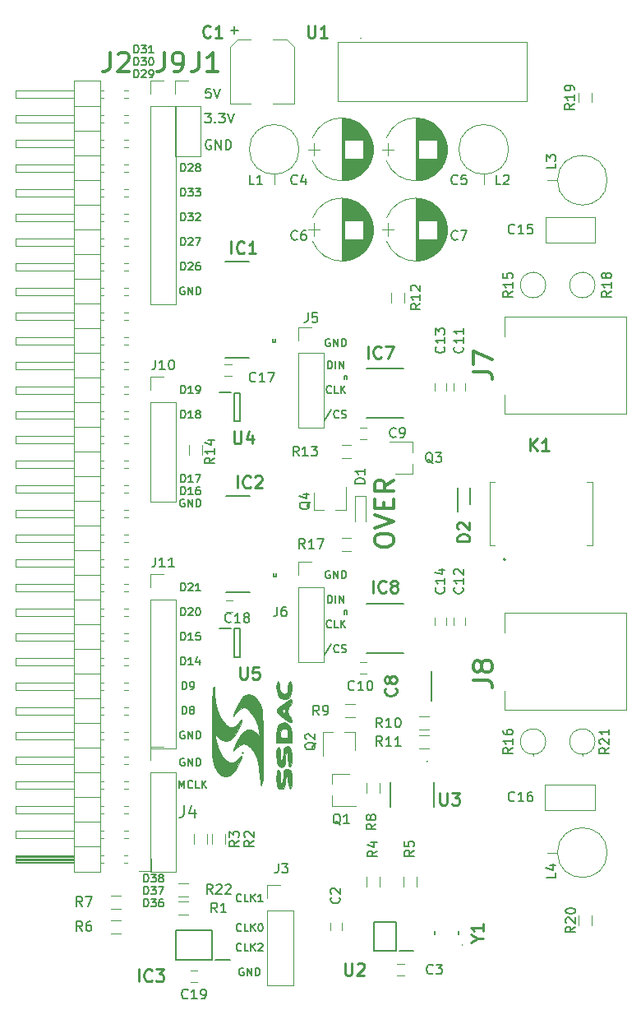
<source format=gto>
G04 #@! TF.GenerationSoftware,KiCad,Pcbnew,(5.1.4)-1*
G04 #@! TF.CreationDate,2020-04-29T01:37:44+09:00*
G04 #@! TF.ProjectId,xSSdAUGHTER-JK,78535364-4155-4474-9854-45522d4a4b2e,rev?*
G04 #@! TF.SameCoordinates,Original*
G04 #@! TF.FileFunction,Legend,Top*
G04 #@! TF.FilePolarity,Positive*
%FSLAX46Y46*%
G04 Gerber Fmt 4.6, Leading zero omitted, Abs format (unit mm)*
G04 Created by KiCad (PCBNEW (5.1.4)-1) date 2020-04-29 01:37:44*
%MOMM*%
%LPD*%
G04 APERTURE LIST*
%ADD10C,0.150000*%
%ADD11C,0.300000*%
%ADD12C,0.010000*%
%ADD13C,0.152400*%
%ADD14C,0.200000*%
%ADD15C,0.120000*%
%ADD16C,0.100000*%
%ADD17C,0.254000*%
G04 APERTURE END LIST*
D10*
X95700952Y-103231904D02*
X95700952Y-102431904D01*
X95891428Y-102431904D01*
X96005714Y-102470000D01*
X96081904Y-102546190D01*
X96120000Y-102622380D01*
X96158095Y-102774761D01*
X96158095Y-102889047D01*
X96120000Y-103041428D01*
X96081904Y-103117619D01*
X96005714Y-103193809D01*
X95891428Y-103231904D01*
X95700952Y-103231904D01*
X96500952Y-103231904D02*
X96500952Y-102431904D01*
X96881904Y-103231904D02*
X96881904Y-102431904D01*
X97339047Y-103231904D01*
X97339047Y-102431904D01*
X96081904Y-107473809D02*
X95396190Y-108502380D01*
X96805714Y-108235714D02*
X96767619Y-108273809D01*
X96653333Y-108311904D01*
X96577142Y-108311904D01*
X96462857Y-108273809D01*
X96386666Y-108197619D01*
X96348571Y-108121428D01*
X96310476Y-107969047D01*
X96310476Y-107854761D01*
X96348571Y-107702380D01*
X96386666Y-107626190D01*
X96462857Y-107550000D01*
X96577142Y-107511904D01*
X96653333Y-107511904D01*
X96767619Y-107550000D01*
X96805714Y-107588095D01*
X97110476Y-108273809D02*
X97224761Y-108311904D01*
X97415238Y-108311904D01*
X97491428Y-108273809D01*
X97529523Y-108235714D01*
X97567619Y-108159523D01*
X97567619Y-108083333D01*
X97529523Y-108007142D01*
X97491428Y-107969047D01*
X97415238Y-107930952D01*
X97262857Y-107892857D01*
X97186666Y-107854761D01*
X97148571Y-107816666D01*
X97110476Y-107740476D01*
X97110476Y-107664285D01*
X97148571Y-107588095D01*
X97186666Y-107550000D01*
X97262857Y-107511904D01*
X97453333Y-107511904D01*
X97567619Y-107550000D01*
X96043809Y-105695714D02*
X96005714Y-105733809D01*
X95891428Y-105771904D01*
X95815238Y-105771904D01*
X95700952Y-105733809D01*
X95624761Y-105657619D01*
X95586666Y-105581428D01*
X95548571Y-105429047D01*
X95548571Y-105314761D01*
X95586666Y-105162380D01*
X95624761Y-105086190D01*
X95700952Y-105010000D01*
X95815238Y-104971904D01*
X95891428Y-104971904D01*
X96005714Y-105010000D01*
X96043809Y-105048095D01*
X96767619Y-105771904D02*
X96386666Y-105771904D01*
X96386666Y-104971904D01*
X97034285Y-105771904D02*
X97034285Y-104971904D01*
X97491428Y-105771904D02*
X97148571Y-105314761D01*
X97491428Y-104971904D02*
X97034285Y-105429047D01*
X95910476Y-99930000D02*
X95834285Y-99891904D01*
X95720000Y-99891904D01*
X95605714Y-99930000D01*
X95529523Y-100006190D01*
X95491428Y-100082380D01*
X95453333Y-100234761D01*
X95453333Y-100349047D01*
X95491428Y-100501428D01*
X95529523Y-100577619D01*
X95605714Y-100653809D01*
X95720000Y-100691904D01*
X95796190Y-100691904D01*
X95910476Y-100653809D01*
X95948571Y-100615714D01*
X95948571Y-100349047D01*
X95796190Y-100349047D01*
X96291428Y-100691904D02*
X96291428Y-99891904D01*
X96748571Y-100691904D01*
X96748571Y-99891904D01*
X97129523Y-100691904D02*
X97129523Y-99891904D01*
X97320000Y-99891904D01*
X97434285Y-99930000D01*
X97510476Y-100006190D01*
X97548571Y-100082380D01*
X97586666Y-100234761D01*
X97586666Y-100349047D01*
X97548571Y-100501428D01*
X97510476Y-100577619D01*
X97434285Y-100653809D01*
X97320000Y-100691904D01*
X97129523Y-100691904D01*
X95910476Y-76054000D02*
X95834285Y-76015904D01*
X95720000Y-76015904D01*
X95605714Y-76054000D01*
X95529523Y-76130190D01*
X95491428Y-76206380D01*
X95453333Y-76358761D01*
X95453333Y-76473047D01*
X95491428Y-76625428D01*
X95529523Y-76701619D01*
X95605714Y-76777809D01*
X95720000Y-76815904D01*
X95796190Y-76815904D01*
X95910476Y-76777809D01*
X95948571Y-76739714D01*
X95948571Y-76473047D01*
X95796190Y-76473047D01*
X96291428Y-76815904D02*
X96291428Y-76015904D01*
X96748571Y-76815904D01*
X96748571Y-76015904D01*
X97129523Y-76815904D02*
X97129523Y-76015904D01*
X97320000Y-76015904D01*
X97434285Y-76054000D01*
X97510476Y-76130190D01*
X97548571Y-76206380D01*
X97586666Y-76358761D01*
X97586666Y-76473047D01*
X97548571Y-76625428D01*
X97510476Y-76701619D01*
X97434285Y-76777809D01*
X97320000Y-76815904D01*
X97129523Y-76815904D01*
X96081904Y-83343809D02*
X95396190Y-84372380D01*
X96805714Y-84105714D02*
X96767619Y-84143809D01*
X96653333Y-84181904D01*
X96577142Y-84181904D01*
X96462857Y-84143809D01*
X96386666Y-84067619D01*
X96348571Y-83991428D01*
X96310476Y-83839047D01*
X96310476Y-83724761D01*
X96348571Y-83572380D01*
X96386666Y-83496190D01*
X96462857Y-83420000D01*
X96577142Y-83381904D01*
X96653333Y-83381904D01*
X96767619Y-83420000D01*
X96805714Y-83458095D01*
X97110476Y-84143809D02*
X97224761Y-84181904D01*
X97415238Y-84181904D01*
X97491428Y-84143809D01*
X97529523Y-84105714D01*
X97567619Y-84029523D01*
X97567619Y-83953333D01*
X97529523Y-83877142D01*
X97491428Y-83839047D01*
X97415238Y-83800952D01*
X97262857Y-83762857D01*
X97186666Y-83724761D01*
X97148571Y-83686666D01*
X97110476Y-83610476D01*
X97110476Y-83534285D01*
X97148571Y-83458095D01*
X97186666Y-83420000D01*
X97262857Y-83381904D01*
X97453333Y-83381904D01*
X97567619Y-83420000D01*
X96043809Y-81565714D02*
X96005714Y-81603809D01*
X95891428Y-81641904D01*
X95815238Y-81641904D01*
X95700952Y-81603809D01*
X95624761Y-81527619D01*
X95586666Y-81451428D01*
X95548571Y-81299047D01*
X95548571Y-81184761D01*
X95586666Y-81032380D01*
X95624761Y-80956190D01*
X95700952Y-80880000D01*
X95815238Y-80841904D01*
X95891428Y-80841904D01*
X96005714Y-80880000D01*
X96043809Y-80918095D01*
X96767619Y-81641904D02*
X96386666Y-81641904D01*
X96386666Y-80841904D01*
X97034285Y-81641904D02*
X97034285Y-80841904D01*
X97491428Y-81641904D02*
X97148571Y-81184761D01*
X97491428Y-80841904D02*
X97034285Y-81299047D01*
X95700952Y-79101904D02*
X95700952Y-78301904D01*
X95891428Y-78301904D01*
X96005714Y-78340000D01*
X96081904Y-78416190D01*
X96120000Y-78492380D01*
X96158095Y-78644761D01*
X96158095Y-78759047D01*
X96120000Y-78911428D01*
X96081904Y-78987619D01*
X96005714Y-79063809D01*
X95891428Y-79101904D01*
X95700952Y-79101904D01*
X96500952Y-79101904D02*
X96500952Y-78301904D01*
X96881904Y-79101904D02*
X96881904Y-78301904D01*
X97339047Y-79101904D01*
X97339047Y-78301904D01*
X87020476Y-140824000D02*
X86944285Y-140785904D01*
X86830000Y-140785904D01*
X86715714Y-140824000D01*
X86639523Y-140900190D01*
X86601428Y-140976380D01*
X86563333Y-141128761D01*
X86563333Y-141243047D01*
X86601428Y-141395428D01*
X86639523Y-141471619D01*
X86715714Y-141547809D01*
X86830000Y-141585904D01*
X86906190Y-141585904D01*
X87020476Y-141547809D01*
X87058571Y-141509714D01*
X87058571Y-141243047D01*
X86906190Y-141243047D01*
X87401428Y-141585904D02*
X87401428Y-140785904D01*
X87858571Y-141585904D01*
X87858571Y-140785904D01*
X88239523Y-141585904D02*
X88239523Y-140785904D01*
X88430000Y-140785904D01*
X88544285Y-140824000D01*
X88620476Y-140900190D01*
X88658571Y-140976380D01*
X88696666Y-141128761D01*
X88696666Y-141243047D01*
X88658571Y-141395428D01*
X88620476Y-141471619D01*
X88544285Y-141547809D01*
X88430000Y-141585904D01*
X88239523Y-141585904D01*
X86772857Y-133889714D02*
X86734761Y-133927809D01*
X86620476Y-133965904D01*
X86544285Y-133965904D01*
X86430000Y-133927809D01*
X86353809Y-133851619D01*
X86315714Y-133775428D01*
X86277619Y-133623047D01*
X86277619Y-133508761D01*
X86315714Y-133356380D01*
X86353809Y-133280190D01*
X86430000Y-133204000D01*
X86544285Y-133165904D01*
X86620476Y-133165904D01*
X86734761Y-133204000D01*
X86772857Y-133242095D01*
X87496666Y-133965904D02*
X87115714Y-133965904D01*
X87115714Y-133165904D01*
X87763333Y-133965904D02*
X87763333Y-133165904D01*
X88220476Y-133965904D02*
X87877619Y-133508761D01*
X88220476Y-133165904D02*
X87763333Y-133623047D01*
X88982380Y-133965904D02*
X88525238Y-133965904D01*
X88753809Y-133965904D02*
X88753809Y-133165904D01*
X88677619Y-133280190D01*
X88601428Y-133356380D01*
X88525238Y-133394476D01*
X86772857Y-138969714D02*
X86734761Y-139007809D01*
X86620476Y-139045904D01*
X86544285Y-139045904D01*
X86430000Y-139007809D01*
X86353809Y-138931619D01*
X86315714Y-138855428D01*
X86277619Y-138703047D01*
X86277619Y-138588761D01*
X86315714Y-138436380D01*
X86353809Y-138360190D01*
X86430000Y-138284000D01*
X86544285Y-138245904D01*
X86620476Y-138245904D01*
X86734761Y-138284000D01*
X86772857Y-138322095D01*
X87496666Y-139045904D02*
X87115714Y-139045904D01*
X87115714Y-138245904D01*
X87763333Y-139045904D02*
X87763333Y-138245904D01*
X88220476Y-139045904D02*
X87877619Y-138588761D01*
X88220476Y-138245904D02*
X87763333Y-138703047D01*
X88525238Y-138322095D02*
X88563333Y-138284000D01*
X88639523Y-138245904D01*
X88830000Y-138245904D01*
X88906190Y-138284000D01*
X88944285Y-138322095D01*
X88982380Y-138398285D01*
X88982380Y-138474476D01*
X88944285Y-138588761D01*
X88487142Y-139045904D01*
X88982380Y-139045904D01*
X86772857Y-136937714D02*
X86734761Y-136975809D01*
X86620476Y-137013904D01*
X86544285Y-137013904D01*
X86430000Y-136975809D01*
X86353809Y-136899619D01*
X86315714Y-136823428D01*
X86277619Y-136671047D01*
X86277619Y-136556761D01*
X86315714Y-136404380D01*
X86353809Y-136328190D01*
X86430000Y-136252000D01*
X86544285Y-136213904D01*
X86620476Y-136213904D01*
X86734761Y-136252000D01*
X86772857Y-136290095D01*
X87496666Y-137013904D02*
X87115714Y-137013904D01*
X87115714Y-136213904D01*
X87763333Y-137013904D02*
X87763333Y-136213904D01*
X88220476Y-137013904D02*
X87877619Y-136556761D01*
X88220476Y-136213904D02*
X87763333Y-136671047D01*
X88715714Y-136213904D02*
X88791904Y-136213904D01*
X88868095Y-136252000D01*
X88906190Y-136290095D01*
X88944285Y-136366285D01*
X88982380Y-136518666D01*
X88982380Y-136709142D01*
X88944285Y-136861523D01*
X88906190Y-136937714D01*
X88868095Y-136975809D01*
X88791904Y-137013904D01*
X88715714Y-137013904D01*
X88639523Y-136975809D01*
X88601428Y-136937714D01*
X88563333Y-136861523D01*
X88525238Y-136709142D01*
X88525238Y-136518666D01*
X88563333Y-136366285D01*
X88601428Y-136290095D01*
X88639523Y-136252000D01*
X88715714Y-136213904D01*
X76752571Y-134473904D02*
X76752571Y-133673904D01*
X76943047Y-133673904D01*
X77057333Y-133712000D01*
X77133523Y-133788190D01*
X77171619Y-133864380D01*
X77209714Y-134016761D01*
X77209714Y-134131047D01*
X77171619Y-134283428D01*
X77133523Y-134359619D01*
X77057333Y-134435809D01*
X76943047Y-134473904D01*
X76752571Y-134473904D01*
X77476380Y-133673904D02*
X77971619Y-133673904D01*
X77704952Y-133978666D01*
X77819238Y-133978666D01*
X77895428Y-134016761D01*
X77933523Y-134054857D01*
X77971619Y-134131047D01*
X77971619Y-134321523D01*
X77933523Y-134397714D01*
X77895428Y-134435809D01*
X77819238Y-134473904D01*
X77590666Y-134473904D01*
X77514476Y-134435809D01*
X77476380Y-134397714D01*
X78657333Y-133673904D02*
X78504952Y-133673904D01*
X78428761Y-133712000D01*
X78390666Y-133750095D01*
X78314476Y-133864380D01*
X78276380Y-134016761D01*
X78276380Y-134321523D01*
X78314476Y-134397714D01*
X78352571Y-134435809D01*
X78428761Y-134473904D01*
X78581142Y-134473904D01*
X78657333Y-134435809D01*
X78695428Y-134397714D01*
X78733523Y-134321523D01*
X78733523Y-134131047D01*
X78695428Y-134054857D01*
X78657333Y-134016761D01*
X78581142Y-133978666D01*
X78428761Y-133978666D01*
X78352571Y-134016761D01*
X78314476Y-134054857D01*
X78276380Y-134131047D01*
X76752571Y-133203904D02*
X76752571Y-132403904D01*
X76943047Y-132403904D01*
X77057333Y-132442000D01*
X77133523Y-132518190D01*
X77171619Y-132594380D01*
X77209714Y-132746761D01*
X77209714Y-132861047D01*
X77171619Y-133013428D01*
X77133523Y-133089619D01*
X77057333Y-133165809D01*
X76943047Y-133203904D01*
X76752571Y-133203904D01*
X77476380Y-132403904D02*
X77971619Y-132403904D01*
X77704952Y-132708666D01*
X77819238Y-132708666D01*
X77895428Y-132746761D01*
X77933523Y-132784857D01*
X77971619Y-132861047D01*
X77971619Y-133051523D01*
X77933523Y-133127714D01*
X77895428Y-133165809D01*
X77819238Y-133203904D01*
X77590666Y-133203904D01*
X77514476Y-133165809D01*
X77476380Y-133127714D01*
X78238285Y-132403904D02*
X78771619Y-132403904D01*
X78428761Y-133203904D01*
X76752571Y-131933904D02*
X76752571Y-131133904D01*
X76943047Y-131133904D01*
X77057333Y-131172000D01*
X77133523Y-131248190D01*
X77171619Y-131324380D01*
X77209714Y-131476761D01*
X77209714Y-131591047D01*
X77171619Y-131743428D01*
X77133523Y-131819619D01*
X77057333Y-131895809D01*
X76943047Y-131933904D01*
X76752571Y-131933904D01*
X77476380Y-131133904D02*
X77971619Y-131133904D01*
X77704952Y-131438666D01*
X77819238Y-131438666D01*
X77895428Y-131476761D01*
X77933523Y-131514857D01*
X77971619Y-131591047D01*
X77971619Y-131781523D01*
X77933523Y-131857714D01*
X77895428Y-131895809D01*
X77819238Y-131933904D01*
X77590666Y-131933904D01*
X77514476Y-131895809D01*
X77476380Y-131857714D01*
X78428761Y-131476761D02*
X78352571Y-131438666D01*
X78314476Y-131400571D01*
X78276380Y-131324380D01*
X78276380Y-131286285D01*
X78314476Y-131210095D01*
X78352571Y-131172000D01*
X78428761Y-131133904D01*
X78581142Y-131133904D01*
X78657333Y-131172000D01*
X78695428Y-131210095D01*
X78733523Y-131286285D01*
X78733523Y-131324380D01*
X78695428Y-131400571D01*
X78657333Y-131438666D01*
X78581142Y-131476761D01*
X78428761Y-131476761D01*
X78352571Y-131514857D01*
X78314476Y-131552952D01*
X78276380Y-131629142D01*
X78276380Y-131781523D01*
X78314476Y-131857714D01*
X78352571Y-131895809D01*
X78428761Y-131933904D01*
X78581142Y-131933904D01*
X78657333Y-131895809D01*
X78695428Y-131857714D01*
X78733523Y-131781523D01*
X78733523Y-131629142D01*
X78695428Y-131552952D01*
X78657333Y-131514857D01*
X78581142Y-131476761D01*
X80397523Y-122281904D02*
X80397523Y-121481904D01*
X80664190Y-122053333D01*
X80930857Y-121481904D01*
X80930857Y-122281904D01*
X81768952Y-122205714D02*
X81730857Y-122243809D01*
X81616571Y-122281904D01*
X81540380Y-122281904D01*
X81426095Y-122243809D01*
X81349904Y-122167619D01*
X81311809Y-122091428D01*
X81273714Y-121939047D01*
X81273714Y-121824761D01*
X81311809Y-121672380D01*
X81349904Y-121596190D01*
X81426095Y-121520000D01*
X81540380Y-121481904D01*
X81616571Y-121481904D01*
X81730857Y-121520000D01*
X81768952Y-121558095D01*
X82492761Y-122281904D02*
X82111809Y-122281904D01*
X82111809Y-121481904D01*
X82759428Y-122281904D02*
X82759428Y-121481904D01*
X83216571Y-122281904D02*
X82873714Y-121824761D01*
X83216571Y-121481904D02*
X82759428Y-121939047D01*
X80924476Y-119234000D02*
X80848285Y-119195904D01*
X80734000Y-119195904D01*
X80619714Y-119234000D01*
X80543523Y-119310190D01*
X80505428Y-119386380D01*
X80467333Y-119538761D01*
X80467333Y-119653047D01*
X80505428Y-119805428D01*
X80543523Y-119881619D01*
X80619714Y-119957809D01*
X80734000Y-119995904D01*
X80810190Y-119995904D01*
X80924476Y-119957809D01*
X80962571Y-119919714D01*
X80962571Y-119653047D01*
X80810190Y-119653047D01*
X81305428Y-119995904D02*
X81305428Y-119195904D01*
X81762571Y-119995904D01*
X81762571Y-119195904D01*
X82143523Y-119995904D02*
X82143523Y-119195904D01*
X82334000Y-119195904D01*
X82448285Y-119234000D01*
X82524476Y-119310190D01*
X82562571Y-119386380D01*
X82600666Y-119538761D01*
X82600666Y-119653047D01*
X82562571Y-119805428D01*
X82524476Y-119881619D01*
X82448285Y-119957809D01*
X82334000Y-119995904D01*
X82143523Y-119995904D01*
X80924476Y-116440000D02*
X80848285Y-116401904D01*
X80734000Y-116401904D01*
X80619714Y-116440000D01*
X80543523Y-116516190D01*
X80505428Y-116592380D01*
X80467333Y-116744761D01*
X80467333Y-116859047D01*
X80505428Y-117011428D01*
X80543523Y-117087619D01*
X80619714Y-117163809D01*
X80734000Y-117201904D01*
X80810190Y-117201904D01*
X80924476Y-117163809D01*
X80962571Y-117125714D01*
X80962571Y-116859047D01*
X80810190Y-116859047D01*
X81305428Y-117201904D02*
X81305428Y-116401904D01*
X81762571Y-117201904D01*
X81762571Y-116401904D01*
X82143523Y-117201904D02*
X82143523Y-116401904D01*
X82334000Y-116401904D01*
X82448285Y-116440000D01*
X82524476Y-116516190D01*
X82562571Y-116592380D01*
X82600666Y-116744761D01*
X82600666Y-116859047D01*
X82562571Y-117011428D01*
X82524476Y-117087619D01*
X82448285Y-117163809D01*
X82334000Y-117201904D01*
X82143523Y-117201904D01*
X80689523Y-114661904D02*
X80689523Y-113861904D01*
X80880000Y-113861904D01*
X80994285Y-113900000D01*
X81070476Y-113976190D01*
X81108571Y-114052380D01*
X81146666Y-114204761D01*
X81146666Y-114319047D01*
X81108571Y-114471428D01*
X81070476Y-114547619D01*
X80994285Y-114623809D01*
X80880000Y-114661904D01*
X80689523Y-114661904D01*
X81603809Y-114204761D02*
X81527619Y-114166666D01*
X81489523Y-114128571D01*
X81451428Y-114052380D01*
X81451428Y-114014285D01*
X81489523Y-113938095D01*
X81527619Y-113900000D01*
X81603809Y-113861904D01*
X81756190Y-113861904D01*
X81832380Y-113900000D01*
X81870476Y-113938095D01*
X81908571Y-114014285D01*
X81908571Y-114052380D01*
X81870476Y-114128571D01*
X81832380Y-114166666D01*
X81756190Y-114204761D01*
X81603809Y-114204761D01*
X81527619Y-114242857D01*
X81489523Y-114280952D01*
X81451428Y-114357142D01*
X81451428Y-114509523D01*
X81489523Y-114585714D01*
X81527619Y-114623809D01*
X81603809Y-114661904D01*
X81756190Y-114661904D01*
X81832380Y-114623809D01*
X81870476Y-114585714D01*
X81908571Y-114509523D01*
X81908571Y-114357142D01*
X81870476Y-114280952D01*
X81832380Y-114242857D01*
X81756190Y-114204761D01*
X80689523Y-112121904D02*
X80689523Y-111321904D01*
X80880000Y-111321904D01*
X80994285Y-111360000D01*
X81070476Y-111436190D01*
X81108571Y-111512380D01*
X81146666Y-111664761D01*
X81146666Y-111779047D01*
X81108571Y-111931428D01*
X81070476Y-112007619D01*
X80994285Y-112083809D01*
X80880000Y-112121904D01*
X80689523Y-112121904D01*
X81527619Y-112121904D02*
X81680000Y-112121904D01*
X81756190Y-112083809D01*
X81794285Y-112045714D01*
X81870476Y-111931428D01*
X81908571Y-111779047D01*
X81908571Y-111474285D01*
X81870476Y-111398095D01*
X81832380Y-111360000D01*
X81756190Y-111321904D01*
X81603809Y-111321904D01*
X81527619Y-111360000D01*
X81489523Y-111398095D01*
X81451428Y-111474285D01*
X81451428Y-111664761D01*
X81489523Y-111740952D01*
X81527619Y-111779047D01*
X81603809Y-111817142D01*
X81756190Y-111817142D01*
X81832380Y-111779047D01*
X81870476Y-111740952D01*
X81908571Y-111664761D01*
X80562571Y-109581904D02*
X80562571Y-108781904D01*
X80753047Y-108781904D01*
X80867333Y-108820000D01*
X80943523Y-108896190D01*
X80981619Y-108972380D01*
X81019714Y-109124761D01*
X81019714Y-109239047D01*
X80981619Y-109391428D01*
X80943523Y-109467619D01*
X80867333Y-109543809D01*
X80753047Y-109581904D01*
X80562571Y-109581904D01*
X81781619Y-109581904D02*
X81324476Y-109581904D01*
X81553047Y-109581904D02*
X81553047Y-108781904D01*
X81476857Y-108896190D01*
X81400666Y-108972380D01*
X81324476Y-109010476D01*
X82467333Y-109048571D02*
X82467333Y-109581904D01*
X82276857Y-108743809D02*
X82086380Y-109315238D01*
X82581619Y-109315238D01*
X80562571Y-107041904D02*
X80562571Y-106241904D01*
X80753047Y-106241904D01*
X80867333Y-106280000D01*
X80943523Y-106356190D01*
X80981619Y-106432380D01*
X81019714Y-106584761D01*
X81019714Y-106699047D01*
X80981619Y-106851428D01*
X80943523Y-106927619D01*
X80867333Y-107003809D01*
X80753047Y-107041904D01*
X80562571Y-107041904D01*
X81781619Y-107041904D02*
X81324476Y-107041904D01*
X81553047Y-107041904D02*
X81553047Y-106241904D01*
X81476857Y-106356190D01*
X81400666Y-106432380D01*
X81324476Y-106470476D01*
X82505428Y-106241904D02*
X82124476Y-106241904D01*
X82086380Y-106622857D01*
X82124476Y-106584761D01*
X82200666Y-106546666D01*
X82391142Y-106546666D01*
X82467333Y-106584761D01*
X82505428Y-106622857D01*
X82543523Y-106699047D01*
X82543523Y-106889523D01*
X82505428Y-106965714D01*
X82467333Y-107003809D01*
X82391142Y-107041904D01*
X82200666Y-107041904D01*
X82124476Y-107003809D01*
X82086380Y-106965714D01*
X80562571Y-104501904D02*
X80562571Y-103701904D01*
X80753047Y-103701904D01*
X80867333Y-103740000D01*
X80943523Y-103816190D01*
X80981619Y-103892380D01*
X81019714Y-104044761D01*
X81019714Y-104159047D01*
X80981619Y-104311428D01*
X80943523Y-104387619D01*
X80867333Y-104463809D01*
X80753047Y-104501904D01*
X80562571Y-104501904D01*
X81324476Y-103778095D02*
X81362571Y-103740000D01*
X81438761Y-103701904D01*
X81629238Y-103701904D01*
X81705428Y-103740000D01*
X81743523Y-103778095D01*
X81781619Y-103854285D01*
X81781619Y-103930476D01*
X81743523Y-104044761D01*
X81286380Y-104501904D01*
X81781619Y-104501904D01*
X82276857Y-103701904D02*
X82353047Y-103701904D01*
X82429238Y-103740000D01*
X82467333Y-103778095D01*
X82505428Y-103854285D01*
X82543523Y-104006666D01*
X82543523Y-104197142D01*
X82505428Y-104349523D01*
X82467333Y-104425714D01*
X82429238Y-104463809D01*
X82353047Y-104501904D01*
X82276857Y-104501904D01*
X82200666Y-104463809D01*
X82162571Y-104425714D01*
X82124476Y-104349523D01*
X82086380Y-104197142D01*
X82086380Y-104006666D01*
X82124476Y-103854285D01*
X82162571Y-103778095D01*
X82200666Y-103740000D01*
X82276857Y-103701904D01*
X80562571Y-101961904D02*
X80562571Y-101161904D01*
X80753047Y-101161904D01*
X80867333Y-101200000D01*
X80943523Y-101276190D01*
X80981619Y-101352380D01*
X81019714Y-101504761D01*
X81019714Y-101619047D01*
X80981619Y-101771428D01*
X80943523Y-101847619D01*
X80867333Y-101923809D01*
X80753047Y-101961904D01*
X80562571Y-101961904D01*
X81324476Y-101238095D02*
X81362571Y-101200000D01*
X81438761Y-101161904D01*
X81629238Y-101161904D01*
X81705428Y-101200000D01*
X81743523Y-101238095D01*
X81781619Y-101314285D01*
X81781619Y-101390476D01*
X81743523Y-101504761D01*
X81286380Y-101961904D01*
X81781619Y-101961904D01*
X82543523Y-101961904D02*
X82086380Y-101961904D01*
X82314952Y-101961904D02*
X82314952Y-101161904D01*
X82238761Y-101276190D01*
X82162571Y-101352380D01*
X82086380Y-101390476D01*
X80924476Y-92564000D02*
X80848285Y-92525904D01*
X80734000Y-92525904D01*
X80619714Y-92564000D01*
X80543523Y-92640190D01*
X80505428Y-92716380D01*
X80467333Y-92868761D01*
X80467333Y-92983047D01*
X80505428Y-93135428D01*
X80543523Y-93211619D01*
X80619714Y-93287809D01*
X80734000Y-93325904D01*
X80810190Y-93325904D01*
X80924476Y-93287809D01*
X80962571Y-93249714D01*
X80962571Y-92983047D01*
X80810190Y-92983047D01*
X81305428Y-93325904D02*
X81305428Y-92525904D01*
X81762571Y-93325904D01*
X81762571Y-92525904D01*
X82143523Y-93325904D02*
X82143523Y-92525904D01*
X82334000Y-92525904D01*
X82448285Y-92564000D01*
X82524476Y-92640190D01*
X82562571Y-92716380D01*
X82600666Y-92868761D01*
X82600666Y-92983047D01*
X82562571Y-93135428D01*
X82524476Y-93211619D01*
X82448285Y-93287809D01*
X82334000Y-93325904D01*
X82143523Y-93325904D01*
X80562571Y-92055904D02*
X80562571Y-91255904D01*
X80753047Y-91255904D01*
X80867333Y-91294000D01*
X80943523Y-91370190D01*
X80981619Y-91446380D01*
X81019714Y-91598761D01*
X81019714Y-91713047D01*
X80981619Y-91865428D01*
X80943523Y-91941619D01*
X80867333Y-92017809D01*
X80753047Y-92055904D01*
X80562571Y-92055904D01*
X81781619Y-92055904D02*
X81324476Y-92055904D01*
X81553047Y-92055904D02*
X81553047Y-91255904D01*
X81476857Y-91370190D01*
X81400666Y-91446380D01*
X81324476Y-91484476D01*
X82467333Y-91255904D02*
X82314952Y-91255904D01*
X82238761Y-91294000D01*
X82200666Y-91332095D01*
X82124476Y-91446380D01*
X82086380Y-91598761D01*
X82086380Y-91903523D01*
X82124476Y-91979714D01*
X82162571Y-92017809D01*
X82238761Y-92055904D01*
X82391142Y-92055904D01*
X82467333Y-92017809D01*
X82505428Y-91979714D01*
X82543523Y-91903523D01*
X82543523Y-91713047D01*
X82505428Y-91636857D01*
X82467333Y-91598761D01*
X82391142Y-91560666D01*
X82238761Y-91560666D01*
X82162571Y-91598761D01*
X82124476Y-91636857D01*
X82086380Y-91713047D01*
X80562571Y-90785904D02*
X80562571Y-89985904D01*
X80753047Y-89985904D01*
X80867333Y-90024000D01*
X80943523Y-90100190D01*
X80981619Y-90176380D01*
X81019714Y-90328761D01*
X81019714Y-90443047D01*
X80981619Y-90595428D01*
X80943523Y-90671619D01*
X80867333Y-90747809D01*
X80753047Y-90785904D01*
X80562571Y-90785904D01*
X81781619Y-90785904D02*
X81324476Y-90785904D01*
X81553047Y-90785904D02*
X81553047Y-89985904D01*
X81476857Y-90100190D01*
X81400666Y-90176380D01*
X81324476Y-90214476D01*
X82048285Y-89985904D02*
X82581619Y-89985904D01*
X82238761Y-90785904D01*
X80562571Y-84181904D02*
X80562571Y-83381904D01*
X80753047Y-83381904D01*
X80867333Y-83420000D01*
X80943523Y-83496190D01*
X80981619Y-83572380D01*
X81019714Y-83724761D01*
X81019714Y-83839047D01*
X80981619Y-83991428D01*
X80943523Y-84067619D01*
X80867333Y-84143809D01*
X80753047Y-84181904D01*
X80562571Y-84181904D01*
X81781619Y-84181904D02*
X81324476Y-84181904D01*
X81553047Y-84181904D02*
X81553047Y-83381904D01*
X81476857Y-83496190D01*
X81400666Y-83572380D01*
X81324476Y-83610476D01*
X82238761Y-83724761D02*
X82162571Y-83686666D01*
X82124476Y-83648571D01*
X82086380Y-83572380D01*
X82086380Y-83534285D01*
X82124476Y-83458095D01*
X82162571Y-83420000D01*
X82238761Y-83381904D01*
X82391142Y-83381904D01*
X82467333Y-83420000D01*
X82505428Y-83458095D01*
X82543523Y-83534285D01*
X82543523Y-83572380D01*
X82505428Y-83648571D01*
X82467333Y-83686666D01*
X82391142Y-83724761D01*
X82238761Y-83724761D01*
X82162571Y-83762857D01*
X82124476Y-83800952D01*
X82086380Y-83877142D01*
X82086380Y-84029523D01*
X82124476Y-84105714D01*
X82162571Y-84143809D01*
X82238761Y-84181904D01*
X82391142Y-84181904D01*
X82467333Y-84143809D01*
X82505428Y-84105714D01*
X82543523Y-84029523D01*
X82543523Y-83877142D01*
X82505428Y-83800952D01*
X82467333Y-83762857D01*
X82391142Y-83724761D01*
X80562571Y-81641904D02*
X80562571Y-80841904D01*
X80753047Y-80841904D01*
X80867333Y-80880000D01*
X80943523Y-80956190D01*
X80981619Y-81032380D01*
X81019714Y-81184761D01*
X81019714Y-81299047D01*
X80981619Y-81451428D01*
X80943523Y-81527619D01*
X80867333Y-81603809D01*
X80753047Y-81641904D01*
X80562571Y-81641904D01*
X81781619Y-81641904D02*
X81324476Y-81641904D01*
X81553047Y-81641904D02*
X81553047Y-80841904D01*
X81476857Y-80956190D01*
X81400666Y-81032380D01*
X81324476Y-81070476D01*
X82162571Y-81641904D02*
X82314952Y-81641904D01*
X82391142Y-81603809D01*
X82429238Y-81565714D01*
X82505428Y-81451428D01*
X82543523Y-81299047D01*
X82543523Y-80994285D01*
X82505428Y-80918095D01*
X82467333Y-80880000D01*
X82391142Y-80841904D01*
X82238761Y-80841904D01*
X82162571Y-80880000D01*
X82124476Y-80918095D01*
X82086380Y-80994285D01*
X82086380Y-81184761D01*
X82124476Y-81260952D01*
X82162571Y-81299047D01*
X82238761Y-81337142D01*
X82391142Y-81337142D01*
X82467333Y-81299047D01*
X82505428Y-81260952D01*
X82543523Y-81184761D01*
X75736571Y-49129904D02*
X75736571Y-48329904D01*
X75927047Y-48329904D01*
X76041333Y-48368000D01*
X76117523Y-48444190D01*
X76155619Y-48520380D01*
X76193714Y-48672761D01*
X76193714Y-48787047D01*
X76155619Y-48939428D01*
X76117523Y-49015619D01*
X76041333Y-49091809D01*
X75927047Y-49129904D01*
X75736571Y-49129904D01*
X76498476Y-48406095D02*
X76536571Y-48368000D01*
X76612761Y-48329904D01*
X76803238Y-48329904D01*
X76879428Y-48368000D01*
X76917523Y-48406095D01*
X76955619Y-48482285D01*
X76955619Y-48558476D01*
X76917523Y-48672761D01*
X76460380Y-49129904D01*
X76955619Y-49129904D01*
X77336571Y-49129904D02*
X77488952Y-49129904D01*
X77565142Y-49091809D01*
X77603238Y-49053714D01*
X77679428Y-48939428D01*
X77717523Y-48787047D01*
X77717523Y-48482285D01*
X77679428Y-48406095D01*
X77641333Y-48368000D01*
X77565142Y-48329904D01*
X77412761Y-48329904D01*
X77336571Y-48368000D01*
X77298476Y-48406095D01*
X77260380Y-48482285D01*
X77260380Y-48672761D01*
X77298476Y-48748952D01*
X77336571Y-48787047D01*
X77412761Y-48825142D01*
X77565142Y-48825142D01*
X77641333Y-48787047D01*
X77679428Y-48748952D01*
X77717523Y-48672761D01*
X75736571Y-47859904D02*
X75736571Y-47059904D01*
X75927047Y-47059904D01*
X76041333Y-47098000D01*
X76117523Y-47174190D01*
X76155619Y-47250380D01*
X76193714Y-47402761D01*
X76193714Y-47517047D01*
X76155619Y-47669428D01*
X76117523Y-47745619D01*
X76041333Y-47821809D01*
X75927047Y-47859904D01*
X75736571Y-47859904D01*
X76460380Y-47059904D02*
X76955619Y-47059904D01*
X76688952Y-47364666D01*
X76803238Y-47364666D01*
X76879428Y-47402761D01*
X76917523Y-47440857D01*
X76955619Y-47517047D01*
X76955619Y-47707523D01*
X76917523Y-47783714D01*
X76879428Y-47821809D01*
X76803238Y-47859904D01*
X76574666Y-47859904D01*
X76498476Y-47821809D01*
X76460380Y-47783714D01*
X77450857Y-47059904D02*
X77527047Y-47059904D01*
X77603238Y-47098000D01*
X77641333Y-47136095D01*
X77679428Y-47212285D01*
X77717523Y-47364666D01*
X77717523Y-47555142D01*
X77679428Y-47707523D01*
X77641333Y-47783714D01*
X77603238Y-47821809D01*
X77527047Y-47859904D01*
X77450857Y-47859904D01*
X77374666Y-47821809D01*
X77336571Y-47783714D01*
X77298476Y-47707523D01*
X77260380Y-47555142D01*
X77260380Y-47364666D01*
X77298476Y-47212285D01*
X77336571Y-47136095D01*
X77374666Y-47098000D01*
X77450857Y-47059904D01*
X75736571Y-46589904D02*
X75736571Y-45789904D01*
X75927047Y-45789904D01*
X76041333Y-45828000D01*
X76117523Y-45904190D01*
X76155619Y-45980380D01*
X76193714Y-46132761D01*
X76193714Y-46247047D01*
X76155619Y-46399428D01*
X76117523Y-46475619D01*
X76041333Y-46551809D01*
X75927047Y-46589904D01*
X75736571Y-46589904D01*
X76460380Y-45789904D02*
X76955619Y-45789904D01*
X76688952Y-46094666D01*
X76803238Y-46094666D01*
X76879428Y-46132761D01*
X76917523Y-46170857D01*
X76955619Y-46247047D01*
X76955619Y-46437523D01*
X76917523Y-46513714D01*
X76879428Y-46551809D01*
X76803238Y-46589904D01*
X76574666Y-46589904D01*
X76498476Y-46551809D01*
X76460380Y-46513714D01*
X77717523Y-46589904D02*
X77260380Y-46589904D01*
X77488952Y-46589904D02*
X77488952Y-45789904D01*
X77412761Y-45904190D01*
X77336571Y-45980380D01*
X77260380Y-46018476D01*
X80562571Y-68941904D02*
X80562571Y-68141904D01*
X80753047Y-68141904D01*
X80867333Y-68180000D01*
X80943523Y-68256190D01*
X80981619Y-68332380D01*
X81019714Y-68484761D01*
X81019714Y-68599047D01*
X80981619Y-68751428D01*
X80943523Y-68827619D01*
X80867333Y-68903809D01*
X80753047Y-68941904D01*
X80562571Y-68941904D01*
X81324476Y-68218095D02*
X81362571Y-68180000D01*
X81438761Y-68141904D01*
X81629238Y-68141904D01*
X81705428Y-68180000D01*
X81743523Y-68218095D01*
X81781619Y-68294285D01*
X81781619Y-68370476D01*
X81743523Y-68484761D01*
X81286380Y-68941904D01*
X81781619Y-68941904D01*
X82467333Y-68141904D02*
X82314952Y-68141904D01*
X82238761Y-68180000D01*
X82200666Y-68218095D01*
X82124476Y-68332380D01*
X82086380Y-68484761D01*
X82086380Y-68789523D01*
X82124476Y-68865714D01*
X82162571Y-68903809D01*
X82238761Y-68941904D01*
X82391142Y-68941904D01*
X82467333Y-68903809D01*
X82505428Y-68865714D01*
X82543523Y-68789523D01*
X82543523Y-68599047D01*
X82505428Y-68522857D01*
X82467333Y-68484761D01*
X82391142Y-68446666D01*
X82238761Y-68446666D01*
X82162571Y-68484761D01*
X82124476Y-68522857D01*
X82086380Y-68599047D01*
X80924476Y-70720000D02*
X80848285Y-70681904D01*
X80734000Y-70681904D01*
X80619714Y-70720000D01*
X80543523Y-70796190D01*
X80505428Y-70872380D01*
X80467333Y-71024761D01*
X80467333Y-71139047D01*
X80505428Y-71291428D01*
X80543523Y-71367619D01*
X80619714Y-71443809D01*
X80734000Y-71481904D01*
X80810190Y-71481904D01*
X80924476Y-71443809D01*
X80962571Y-71405714D01*
X80962571Y-71139047D01*
X80810190Y-71139047D01*
X81305428Y-71481904D02*
X81305428Y-70681904D01*
X81762571Y-71481904D01*
X81762571Y-70681904D01*
X82143523Y-71481904D02*
X82143523Y-70681904D01*
X82334000Y-70681904D01*
X82448285Y-70720000D01*
X82524476Y-70796190D01*
X82562571Y-70872380D01*
X82600666Y-71024761D01*
X82600666Y-71139047D01*
X82562571Y-71291428D01*
X82524476Y-71367619D01*
X82448285Y-71443809D01*
X82334000Y-71481904D01*
X82143523Y-71481904D01*
X80562571Y-66401904D02*
X80562571Y-65601904D01*
X80753047Y-65601904D01*
X80867333Y-65640000D01*
X80943523Y-65716190D01*
X80981619Y-65792380D01*
X81019714Y-65944761D01*
X81019714Y-66059047D01*
X80981619Y-66211428D01*
X80943523Y-66287619D01*
X80867333Y-66363809D01*
X80753047Y-66401904D01*
X80562571Y-66401904D01*
X81324476Y-65678095D02*
X81362571Y-65640000D01*
X81438761Y-65601904D01*
X81629238Y-65601904D01*
X81705428Y-65640000D01*
X81743523Y-65678095D01*
X81781619Y-65754285D01*
X81781619Y-65830476D01*
X81743523Y-65944761D01*
X81286380Y-66401904D01*
X81781619Y-66401904D01*
X82048285Y-65601904D02*
X82581619Y-65601904D01*
X82238761Y-66401904D01*
X80562571Y-63861904D02*
X80562571Y-63061904D01*
X80753047Y-63061904D01*
X80867333Y-63100000D01*
X80943523Y-63176190D01*
X80981619Y-63252380D01*
X81019714Y-63404761D01*
X81019714Y-63519047D01*
X80981619Y-63671428D01*
X80943523Y-63747619D01*
X80867333Y-63823809D01*
X80753047Y-63861904D01*
X80562571Y-63861904D01*
X81286380Y-63061904D02*
X81781619Y-63061904D01*
X81514952Y-63366666D01*
X81629238Y-63366666D01*
X81705428Y-63404761D01*
X81743523Y-63442857D01*
X81781619Y-63519047D01*
X81781619Y-63709523D01*
X81743523Y-63785714D01*
X81705428Y-63823809D01*
X81629238Y-63861904D01*
X81400666Y-63861904D01*
X81324476Y-63823809D01*
X81286380Y-63785714D01*
X82086380Y-63138095D02*
X82124476Y-63100000D01*
X82200666Y-63061904D01*
X82391142Y-63061904D01*
X82467333Y-63100000D01*
X82505428Y-63138095D01*
X82543523Y-63214285D01*
X82543523Y-63290476D01*
X82505428Y-63404761D01*
X82048285Y-63861904D01*
X82543523Y-63861904D01*
X80562571Y-61321904D02*
X80562571Y-60521904D01*
X80753047Y-60521904D01*
X80867333Y-60560000D01*
X80943523Y-60636190D01*
X80981619Y-60712380D01*
X81019714Y-60864761D01*
X81019714Y-60979047D01*
X80981619Y-61131428D01*
X80943523Y-61207619D01*
X80867333Y-61283809D01*
X80753047Y-61321904D01*
X80562571Y-61321904D01*
X81286380Y-60521904D02*
X81781619Y-60521904D01*
X81514952Y-60826666D01*
X81629238Y-60826666D01*
X81705428Y-60864761D01*
X81743523Y-60902857D01*
X81781619Y-60979047D01*
X81781619Y-61169523D01*
X81743523Y-61245714D01*
X81705428Y-61283809D01*
X81629238Y-61321904D01*
X81400666Y-61321904D01*
X81324476Y-61283809D01*
X81286380Y-61245714D01*
X82048285Y-60521904D02*
X82543523Y-60521904D01*
X82276857Y-60826666D01*
X82391142Y-60826666D01*
X82467333Y-60864761D01*
X82505428Y-60902857D01*
X82543523Y-60979047D01*
X82543523Y-61169523D01*
X82505428Y-61245714D01*
X82467333Y-61283809D01*
X82391142Y-61321904D01*
X82162571Y-61321904D01*
X82086380Y-61283809D01*
X82048285Y-61245714D01*
X80562571Y-58781904D02*
X80562571Y-57981904D01*
X80753047Y-57981904D01*
X80867333Y-58020000D01*
X80943523Y-58096190D01*
X80981619Y-58172380D01*
X81019714Y-58324761D01*
X81019714Y-58439047D01*
X80981619Y-58591428D01*
X80943523Y-58667619D01*
X80867333Y-58743809D01*
X80753047Y-58781904D01*
X80562571Y-58781904D01*
X81324476Y-58058095D02*
X81362571Y-58020000D01*
X81438761Y-57981904D01*
X81629238Y-57981904D01*
X81705428Y-58020000D01*
X81743523Y-58058095D01*
X81781619Y-58134285D01*
X81781619Y-58210476D01*
X81743523Y-58324761D01*
X81286380Y-58781904D01*
X81781619Y-58781904D01*
X82238761Y-58324761D02*
X82162571Y-58286666D01*
X82124476Y-58248571D01*
X82086380Y-58172380D01*
X82086380Y-58134285D01*
X82124476Y-58058095D01*
X82162571Y-58020000D01*
X82238761Y-57981904D01*
X82391142Y-57981904D01*
X82467333Y-58020000D01*
X82505428Y-58058095D01*
X82543523Y-58134285D01*
X82543523Y-58172380D01*
X82505428Y-58248571D01*
X82467333Y-58286666D01*
X82391142Y-58324761D01*
X82238761Y-58324761D01*
X82162571Y-58362857D01*
X82124476Y-58400952D01*
X82086380Y-58477142D01*
X82086380Y-58629523D01*
X82124476Y-58705714D01*
X82162571Y-58743809D01*
X82238761Y-58781904D01*
X82391142Y-58781904D01*
X82467333Y-58743809D01*
X82505428Y-58705714D01*
X82543523Y-58629523D01*
X82543523Y-58477142D01*
X82505428Y-58400952D01*
X82467333Y-58362857D01*
X82391142Y-58324761D01*
D11*
X100504761Y-96932380D02*
X100504761Y-96551428D01*
X100600000Y-96360952D01*
X100790476Y-96170476D01*
X101171428Y-96075238D01*
X101838095Y-96075238D01*
X102219047Y-96170476D01*
X102409523Y-96360952D01*
X102504761Y-96551428D01*
X102504761Y-96932380D01*
X102409523Y-97122857D01*
X102219047Y-97313333D01*
X101838095Y-97408571D01*
X101171428Y-97408571D01*
X100790476Y-97313333D01*
X100600000Y-97122857D01*
X100504761Y-96932380D01*
X100504761Y-95503809D02*
X102504761Y-94837142D01*
X100504761Y-94170476D01*
X101457142Y-93503809D02*
X101457142Y-92837142D01*
X102504761Y-92551428D02*
X102504761Y-93503809D01*
X100504761Y-93503809D01*
X100504761Y-92551428D01*
X102504761Y-90551428D02*
X101552380Y-91218095D01*
X102504761Y-91694285D02*
X100504761Y-91694285D01*
X100504761Y-90932380D01*
X100600000Y-90741904D01*
X100695238Y-90646666D01*
X100885714Y-90551428D01*
X101171428Y-90551428D01*
X101361904Y-90646666D01*
X101457142Y-90741904D01*
X101552380Y-90932380D01*
X101552380Y-91694285D01*
D10*
X83663404Y-55571000D02*
X83568166Y-55523380D01*
X83425309Y-55523380D01*
X83282452Y-55571000D01*
X83187214Y-55666238D01*
X83139595Y-55761476D01*
X83091976Y-55951952D01*
X83091976Y-56094809D01*
X83139595Y-56285285D01*
X83187214Y-56380523D01*
X83282452Y-56475761D01*
X83425309Y-56523380D01*
X83520547Y-56523380D01*
X83663404Y-56475761D01*
X83711023Y-56428142D01*
X83711023Y-56094809D01*
X83520547Y-56094809D01*
X84139595Y-56523380D02*
X84139595Y-55523380D01*
X84711023Y-56523380D01*
X84711023Y-55523380D01*
X85187214Y-56523380D02*
X85187214Y-55523380D01*
X85425309Y-55523380D01*
X85568166Y-55571000D01*
X85663404Y-55666238D01*
X85711023Y-55761476D01*
X85758642Y-55951952D01*
X85758642Y-56094809D01*
X85711023Y-56285285D01*
X85663404Y-56380523D01*
X85568166Y-56475761D01*
X85425309Y-56523380D01*
X85187214Y-56523380D01*
X83044357Y-52792380D02*
X83663404Y-52792380D01*
X83330071Y-53173333D01*
X83472928Y-53173333D01*
X83568166Y-53220952D01*
X83615785Y-53268571D01*
X83663404Y-53363809D01*
X83663404Y-53601904D01*
X83615785Y-53697142D01*
X83568166Y-53744761D01*
X83472928Y-53792380D01*
X83187214Y-53792380D01*
X83091976Y-53744761D01*
X83044357Y-53697142D01*
X84091976Y-53697142D02*
X84139595Y-53744761D01*
X84091976Y-53792380D01*
X84044357Y-53744761D01*
X84091976Y-53697142D01*
X84091976Y-53792380D01*
X84472928Y-52792380D02*
X85091976Y-52792380D01*
X84758642Y-53173333D01*
X84901500Y-53173333D01*
X84996738Y-53220952D01*
X85044357Y-53268571D01*
X85091976Y-53363809D01*
X85091976Y-53601904D01*
X85044357Y-53697142D01*
X84996738Y-53744761D01*
X84901500Y-53792380D01*
X84615785Y-53792380D01*
X84520547Y-53744761D01*
X84472928Y-53697142D01*
X85377690Y-52792380D02*
X85711023Y-53792380D01*
X86044357Y-52792380D01*
X83615785Y-50252380D02*
X83139595Y-50252380D01*
X83091976Y-50728571D01*
X83139595Y-50680952D01*
X83234833Y-50633333D01*
X83472928Y-50633333D01*
X83568166Y-50680952D01*
X83615785Y-50728571D01*
X83663404Y-50823809D01*
X83663404Y-51061904D01*
X83615785Y-51157142D01*
X83568166Y-51204761D01*
X83472928Y-51252380D01*
X83234833Y-51252380D01*
X83139595Y-51204761D01*
X83091976Y-51157142D01*
X83949119Y-50252380D02*
X84282452Y-51252380D01*
X84615785Y-50252380D01*
D12*
G36*
X83741257Y-114717413D02*
G01*
X83756348Y-113870934D01*
X83780868Y-113123853D01*
X83814833Y-112520393D01*
X83858256Y-112104776D01*
X83896019Y-111945208D01*
X83972879Y-111803613D01*
X84018303Y-111834562D01*
X84041120Y-112069544D01*
X84049739Y-112493512D01*
X84115012Y-113350997D01*
X84280923Y-114127603D01*
X84528087Y-114800514D01*
X84837121Y-115346913D01*
X85188642Y-115743985D01*
X85563265Y-115968913D01*
X85941609Y-115998882D01*
X86304288Y-115811075D01*
X86580300Y-115472198D01*
X86751376Y-115227519D01*
X86827829Y-115194525D01*
X86815790Y-115340252D01*
X86721390Y-115631739D01*
X86550762Y-116036021D01*
X86427741Y-116292322D01*
X86043000Y-116929005D01*
X85647559Y-117309501D01*
X85228903Y-117442200D01*
X84833234Y-117361445D01*
X84511044Y-117166195D01*
X84306934Y-116942817D01*
X84170551Y-116746995D01*
X84106877Y-116786645D01*
X84119964Y-117041718D01*
X84203985Y-117452293D01*
X84468147Y-118287305D01*
X84795539Y-118931877D01*
X85168357Y-119372336D01*
X85568799Y-119595008D01*
X85979063Y-119586217D01*
X86381347Y-119332289D01*
X86493761Y-119211099D01*
X86707993Y-118971585D01*
X86802580Y-118921540D01*
X86784258Y-119078619D01*
X86659764Y-119460475D01*
X86625728Y-119556900D01*
X86414619Y-120004900D01*
X86121077Y-120466280D01*
X86031228Y-120582160D01*
X85602780Y-120953094D01*
X85159606Y-121074222D01*
X84729481Y-120956884D01*
X84340181Y-120612421D01*
X84019480Y-120052174D01*
X83898481Y-119711328D01*
X83847955Y-119407261D01*
X83806761Y-118893041D01*
X83774912Y-118212891D01*
X83752423Y-117411031D01*
X83739309Y-116531684D01*
X83735582Y-115619071D01*
X83741257Y-114717413D01*
X83741257Y-114717413D01*
G37*
X83741257Y-114717413D02*
X83756348Y-113870934D01*
X83780868Y-113123853D01*
X83814833Y-112520393D01*
X83858256Y-112104776D01*
X83896019Y-111945208D01*
X83972879Y-111803613D01*
X84018303Y-111834562D01*
X84041120Y-112069544D01*
X84049739Y-112493512D01*
X84115012Y-113350997D01*
X84280923Y-114127603D01*
X84528087Y-114800514D01*
X84837121Y-115346913D01*
X85188642Y-115743985D01*
X85563265Y-115968913D01*
X85941609Y-115998882D01*
X86304288Y-115811075D01*
X86580300Y-115472198D01*
X86751376Y-115227519D01*
X86827829Y-115194525D01*
X86815790Y-115340252D01*
X86721390Y-115631739D01*
X86550762Y-116036021D01*
X86427741Y-116292322D01*
X86043000Y-116929005D01*
X85647559Y-117309501D01*
X85228903Y-117442200D01*
X84833234Y-117361445D01*
X84511044Y-117166195D01*
X84306934Y-116942817D01*
X84170551Y-116746995D01*
X84106877Y-116786645D01*
X84119964Y-117041718D01*
X84203985Y-117452293D01*
X84468147Y-118287305D01*
X84795539Y-118931877D01*
X85168357Y-119372336D01*
X85568799Y-119595008D01*
X85979063Y-119586217D01*
X86381347Y-119332289D01*
X86493761Y-119211099D01*
X86707993Y-118971585D01*
X86802580Y-118921540D01*
X86784258Y-119078619D01*
X86659764Y-119460475D01*
X86625728Y-119556900D01*
X86414619Y-120004900D01*
X86121077Y-120466280D01*
X86031228Y-120582160D01*
X85602780Y-120953094D01*
X85159606Y-121074222D01*
X84729481Y-120956884D01*
X84340181Y-120612421D01*
X84019480Y-120052174D01*
X83898481Y-119711328D01*
X83847955Y-119407261D01*
X83806761Y-118893041D01*
X83774912Y-118212891D01*
X83752423Y-117411031D01*
X83739309Y-116531684D01*
X83735582Y-115619071D01*
X83741257Y-114717413D01*
G36*
X86902396Y-118559791D02*
G01*
X86968542Y-118625937D01*
X86902396Y-118692083D01*
X86836250Y-118625937D01*
X86902396Y-118559791D01*
X86902396Y-118559791D01*
G37*
X86902396Y-118559791D02*
X86968542Y-118625937D01*
X86902396Y-118692083D01*
X86836250Y-118625937D01*
X86902396Y-118559791D01*
G36*
X85973462Y-114736472D02*
G01*
X85976907Y-114723333D01*
X86128924Y-114290416D01*
X86357337Y-113797699D01*
X86617964Y-113326498D01*
X86866622Y-112958129D01*
X87025605Y-112793254D01*
X87476347Y-112606541D01*
X87912027Y-112676946D01*
X88318820Y-112997006D01*
X88682900Y-113559259D01*
X88763151Y-113731145D01*
X88835923Y-113928542D01*
X88893026Y-114173157D01*
X88936740Y-114499266D01*
X88969346Y-114941147D01*
X88993123Y-115533077D01*
X89010351Y-116309335D01*
X89023312Y-117304196D01*
X89027166Y-117699895D01*
X89031823Y-118651795D01*
X89028478Y-119536906D01*
X89017890Y-120314375D01*
X89000822Y-120943350D01*
X88978033Y-121382976D01*
X88955004Y-121576140D01*
X88868033Y-121904475D01*
X88807539Y-122017040D01*
X88766471Y-121900647D01*
X88737780Y-121542110D01*
X88721248Y-121138927D01*
X88622534Y-120172661D01*
X88406785Y-119293912D01*
X88092701Y-118561267D01*
X87744499Y-118078413D01*
X87336581Y-117743918D01*
X86972786Y-117658851D01*
X86609030Y-117824482D01*
X86304538Y-118119881D01*
X86059763Y-118386938D01*
X85952893Y-118461749D01*
X85956149Y-118358354D01*
X85977362Y-118285246D01*
X86269931Y-117535728D01*
X86626581Y-116926824D01*
X87020044Y-116489974D01*
X87423056Y-116256615D01*
X87750165Y-116241119D01*
X88074273Y-116397200D01*
X88390023Y-116664718D01*
X88403652Y-116680152D01*
X88714284Y-117038437D01*
X88631616Y-116443124D01*
X88491225Y-115869460D01*
X88245304Y-115258614D01*
X87937464Y-114696788D01*
X87611315Y-114270179D01*
X87468458Y-114144028D01*
X87064360Y-113981785D01*
X86668960Y-114082203D01*
X86287448Y-114443383D01*
X86164247Y-114621416D01*
X85996846Y-114872235D01*
X85940633Y-114906570D01*
X85973462Y-114736472D01*
X85973462Y-114736472D01*
G37*
X85973462Y-114736472D02*
X85976907Y-114723333D01*
X86128924Y-114290416D01*
X86357337Y-113797699D01*
X86617964Y-113326498D01*
X86866622Y-112958129D01*
X87025605Y-112793254D01*
X87476347Y-112606541D01*
X87912027Y-112676946D01*
X88318820Y-112997006D01*
X88682900Y-113559259D01*
X88763151Y-113731145D01*
X88835923Y-113928542D01*
X88893026Y-114173157D01*
X88936740Y-114499266D01*
X88969346Y-114941147D01*
X88993123Y-115533077D01*
X89010351Y-116309335D01*
X89023312Y-117304196D01*
X89027166Y-117699895D01*
X89031823Y-118651795D01*
X89028478Y-119536906D01*
X89017890Y-120314375D01*
X89000822Y-120943350D01*
X88978033Y-121382976D01*
X88955004Y-121576140D01*
X88868033Y-121904475D01*
X88807539Y-122017040D01*
X88766471Y-121900647D01*
X88737780Y-121542110D01*
X88721248Y-121138927D01*
X88622534Y-120172661D01*
X88406785Y-119293912D01*
X88092701Y-118561267D01*
X87744499Y-118078413D01*
X87336581Y-117743918D01*
X86972786Y-117658851D01*
X86609030Y-117824482D01*
X86304538Y-118119881D01*
X86059763Y-118386938D01*
X85952893Y-118461749D01*
X85956149Y-118358354D01*
X85977362Y-118285246D01*
X86269931Y-117535728D01*
X86626581Y-116926824D01*
X87020044Y-116489974D01*
X87423056Y-116256615D01*
X87750165Y-116241119D01*
X88074273Y-116397200D01*
X88390023Y-116664718D01*
X88403652Y-116680152D01*
X88714284Y-117038437D01*
X88631616Y-116443124D01*
X88491225Y-115869460D01*
X88245304Y-115258614D01*
X87937464Y-114696788D01*
X87611315Y-114270179D01*
X87468458Y-114144028D01*
X87064360Y-113981785D01*
X86668960Y-114082203D01*
X86287448Y-114443383D01*
X86164247Y-114621416D01*
X85996846Y-114872235D01*
X85940633Y-114906570D01*
X85973462Y-114736472D01*
G36*
X90429762Y-111484987D02*
G01*
X90502156Y-111299020D01*
X90540417Y-111283750D01*
X90644374Y-111395923D01*
X90674515Y-111581406D01*
X90741319Y-112117881D01*
X90923871Y-112451739D01*
X91206872Y-112563145D01*
X91400312Y-112522215D01*
X91545314Y-112337166D01*
X91598326Y-111919377D01*
X91598750Y-111864908D01*
X91625964Y-111477683D01*
X91718067Y-111304483D01*
X91797187Y-111283750D01*
X91924610Y-111398687D01*
X91990367Y-111688847D01*
X91994852Y-112072248D01*
X91938460Y-112466912D01*
X91821586Y-112790857D01*
X91789686Y-112841814D01*
X91463539Y-113091409D01*
X91201875Y-113135833D01*
X90796094Y-113019323D01*
X90614064Y-112841814D01*
X90504836Y-112578407D01*
X90435066Y-112208552D01*
X90408720Y-111816122D01*
X90429762Y-111484987D01*
X90429762Y-111484987D01*
G37*
X90429762Y-111484987D02*
X90502156Y-111299020D01*
X90540417Y-111283750D01*
X90644374Y-111395923D01*
X90674515Y-111581406D01*
X90741319Y-112117881D01*
X90923871Y-112451739D01*
X91206872Y-112563145D01*
X91400312Y-112522215D01*
X91545314Y-112337166D01*
X91598326Y-111919377D01*
X91598750Y-111864908D01*
X91625964Y-111477683D01*
X91718067Y-111304483D01*
X91797187Y-111283750D01*
X91924610Y-111398687D01*
X91990367Y-111688847D01*
X91994852Y-112072248D01*
X91938460Y-112466912D01*
X91821586Y-112790857D01*
X91789686Y-112841814D01*
X91463539Y-113091409D01*
X91201875Y-113135833D01*
X90796094Y-113019323D01*
X90614064Y-112841814D01*
X90504836Y-112578407D01*
X90435066Y-112208552D01*
X90408720Y-111816122D01*
X90429762Y-111484987D01*
G36*
X90471646Y-114163020D02*
G01*
X90737942Y-113868243D01*
X91100890Y-113602368D01*
X91476714Y-113359301D01*
X91766098Y-113190541D01*
X91894640Y-113135833D01*
X91990244Y-113233999D01*
X91984719Y-113449498D01*
X91896887Y-113663829D01*
X91797187Y-113749451D01*
X91646864Y-113944410D01*
X91598750Y-114326458D01*
X91653137Y-114726746D01*
X91797187Y-114903465D01*
X91922214Y-115041097D01*
X91997178Y-115266626D01*
X91996083Y-115461773D01*
X91932048Y-115517083D01*
X91796511Y-115451149D01*
X91504057Y-115278726D01*
X91138298Y-115049997D01*
X91135729Y-115048146D01*
X91135729Y-114506590D01*
X91299491Y-114484838D01*
X91334167Y-114326458D01*
X91268666Y-114140096D01*
X91135729Y-114146326D01*
X90960863Y-114268407D01*
X90937292Y-114326458D01*
X91042210Y-114458351D01*
X91135729Y-114506590D01*
X91135729Y-115048146D01*
X90670771Y-114713121D01*
X90448905Y-114431054D01*
X90471646Y-114163020D01*
X90471646Y-114163020D01*
G37*
X90471646Y-114163020D02*
X90737942Y-113868243D01*
X91100890Y-113602368D01*
X91476714Y-113359301D01*
X91766098Y-113190541D01*
X91894640Y-113135833D01*
X91990244Y-113233999D01*
X91984719Y-113449498D01*
X91896887Y-113663829D01*
X91797187Y-113749451D01*
X91646864Y-113944410D01*
X91598750Y-114326458D01*
X91653137Y-114726746D01*
X91797187Y-114903465D01*
X91922214Y-115041097D01*
X91997178Y-115266626D01*
X91996083Y-115461773D01*
X91932048Y-115517083D01*
X91796511Y-115451149D01*
X91504057Y-115278726D01*
X91138298Y-115049997D01*
X91135729Y-115048146D01*
X91135729Y-114506590D01*
X91299491Y-114484838D01*
X91334167Y-114326458D01*
X91268666Y-114140096D01*
X91135729Y-114146326D01*
X90960863Y-114268407D01*
X90937292Y-114326458D01*
X91042210Y-114458351D01*
X91135729Y-114506590D01*
X91135729Y-115048146D01*
X90670771Y-114713121D01*
X90448905Y-114431054D01*
X90471646Y-114163020D01*
G36*
X90467220Y-116207019D02*
G01*
X90648897Y-115771183D01*
X90959742Y-115550705D01*
X91201875Y-115517083D01*
X91590674Y-115617767D01*
X91846483Y-115927299D01*
X91975891Y-116456901D01*
X91995625Y-116869435D01*
X91995625Y-117633750D01*
X91201875Y-117633750D01*
X91201875Y-117104583D01*
X91470087Y-117085839D01*
X91577039Y-116977720D01*
X91581060Y-116702394D01*
X91573663Y-116608489D01*
X91522048Y-116279247D01*
X91403890Y-116139100D01*
X91201875Y-116112395D01*
X90979356Y-116148943D01*
X90872695Y-116308782D01*
X90830087Y-116608489D01*
X90818857Y-116932648D01*
X90897306Y-117071918D01*
X91123764Y-117104133D01*
X91201875Y-117104583D01*
X91201875Y-117633750D01*
X90408125Y-117633750D01*
X90408125Y-116869435D01*
X90467220Y-116207019D01*
X90467220Y-116207019D01*
G37*
X90467220Y-116207019D02*
X90648897Y-115771183D01*
X90959742Y-115550705D01*
X91201875Y-115517083D01*
X91590674Y-115617767D01*
X91846483Y-115927299D01*
X91975891Y-116456901D01*
X91995625Y-116869435D01*
X91995625Y-117633750D01*
X91201875Y-117633750D01*
X91201875Y-117104583D01*
X91470087Y-117085839D01*
X91577039Y-116977720D01*
X91581060Y-116702394D01*
X91573663Y-116608489D01*
X91522048Y-116279247D01*
X91403890Y-116139100D01*
X91201875Y-116112395D01*
X90979356Y-116148943D01*
X90872695Y-116308782D01*
X90830087Y-116608489D01*
X90818857Y-116932648D01*
X90897306Y-117071918D01*
X91123764Y-117104133D01*
X91201875Y-117104583D01*
X91201875Y-117633750D01*
X90408125Y-117633750D01*
X90408125Y-116869435D01*
X90467220Y-116207019D01*
G36*
X90412689Y-118487719D02*
G01*
X90478402Y-118172773D01*
X90591500Y-118032125D01*
X90606562Y-118030625D01*
X90726232Y-118095947D01*
X90787843Y-118325161D01*
X90805000Y-118758229D01*
X90833350Y-119226300D01*
X90902008Y-119449151D01*
X90986387Y-119422831D01*
X91061898Y-119143391D01*
X91095743Y-118804927D01*
X91175000Y-118308706D01*
X91328252Y-117998051D01*
X91531037Y-117897656D01*
X91758891Y-118032217D01*
X91804936Y-118088982D01*
X91917797Y-118359196D01*
X91984505Y-118752194D01*
X92005367Y-119191125D01*
X91980693Y-119599136D01*
X91910792Y-119899375D01*
X91797187Y-120014999D01*
X91677518Y-119949677D01*
X91615907Y-119720463D01*
X91598750Y-119287395D01*
X91577002Y-118888934D01*
X91520902Y-118624651D01*
X91466458Y-118559791D01*
X91389676Y-118678489D01*
X91341944Y-118980777D01*
X91334167Y-119194791D01*
X91283532Y-119722063D01*
X91141725Y-120037087D01*
X90923890Y-120124162D01*
X90645170Y-119967586D01*
X90616012Y-119939404D01*
X90496023Y-119702807D01*
X90421883Y-119330291D01*
X90393977Y-118899410D01*
X90412689Y-118487719D01*
X90412689Y-118487719D01*
G37*
X90412689Y-118487719D02*
X90478402Y-118172773D01*
X90591500Y-118032125D01*
X90606562Y-118030625D01*
X90726232Y-118095947D01*
X90787843Y-118325161D01*
X90805000Y-118758229D01*
X90833350Y-119226300D01*
X90902008Y-119449151D01*
X90986387Y-119422831D01*
X91061898Y-119143391D01*
X91095743Y-118804927D01*
X91175000Y-118308706D01*
X91328252Y-117998051D01*
X91531037Y-117897656D01*
X91758891Y-118032217D01*
X91804936Y-118088982D01*
X91917797Y-118359196D01*
X91984505Y-118752194D01*
X92005367Y-119191125D01*
X91980693Y-119599136D01*
X91910792Y-119899375D01*
X91797187Y-120014999D01*
X91677518Y-119949677D01*
X91615907Y-119720463D01*
X91598750Y-119287395D01*
X91577002Y-118888934D01*
X91520902Y-118624651D01*
X91466458Y-118559791D01*
X91389676Y-118678489D01*
X91341944Y-118980777D01*
X91334167Y-119194791D01*
X91283532Y-119722063D01*
X91141725Y-120037087D01*
X90923890Y-120124162D01*
X90645170Y-119967586D01*
X90616012Y-119939404D01*
X90496023Y-119702807D01*
X90421883Y-119330291D01*
X90393977Y-118899410D01*
X90412689Y-118487719D01*
G36*
X90423076Y-120767320D02*
G01*
X90472653Y-120509558D01*
X90570713Y-120415614D01*
X90606562Y-120411874D01*
X90726232Y-120477197D01*
X90787843Y-120706411D01*
X90805000Y-121139479D01*
X90832326Y-121613074D01*
X90898827Y-121832084D01*
X90981283Y-121799044D01*
X91056477Y-121516489D01*
X91096054Y-121107691D01*
X91136469Y-120657432D01*
X91211640Y-120411631D01*
X91342173Y-120310542D01*
X91373595Y-120303017D01*
X91669225Y-120317507D01*
X91862324Y-120512248D01*
X91966531Y-120913433D01*
X91995625Y-121497431D01*
X91981747Y-122007060D01*
X91935921Y-122286323D01*
X91851851Y-122368193D01*
X91830260Y-122363902D01*
X91725356Y-122207799D01*
X91636216Y-121854311D01*
X91593427Y-121526055D01*
X91535143Y-121109992D01*
X91466470Y-120950785D01*
X91397026Y-121041465D01*
X91336431Y-121375061D01*
X91305334Y-121734791D01*
X91262370Y-122110753D01*
X91167934Y-122297555D01*
X90980516Y-122370432D01*
X90952252Y-122374751D01*
X90692300Y-122361507D01*
X90527704Y-122207207D01*
X90439976Y-121873105D01*
X90410625Y-121320456D01*
X90410151Y-121238697D01*
X90423076Y-120767320D01*
X90423076Y-120767320D01*
G37*
X90423076Y-120767320D02*
X90472653Y-120509558D01*
X90570713Y-120415614D01*
X90606562Y-120411874D01*
X90726232Y-120477197D01*
X90787843Y-120706411D01*
X90805000Y-121139479D01*
X90832326Y-121613074D01*
X90898827Y-121832084D01*
X90981283Y-121799044D01*
X91056477Y-121516489D01*
X91096054Y-121107691D01*
X91136469Y-120657432D01*
X91211640Y-120411631D01*
X91342173Y-120310542D01*
X91373595Y-120303017D01*
X91669225Y-120317507D01*
X91862324Y-120512248D01*
X91966531Y-120913433D01*
X91995625Y-121497431D01*
X91981747Y-122007060D01*
X91935921Y-122286323D01*
X91851851Y-122368193D01*
X91830260Y-122363902D01*
X91725356Y-122207799D01*
X91636216Y-121854311D01*
X91593427Y-121526055D01*
X91535143Y-121109992D01*
X91466470Y-120950785D01*
X91397026Y-121041465D01*
X91336431Y-121375061D01*
X91305334Y-121734791D01*
X91262370Y-122110753D01*
X91167934Y-122297555D01*
X90980516Y-122370432D01*
X90952252Y-122374751D01*
X90692300Y-122361507D01*
X90527704Y-122207207D01*
X90439976Y-121873105D01*
X90410625Y-121320456D01*
X90410151Y-121238697D01*
X90423076Y-120767320D01*
D13*
X85217000Y-102108000D02*
X87655400Y-102108000D01*
X87655400Y-92202000D02*
X86741000Y-92202000D01*
X86741000Y-92202000D02*
X86131400Y-92202000D01*
X86131400Y-92202000D02*
X85217000Y-92202000D01*
X90398600Y-100152200D02*
X90398600Y-100507800D01*
X90398600Y-100507800D02*
X90144600Y-100507800D01*
X90144600Y-100507800D02*
X90144600Y-100152200D01*
X90068400Y-76377800D02*
X90068400Y-76022200D01*
X90322400Y-76377800D02*
X90068400Y-76377800D01*
X90322400Y-76022200D02*
X90322400Y-76377800D01*
X86055200Y-68072000D02*
X85140800Y-68072000D01*
X86664800Y-68072000D02*
X86055200Y-68072000D01*
X87579200Y-68072000D02*
X86664800Y-68072000D01*
X85140800Y-77978000D02*
X87579200Y-77978000D01*
D14*
X106668000Y-121694000D02*
X106668000Y-124194000D01*
X102168000Y-124194000D02*
X102168000Y-121694000D01*
X105972380Y-119500000D02*
G75*
G03X105972380Y-119500000I-44380J0D01*
G01*
D15*
X101010000Y-121758000D02*
X101010000Y-122758000D01*
X99650000Y-122758000D02*
X99650000Y-121758000D01*
D13*
X103479600Y-79055000D02*
X99720400Y-79055000D01*
X99720400Y-84135000D02*
X101295200Y-84135000D01*
X101295200Y-84135000D02*
X101904800Y-84135000D01*
X101904800Y-84135000D02*
X103479600Y-84135000D01*
X97434400Y-80172600D02*
X97434400Y-79791600D01*
X97434400Y-79791600D02*
X97688400Y-79791600D01*
X97688400Y-79791600D02*
X97688400Y-80172600D01*
D15*
X89475000Y-132274000D02*
X90805000Y-132274000D01*
X89475000Y-133604000D02*
X89475000Y-132274000D01*
X89475000Y-134874000D02*
X92135000Y-134874000D01*
X92135000Y-134874000D02*
X92135000Y-142554000D01*
X89475000Y-134874000D02*
X89475000Y-142554000D01*
X89475000Y-142554000D02*
X92135000Y-142554000D01*
X77410000Y-118050000D02*
X78740000Y-118050000D01*
X77410000Y-119380000D02*
X77410000Y-118050000D01*
X77410000Y-120650000D02*
X80070000Y-120650000D01*
X80070000Y-120650000D02*
X80070000Y-130870000D01*
X77410000Y-120650000D02*
X77410000Y-130870000D01*
X77410000Y-130870000D02*
X80070000Y-130870000D01*
X77470000Y-130810000D02*
X76200000Y-130810000D01*
X77470000Y-129540000D02*
X77470000Y-130810000D01*
X75157071Y-50420000D02*
X74702929Y-50420000D01*
X75157071Y-51180000D02*
X74702929Y-51180000D01*
X72617071Y-50420000D02*
X72220000Y-50420000D01*
X72617071Y-51180000D02*
X72220000Y-51180000D01*
X63560000Y-50420000D02*
X69560000Y-50420000D01*
X63560000Y-51180000D02*
X63560000Y-50420000D01*
X69560000Y-51180000D02*
X63560000Y-51180000D01*
X72220000Y-52070000D02*
X69560000Y-52070000D01*
X75157071Y-52960000D02*
X74702929Y-52960000D01*
X75157071Y-53720000D02*
X74702929Y-53720000D01*
X72617071Y-52960000D02*
X72220000Y-52960000D01*
X72617071Y-53720000D02*
X72220000Y-53720000D01*
X63560000Y-52960000D02*
X69560000Y-52960000D01*
X63560000Y-53720000D02*
X63560000Y-52960000D01*
X69560000Y-53720000D02*
X63560000Y-53720000D01*
X72220000Y-54610000D02*
X69560000Y-54610000D01*
X75157071Y-55500000D02*
X74702929Y-55500000D01*
X75157071Y-56260000D02*
X74702929Y-56260000D01*
X72617071Y-55500000D02*
X72220000Y-55500000D01*
X72617071Y-56260000D02*
X72220000Y-56260000D01*
X63560000Y-55500000D02*
X69560000Y-55500000D01*
X63560000Y-56260000D02*
X63560000Y-55500000D01*
X69560000Y-56260000D02*
X63560000Y-56260000D01*
X72220000Y-57150000D02*
X69560000Y-57150000D01*
X75157071Y-58040000D02*
X74702929Y-58040000D01*
X75157071Y-58800000D02*
X74702929Y-58800000D01*
X72617071Y-58040000D02*
X72220000Y-58040000D01*
X72617071Y-58800000D02*
X72220000Y-58800000D01*
X63560000Y-58040000D02*
X69560000Y-58040000D01*
X63560000Y-58800000D02*
X63560000Y-58040000D01*
X69560000Y-58800000D02*
X63560000Y-58800000D01*
X72220000Y-59690000D02*
X69560000Y-59690000D01*
X75157071Y-60580000D02*
X74702929Y-60580000D01*
X75157071Y-61340000D02*
X74702929Y-61340000D01*
X72617071Y-60580000D02*
X72220000Y-60580000D01*
X72617071Y-61340000D02*
X72220000Y-61340000D01*
X63560000Y-60580000D02*
X69560000Y-60580000D01*
X63560000Y-61340000D02*
X63560000Y-60580000D01*
X69560000Y-61340000D02*
X63560000Y-61340000D01*
X72220000Y-62230000D02*
X69560000Y-62230000D01*
X75157071Y-63120000D02*
X74702929Y-63120000D01*
X75157071Y-63880000D02*
X74702929Y-63880000D01*
X72617071Y-63120000D02*
X72220000Y-63120000D01*
X72617071Y-63880000D02*
X72220000Y-63880000D01*
X63560000Y-63120000D02*
X69560000Y-63120000D01*
X63560000Y-63880000D02*
X63560000Y-63120000D01*
X69560000Y-63880000D02*
X63560000Y-63880000D01*
X72220000Y-64770000D02*
X69560000Y-64770000D01*
X75157071Y-65660000D02*
X74702929Y-65660000D01*
X75157071Y-66420000D02*
X74702929Y-66420000D01*
X72617071Y-65660000D02*
X72220000Y-65660000D01*
X72617071Y-66420000D02*
X72220000Y-66420000D01*
X63560000Y-65660000D02*
X69560000Y-65660000D01*
X63560000Y-66420000D02*
X63560000Y-65660000D01*
X69560000Y-66420000D02*
X63560000Y-66420000D01*
X72220000Y-67310000D02*
X69560000Y-67310000D01*
X75157071Y-68200000D02*
X74702929Y-68200000D01*
X75157071Y-68960000D02*
X74702929Y-68960000D01*
X72617071Y-68200000D02*
X72220000Y-68200000D01*
X72617071Y-68960000D02*
X72220000Y-68960000D01*
X63560000Y-68200000D02*
X69560000Y-68200000D01*
X63560000Y-68960000D02*
X63560000Y-68200000D01*
X69560000Y-68960000D02*
X63560000Y-68960000D01*
X72220000Y-69850000D02*
X69560000Y-69850000D01*
X75157071Y-70740000D02*
X74702929Y-70740000D01*
X75157071Y-71500000D02*
X74702929Y-71500000D01*
X72617071Y-70740000D02*
X72220000Y-70740000D01*
X72617071Y-71500000D02*
X72220000Y-71500000D01*
X63560000Y-70740000D02*
X69560000Y-70740000D01*
X63560000Y-71500000D02*
X63560000Y-70740000D01*
X69560000Y-71500000D02*
X63560000Y-71500000D01*
X72220000Y-72390000D02*
X69560000Y-72390000D01*
X75157071Y-73280000D02*
X74702929Y-73280000D01*
X75157071Y-74040000D02*
X74702929Y-74040000D01*
X72617071Y-73280000D02*
X72220000Y-73280000D01*
X72617071Y-74040000D02*
X72220000Y-74040000D01*
X63560000Y-73280000D02*
X69560000Y-73280000D01*
X63560000Y-74040000D02*
X63560000Y-73280000D01*
X69560000Y-74040000D02*
X63560000Y-74040000D01*
X72220000Y-74930000D02*
X69560000Y-74930000D01*
X75157071Y-75820000D02*
X74702929Y-75820000D01*
X75157071Y-76580000D02*
X74702929Y-76580000D01*
X72617071Y-75820000D02*
X72220000Y-75820000D01*
X72617071Y-76580000D02*
X72220000Y-76580000D01*
X63560000Y-75820000D02*
X69560000Y-75820000D01*
X63560000Y-76580000D02*
X63560000Y-75820000D01*
X69560000Y-76580000D02*
X63560000Y-76580000D01*
X72220000Y-77470000D02*
X69560000Y-77470000D01*
X75157071Y-78360000D02*
X74702929Y-78360000D01*
X75157071Y-79120000D02*
X74702929Y-79120000D01*
X72617071Y-78360000D02*
X72220000Y-78360000D01*
X72617071Y-79120000D02*
X72220000Y-79120000D01*
X63560000Y-78360000D02*
X69560000Y-78360000D01*
X63560000Y-79120000D02*
X63560000Y-78360000D01*
X69560000Y-79120000D02*
X63560000Y-79120000D01*
X72220000Y-80010000D02*
X69560000Y-80010000D01*
X75157071Y-80900000D02*
X74702929Y-80900000D01*
X75157071Y-81660000D02*
X74702929Y-81660000D01*
X72617071Y-80900000D02*
X72220000Y-80900000D01*
X72617071Y-81660000D02*
X72220000Y-81660000D01*
X63560000Y-80900000D02*
X69560000Y-80900000D01*
X63560000Y-81660000D02*
X63560000Y-80900000D01*
X69560000Y-81660000D02*
X63560000Y-81660000D01*
X72220000Y-82550000D02*
X69560000Y-82550000D01*
X75157071Y-83440000D02*
X74702929Y-83440000D01*
X75157071Y-84200000D02*
X74702929Y-84200000D01*
X72617071Y-83440000D02*
X72220000Y-83440000D01*
X72617071Y-84200000D02*
X72220000Y-84200000D01*
X63560000Y-83440000D02*
X69560000Y-83440000D01*
X63560000Y-84200000D02*
X63560000Y-83440000D01*
X69560000Y-84200000D02*
X63560000Y-84200000D01*
X72220000Y-85090000D02*
X69560000Y-85090000D01*
X75157071Y-85980000D02*
X74702929Y-85980000D01*
X75157071Y-86740000D02*
X74702929Y-86740000D01*
X72617071Y-85980000D02*
X72220000Y-85980000D01*
X72617071Y-86740000D02*
X72220000Y-86740000D01*
X63560000Y-85980000D02*
X69560000Y-85980000D01*
X63560000Y-86740000D02*
X63560000Y-85980000D01*
X69560000Y-86740000D02*
X63560000Y-86740000D01*
X72220000Y-87630000D02*
X69560000Y-87630000D01*
X75157071Y-88520000D02*
X74702929Y-88520000D01*
X75157071Y-89280000D02*
X74702929Y-89280000D01*
X72617071Y-88520000D02*
X72220000Y-88520000D01*
X72617071Y-89280000D02*
X72220000Y-89280000D01*
X63560000Y-88520000D02*
X69560000Y-88520000D01*
X63560000Y-89280000D02*
X63560000Y-88520000D01*
X69560000Y-89280000D02*
X63560000Y-89280000D01*
X72220000Y-90170000D02*
X69560000Y-90170000D01*
X75157071Y-91060000D02*
X74702929Y-91060000D01*
X75157071Y-91820000D02*
X74702929Y-91820000D01*
X72617071Y-91060000D02*
X72220000Y-91060000D01*
X72617071Y-91820000D02*
X72220000Y-91820000D01*
X63560000Y-91060000D02*
X69560000Y-91060000D01*
X63560000Y-91820000D02*
X63560000Y-91060000D01*
X69560000Y-91820000D02*
X63560000Y-91820000D01*
X72220000Y-92710000D02*
X69560000Y-92710000D01*
X75157071Y-93600000D02*
X74702929Y-93600000D01*
X75157071Y-94360000D02*
X74702929Y-94360000D01*
X72617071Y-93600000D02*
X72220000Y-93600000D01*
X72617071Y-94360000D02*
X72220000Y-94360000D01*
X63560000Y-93600000D02*
X69560000Y-93600000D01*
X63560000Y-94360000D02*
X63560000Y-93600000D01*
X69560000Y-94360000D02*
X63560000Y-94360000D01*
X72220000Y-95250000D02*
X69560000Y-95250000D01*
X75157071Y-96140000D02*
X74702929Y-96140000D01*
X75157071Y-96900000D02*
X74702929Y-96900000D01*
X72617071Y-96140000D02*
X72220000Y-96140000D01*
X72617071Y-96900000D02*
X72220000Y-96900000D01*
X63560000Y-96140000D02*
X69560000Y-96140000D01*
X63560000Y-96900000D02*
X63560000Y-96140000D01*
X69560000Y-96900000D02*
X63560000Y-96900000D01*
X72220000Y-97790000D02*
X69560000Y-97790000D01*
X75157071Y-98680000D02*
X74702929Y-98680000D01*
X75157071Y-99440000D02*
X74702929Y-99440000D01*
X72617071Y-98680000D02*
X72220000Y-98680000D01*
X72617071Y-99440000D02*
X72220000Y-99440000D01*
X63560000Y-98680000D02*
X69560000Y-98680000D01*
X63560000Y-99440000D02*
X63560000Y-98680000D01*
X69560000Y-99440000D02*
X63560000Y-99440000D01*
X72220000Y-100330000D02*
X69560000Y-100330000D01*
X75157071Y-101220000D02*
X74702929Y-101220000D01*
X75157071Y-101980000D02*
X74702929Y-101980000D01*
X72617071Y-101220000D02*
X72220000Y-101220000D01*
X72617071Y-101980000D02*
X72220000Y-101980000D01*
X63560000Y-101220000D02*
X69560000Y-101220000D01*
X63560000Y-101980000D02*
X63560000Y-101220000D01*
X69560000Y-101980000D02*
X63560000Y-101980000D01*
X72220000Y-102870000D02*
X69560000Y-102870000D01*
X75157071Y-103760000D02*
X74702929Y-103760000D01*
X75157071Y-104520000D02*
X74702929Y-104520000D01*
X72617071Y-103760000D02*
X72220000Y-103760000D01*
X72617071Y-104520000D02*
X72220000Y-104520000D01*
X63560000Y-103760000D02*
X69560000Y-103760000D01*
X63560000Y-104520000D02*
X63560000Y-103760000D01*
X69560000Y-104520000D02*
X63560000Y-104520000D01*
X72220000Y-105410000D02*
X69560000Y-105410000D01*
X75157071Y-106300000D02*
X74702929Y-106300000D01*
X75157071Y-107060000D02*
X74702929Y-107060000D01*
X72617071Y-106300000D02*
X72220000Y-106300000D01*
X72617071Y-107060000D02*
X72220000Y-107060000D01*
X63560000Y-106300000D02*
X69560000Y-106300000D01*
X63560000Y-107060000D02*
X63560000Y-106300000D01*
X69560000Y-107060000D02*
X63560000Y-107060000D01*
X72220000Y-107950000D02*
X69560000Y-107950000D01*
X75157071Y-108840000D02*
X74702929Y-108840000D01*
X75157071Y-109600000D02*
X74702929Y-109600000D01*
X72617071Y-108840000D02*
X72220000Y-108840000D01*
X72617071Y-109600000D02*
X72220000Y-109600000D01*
X63560000Y-108840000D02*
X69560000Y-108840000D01*
X63560000Y-109600000D02*
X63560000Y-108840000D01*
X69560000Y-109600000D02*
X63560000Y-109600000D01*
X72220000Y-110490000D02*
X69560000Y-110490000D01*
X75157071Y-111380000D02*
X74702929Y-111380000D01*
X75157071Y-112140000D02*
X74702929Y-112140000D01*
X72617071Y-111380000D02*
X72220000Y-111380000D01*
X72617071Y-112140000D02*
X72220000Y-112140000D01*
X63560000Y-111380000D02*
X69560000Y-111380000D01*
X63560000Y-112140000D02*
X63560000Y-111380000D01*
X69560000Y-112140000D02*
X63560000Y-112140000D01*
X72220000Y-113030000D02*
X69560000Y-113030000D01*
X75157071Y-113920000D02*
X74702929Y-113920000D01*
X75157071Y-114680000D02*
X74702929Y-114680000D01*
X72617071Y-113920000D02*
X72220000Y-113920000D01*
X72617071Y-114680000D02*
X72220000Y-114680000D01*
X63560000Y-113920000D02*
X69560000Y-113920000D01*
X63560000Y-114680000D02*
X63560000Y-113920000D01*
X69560000Y-114680000D02*
X63560000Y-114680000D01*
X72220000Y-115570000D02*
X69560000Y-115570000D01*
X75157071Y-116460000D02*
X74702929Y-116460000D01*
X75157071Y-117220000D02*
X74702929Y-117220000D01*
X72617071Y-116460000D02*
X72220000Y-116460000D01*
X72617071Y-117220000D02*
X72220000Y-117220000D01*
X63560000Y-116460000D02*
X69560000Y-116460000D01*
X63560000Y-117220000D02*
X63560000Y-116460000D01*
X69560000Y-117220000D02*
X63560000Y-117220000D01*
X72220000Y-118110000D02*
X69560000Y-118110000D01*
X75157071Y-119000000D02*
X74702929Y-119000000D01*
X75157071Y-119760000D02*
X74702929Y-119760000D01*
X72617071Y-119000000D02*
X72220000Y-119000000D01*
X72617071Y-119760000D02*
X72220000Y-119760000D01*
X63560000Y-119000000D02*
X69560000Y-119000000D01*
X63560000Y-119760000D02*
X63560000Y-119000000D01*
X69560000Y-119760000D02*
X63560000Y-119760000D01*
X72220000Y-120650000D02*
X69560000Y-120650000D01*
X75157071Y-121540000D02*
X74702929Y-121540000D01*
X75157071Y-122300000D02*
X74702929Y-122300000D01*
X72617071Y-121540000D02*
X72220000Y-121540000D01*
X72617071Y-122300000D02*
X72220000Y-122300000D01*
X63560000Y-121540000D02*
X69560000Y-121540000D01*
X63560000Y-122300000D02*
X63560000Y-121540000D01*
X69560000Y-122300000D02*
X63560000Y-122300000D01*
X72220000Y-123190000D02*
X69560000Y-123190000D01*
X75157071Y-124080000D02*
X74702929Y-124080000D01*
X75157071Y-124840000D02*
X74702929Y-124840000D01*
X72617071Y-124080000D02*
X72220000Y-124080000D01*
X72617071Y-124840000D02*
X72220000Y-124840000D01*
X63560000Y-124080000D02*
X69560000Y-124080000D01*
X63560000Y-124840000D02*
X63560000Y-124080000D01*
X69560000Y-124840000D02*
X63560000Y-124840000D01*
X72220000Y-125730000D02*
X69560000Y-125730000D01*
X75157071Y-126620000D02*
X74702929Y-126620000D01*
X75157071Y-127380000D02*
X74702929Y-127380000D01*
X72617071Y-126620000D02*
X72220000Y-126620000D01*
X72617071Y-127380000D02*
X72220000Y-127380000D01*
X63560000Y-126620000D02*
X69560000Y-126620000D01*
X63560000Y-127380000D02*
X63560000Y-126620000D01*
X69560000Y-127380000D02*
X63560000Y-127380000D01*
X72220000Y-128270000D02*
X69560000Y-128270000D01*
X75090000Y-129160000D02*
X74702929Y-129160000D01*
X75090000Y-129920000D02*
X74702929Y-129920000D01*
X72617071Y-129160000D02*
X72220000Y-129160000D01*
X72617071Y-129920000D02*
X72220000Y-129920000D01*
X69560000Y-129260000D02*
X63560000Y-129260000D01*
X69560000Y-129380000D02*
X63560000Y-129380000D01*
X69560000Y-129500000D02*
X63560000Y-129500000D01*
X69560000Y-129620000D02*
X63560000Y-129620000D01*
X69560000Y-129740000D02*
X63560000Y-129740000D01*
X69560000Y-129860000D02*
X63560000Y-129860000D01*
X63560000Y-129160000D02*
X69560000Y-129160000D01*
X63560000Y-129920000D02*
X63560000Y-129160000D01*
X69560000Y-129920000D02*
X63560000Y-129920000D01*
X69560000Y-130870000D02*
X72220000Y-130870000D01*
X69560000Y-49470000D02*
X69560000Y-130870000D01*
X72220000Y-49470000D02*
X69560000Y-49470000D01*
X72220000Y-130870000D02*
X72220000Y-49470000D01*
X92650000Y-74870000D02*
X93980000Y-74870000D01*
X92650000Y-76200000D02*
X92650000Y-74870000D01*
X92650000Y-77470000D02*
X95310000Y-77470000D01*
X95310000Y-77470000D02*
X95310000Y-85150000D01*
X92650000Y-77470000D02*
X92650000Y-85150000D01*
X92650000Y-85150000D02*
X95310000Y-85150000D01*
X92200000Y-46000000D02*
X92200000Y-51840000D01*
X91440000Y-45240000D02*
X92200000Y-46000000D01*
X85600000Y-46000000D02*
X86360000Y-45240000D01*
X85600000Y-51840000D02*
X85600000Y-46000000D01*
X91440000Y-45240000D02*
X90020000Y-45240000D01*
X92200000Y-51840000D02*
X90020000Y-51840000D01*
X85600000Y-51840000D02*
X87780000Y-51840000D01*
X86360000Y-45240000D02*
X87780000Y-45240000D01*
X95920000Y-136875000D02*
X95920000Y-136175000D01*
X97120000Y-136175000D02*
X97120000Y-136875000D01*
X103540000Y-141570000D02*
X102840000Y-141570000D01*
X102840000Y-140370000D02*
X103540000Y-140370000D01*
D14*
X106358000Y-110260000D02*
X106358000Y-113260000D01*
D15*
X99725000Y-110455000D02*
X99025000Y-110455000D01*
X99025000Y-109255000D02*
X99725000Y-109255000D01*
X99025000Y-85125000D02*
X99725000Y-85125000D01*
X99725000Y-86325000D02*
X99025000Y-86325000D01*
X108620000Y-105445000D02*
X108620000Y-104745000D01*
X109820000Y-104745000D02*
X109820000Y-105445000D01*
X108620000Y-81315000D02*
X108620000Y-80615000D01*
X109820000Y-80615000D02*
X109820000Y-81315000D01*
X107915000Y-104745000D02*
X107915000Y-105445000D01*
X106715000Y-105445000D02*
X106715000Y-104745000D01*
X107915000Y-80615000D02*
X107915000Y-81315000D01*
X106715000Y-81315000D02*
X106715000Y-80615000D01*
X118070000Y-124500000D02*
X118070000Y-121880000D01*
X123190000Y-124500000D02*
X123190000Y-121880000D01*
X123190000Y-121880000D02*
X118070000Y-121880000D01*
X123190000Y-124500000D02*
X118070000Y-124500000D01*
X123230000Y-66080000D02*
X118110000Y-66080000D01*
X123230000Y-63460000D02*
X118110000Y-63460000D01*
X123230000Y-66080000D02*
X123230000Y-63460000D01*
X118110000Y-66080000D02*
X118110000Y-63460000D01*
D13*
X97688400Y-103987600D02*
X97688400Y-104368600D01*
X97434400Y-103987600D02*
X97688400Y-103987600D01*
X97434400Y-104368600D02*
X97434400Y-103987600D01*
X101904800Y-108331000D02*
X103479600Y-108331000D01*
X101295200Y-108331000D02*
X101904800Y-108331000D01*
X99720400Y-108331000D02*
X101295200Y-108331000D01*
X103479600Y-103251000D02*
X99720400Y-103251000D01*
D16*
X113900000Y-104220000D02*
X113900000Y-106220000D01*
X126400000Y-104220000D02*
X113900000Y-104220000D01*
X126400000Y-114220000D02*
X126400000Y-104220000D01*
X113900000Y-114220000D02*
X126400000Y-114220000D01*
X113900000Y-112220000D02*
X113900000Y-114220000D01*
X113900000Y-81740000D02*
X113900000Y-83740000D01*
X113900000Y-83740000D02*
X126400000Y-83740000D01*
X126400000Y-83740000D02*
X126400000Y-73740000D01*
X126400000Y-73740000D02*
X113900000Y-73740000D01*
X113900000Y-73740000D02*
X113900000Y-75740000D01*
D15*
X79950000Y-49470000D02*
X81280000Y-49470000D01*
X79950000Y-50800000D02*
X79950000Y-49470000D01*
X79950000Y-52070000D02*
X82610000Y-52070000D01*
X82610000Y-52070000D02*
X82610000Y-57210000D01*
X79950000Y-52070000D02*
X79950000Y-57210000D01*
X79950000Y-57210000D02*
X82610000Y-57210000D01*
X96148000Y-120778000D02*
X96148000Y-121828000D01*
X97948000Y-120778000D02*
X96148000Y-120778000D01*
X96148000Y-124078000D02*
X96148000Y-123028000D01*
X98548000Y-124078000D02*
X96148000Y-124078000D01*
X95190000Y-118925000D02*
X95190000Y-116525000D01*
X95190000Y-116525000D02*
X96240000Y-116525000D01*
X98490000Y-118325000D02*
X98490000Y-116525000D01*
X98490000Y-116525000D02*
X97440000Y-116525000D01*
X85135000Y-126965000D02*
X85135000Y-127965000D01*
X83775000Y-127965000D02*
X83775000Y-126965000D01*
X81315000Y-135300000D02*
X80315000Y-135300000D01*
X80315000Y-133940000D02*
X81315000Y-133940000D01*
X83230000Y-126965000D02*
X83230000Y-127965000D01*
X81870000Y-127965000D02*
X81870000Y-126965000D01*
X73330000Y-135845000D02*
X74330000Y-135845000D01*
X74330000Y-137205000D02*
X73330000Y-137205000D01*
X74330000Y-134665000D02*
X73330000Y-134665000D01*
X73330000Y-133305000D02*
X74330000Y-133305000D01*
X99650000Y-132410000D02*
X99650000Y-131410000D01*
X101010000Y-131410000D02*
X101010000Y-132410000D01*
X104820000Y-131410000D02*
X104820000Y-132410000D01*
X103460000Y-132410000D02*
X103460000Y-131410000D01*
X97460000Y-113620000D02*
X98460000Y-113620000D01*
X98460000Y-114980000D02*
X97460000Y-114980000D01*
X106080000Y-116250000D02*
X105080000Y-116250000D01*
X105080000Y-114890000D02*
X106080000Y-114890000D01*
X106080000Y-118155000D02*
X105080000Y-118155000D01*
X105080000Y-116795000D02*
X106080000Y-116795000D01*
X97120000Y-86950000D02*
X98120000Y-86950000D01*
X98120000Y-88310000D02*
X97120000Y-88310000D01*
D16*
X96710000Y-45435000D02*
X116210000Y-45435000D01*
X116210000Y-45435000D02*
X116210000Y-51535000D01*
X116210000Y-51535000D02*
X96710000Y-51535000D01*
X96710000Y-51535000D02*
X96710000Y-45435000D01*
X99010000Y-45035000D02*
X99010000Y-45035000D01*
X99110000Y-45035000D02*
X99110000Y-45035000D01*
X99110000Y-45035000D02*
G75*
G03X99010000Y-45035000I-50000J0D01*
G01*
X99010000Y-45035000D02*
G75*
G03X99110000Y-45035000I50000J0D01*
G01*
D14*
X106700000Y-137310000D02*
X106700000Y-137010000D01*
X109200000Y-137310000D02*
X109200000Y-137010000D01*
X109550610Y-138386000D02*
G75*
G03X109550610Y-138386000I-29610J0D01*
G01*
X102750000Y-139025000D02*
X100450000Y-139025000D01*
X100450000Y-139025000D02*
X100450000Y-136025000D01*
X100450000Y-136025000D02*
X102750000Y-136025000D01*
X102750000Y-136025000D02*
X102750000Y-139025000D01*
X104500000Y-139025000D02*
X103100000Y-139025000D01*
D15*
X90170000Y-59075000D02*
X90170000Y-60095000D01*
X92730000Y-56515000D02*
G75*
G03X92730000Y-56515000I-2560000J0D01*
G01*
X111760000Y-59075000D02*
X111760000Y-60095000D01*
X114320000Y-56515000D02*
G75*
G03X114320000Y-56515000I-2560000J0D01*
G01*
X124480000Y-59690000D02*
G75*
G03X124480000Y-59690000I-2560000J0D01*
G01*
X119360000Y-59690000D02*
X118340000Y-59690000D01*
X124480000Y-128905000D02*
G75*
G03X124480000Y-128905000I-2560000J0D01*
G01*
X119360000Y-128905000D02*
X118340000Y-128905000D01*
X118150000Y-70485000D02*
G75*
G03X118150000Y-70485000I-1310000J0D01*
G01*
X116840000Y-69175000D02*
X116840000Y-69045000D01*
X118150000Y-117475000D02*
G75*
G03X118150000Y-117475000I-1310000J0D01*
G01*
X116840000Y-118785000D02*
X116840000Y-118915000D01*
X121920000Y-69175000D02*
X121920000Y-69045000D01*
X123230000Y-70485000D02*
G75*
G03X123230000Y-70485000I-1310000J0D01*
G01*
X121920000Y-118785000D02*
X121920000Y-118915000D01*
X123230000Y-117475000D02*
G75*
G03X123230000Y-117475000I-1310000J0D01*
G01*
X104455000Y-89915000D02*
X104455000Y-88865000D01*
X102655000Y-89915000D02*
X104455000Y-89915000D01*
X104455000Y-86615000D02*
X104455000Y-87665000D01*
X102055000Y-86615000D02*
X104455000Y-86615000D01*
X121520000Y-51665000D02*
X121520000Y-50665000D01*
X122880000Y-50665000D02*
X122880000Y-51665000D01*
X121520000Y-136390000D02*
X121520000Y-135390000D01*
X122880000Y-135390000D02*
X122880000Y-136390000D01*
X99610000Y-92180000D02*
X99610000Y-94780000D01*
X98510000Y-92180000D02*
X98510000Y-94780000D01*
X99610000Y-92180000D02*
X98510000Y-92180000D01*
X94235000Y-93660000D02*
X95285000Y-93660000D01*
X94235000Y-91860000D02*
X94235000Y-93660000D01*
X97535000Y-93660000D02*
X96485000Y-93660000D01*
X97535000Y-91260000D02*
X97535000Y-93660000D01*
X81362000Y-87960000D02*
X81362000Y-86960000D01*
X82722000Y-86960000D02*
X82722000Y-87960000D01*
X98120000Y-97835000D02*
X97120000Y-97835000D01*
X97120000Y-96475000D02*
X98120000Y-96475000D01*
X77410000Y-79950000D02*
X78740000Y-79950000D01*
X77410000Y-81280000D02*
X77410000Y-79950000D01*
X77410000Y-82550000D02*
X80070000Y-82550000D01*
X80070000Y-82550000D02*
X80070000Y-92770000D01*
X77410000Y-82550000D02*
X77410000Y-92770000D01*
X77410000Y-92770000D02*
X80070000Y-92770000D01*
X103550000Y-71255000D02*
X103550000Y-72255000D01*
X102190000Y-72255000D02*
X102190000Y-71255000D01*
X92650000Y-99000000D02*
X93980000Y-99000000D01*
X92650000Y-100330000D02*
X92650000Y-99000000D01*
X92650000Y-101600000D02*
X95310000Y-101600000D01*
X95310000Y-101600000D02*
X95310000Y-109280000D01*
X92650000Y-101600000D02*
X92650000Y-109280000D01*
X92650000Y-109280000D02*
X95310000Y-109280000D01*
D14*
X84510000Y-81558000D02*
X85710000Y-81558000D01*
X86060000Y-84508000D02*
X86060000Y-81608000D01*
X86660000Y-84508000D02*
X86060000Y-84508000D01*
X86660000Y-81608000D02*
X86660000Y-84508000D01*
X86060000Y-81608000D02*
X86660000Y-81608000D01*
X86060000Y-105865000D02*
X86660000Y-105865000D01*
X86660000Y-105865000D02*
X86660000Y-108765000D01*
X86660000Y-108765000D02*
X86060000Y-108765000D01*
X86060000Y-108765000D02*
X86060000Y-105865000D01*
X84510000Y-105815000D02*
X85710000Y-105815000D01*
D15*
X100152820Y-55335864D02*
G75*
G03X94117518Y-55335000I-3017820J-1179136D01*
G01*
X100152820Y-57694136D02*
G75*
G02X94117518Y-57695000I-3017820J1179136D01*
G01*
X100152820Y-57694136D02*
G75*
G03X100152482Y-55335000I-3017820J1179136D01*
G01*
X97135000Y-53315000D02*
X97135000Y-59715000D01*
X97175000Y-53315000D02*
X97175000Y-59715000D01*
X97215000Y-53315000D02*
X97215000Y-59715000D01*
X97255000Y-53317000D02*
X97255000Y-59713000D01*
X97295000Y-53318000D02*
X97295000Y-59712000D01*
X97335000Y-53321000D02*
X97335000Y-59709000D01*
X97375000Y-53323000D02*
X97375000Y-59707000D01*
X97415000Y-53327000D02*
X97415000Y-55535000D01*
X97415000Y-57495000D02*
X97415000Y-59703000D01*
X97455000Y-53330000D02*
X97455000Y-55535000D01*
X97455000Y-57495000D02*
X97455000Y-59700000D01*
X97495000Y-53335000D02*
X97495000Y-55535000D01*
X97495000Y-57495000D02*
X97495000Y-59695000D01*
X97535000Y-53339000D02*
X97535000Y-55535000D01*
X97535000Y-57495000D02*
X97535000Y-59691000D01*
X97575000Y-53345000D02*
X97575000Y-55535000D01*
X97575000Y-57495000D02*
X97575000Y-59685000D01*
X97615000Y-53350000D02*
X97615000Y-55535000D01*
X97615000Y-57495000D02*
X97615000Y-59680000D01*
X97655000Y-53357000D02*
X97655000Y-55535000D01*
X97655000Y-57495000D02*
X97655000Y-59673000D01*
X97695000Y-53363000D02*
X97695000Y-55535000D01*
X97695000Y-57495000D02*
X97695000Y-59667000D01*
X97735000Y-53371000D02*
X97735000Y-55535000D01*
X97735000Y-57495000D02*
X97735000Y-59659000D01*
X97775000Y-53378000D02*
X97775000Y-55535000D01*
X97775000Y-57495000D02*
X97775000Y-59652000D01*
X97815000Y-53387000D02*
X97815000Y-55535000D01*
X97815000Y-57495000D02*
X97815000Y-59643000D01*
X97856000Y-53396000D02*
X97856000Y-55535000D01*
X97856000Y-57495000D02*
X97856000Y-59634000D01*
X97896000Y-53405000D02*
X97896000Y-55535000D01*
X97896000Y-57495000D02*
X97896000Y-59625000D01*
X97936000Y-53415000D02*
X97936000Y-55535000D01*
X97936000Y-57495000D02*
X97936000Y-59615000D01*
X97976000Y-53425000D02*
X97976000Y-55535000D01*
X97976000Y-57495000D02*
X97976000Y-59605000D01*
X98016000Y-53436000D02*
X98016000Y-55535000D01*
X98016000Y-57495000D02*
X98016000Y-59594000D01*
X98056000Y-53448000D02*
X98056000Y-55535000D01*
X98056000Y-57495000D02*
X98056000Y-59582000D01*
X98096000Y-53460000D02*
X98096000Y-55535000D01*
X98096000Y-57495000D02*
X98096000Y-59570000D01*
X98136000Y-53473000D02*
X98136000Y-55535000D01*
X98136000Y-57495000D02*
X98136000Y-59557000D01*
X98176000Y-53486000D02*
X98176000Y-55535000D01*
X98176000Y-57495000D02*
X98176000Y-59544000D01*
X98216000Y-53500000D02*
X98216000Y-55535000D01*
X98216000Y-57495000D02*
X98216000Y-59530000D01*
X98256000Y-53514000D02*
X98256000Y-55535000D01*
X98256000Y-57495000D02*
X98256000Y-59516000D01*
X98296000Y-53529000D02*
X98296000Y-55535000D01*
X98296000Y-57495000D02*
X98296000Y-59501000D01*
X98336000Y-53545000D02*
X98336000Y-55535000D01*
X98336000Y-57495000D02*
X98336000Y-59485000D01*
X98376000Y-53561000D02*
X98376000Y-55535000D01*
X98376000Y-57495000D02*
X98376000Y-59469000D01*
X98416000Y-53578000D02*
X98416000Y-55535000D01*
X98416000Y-57495000D02*
X98416000Y-59452000D01*
X98456000Y-53596000D02*
X98456000Y-55535000D01*
X98456000Y-57495000D02*
X98456000Y-59434000D01*
X98496000Y-53614000D02*
X98496000Y-55535000D01*
X98496000Y-57495000D02*
X98496000Y-59416000D01*
X98536000Y-53633000D02*
X98536000Y-55535000D01*
X98536000Y-57495000D02*
X98536000Y-59397000D01*
X98576000Y-53652000D02*
X98576000Y-55535000D01*
X98576000Y-57495000D02*
X98576000Y-59378000D01*
X98616000Y-53672000D02*
X98616000Y-55535000D01*
X98616000Y-57495000D02*
X98616000Y-59358000D01*
X98656000Y-53693000D02*
X98656000Y-55535000D01*
X98656000Y-57495000D02*
X98656000Y-59337000D01*
X98696000Y-53715000D02*
X98696000Y-55535000D01*
X98696000Y-57495000D02*
X98696000Y-59315000D01*
X98736000Y-53737000D02*
X98736000Y-55535000D01*
X98736000Y-57495000D02*
X98736000Y-59293000D01*
X98776000Y-53760000D02*
X98776000Y-55535000D01*
X98776000Y-57495000D02*
X98776000Y-59270000D01*
X98816000Y-53784000D02*
X98816000Y-55535000D01*
X98816000Y-57495000D02*
X98816000Y-59246000D01*
X98856000Y-53809000D02*
X98856000Y-55535000D01*
X98856000Y-57495000D02*
X98856000Y-59221000D01*
X98896000Y-53834000D02*
X98896000Y-55535000D01*
X98896000Y-57495000D02*
X98896000Y-59196000D01*
X98936000Y-53861000D02*
X98936000Y-55535000D01*
X98936000Y-57495000D02*
X98936000Y-59169000D01*
X98976000Y-53888000D02*
X98976000Y-55535000D01*
X98976000Y-57495000D02*
X98976000Y-59142000D01*
X99016000Y-53916000D02*
X99016000Y-55535000D01*
X99016000Y-57495000D02*
X99016000Y-59114000D01*
X99056000Y-53945000D02*
X99056000Y-55535000D01*
X99056000Y-57495000D02*
X99056000Y-59085000D01*
X99096000Y-53975000D02*
X99096000Y-55535000D01*
X99096000Y-57495000D02*
X99096000Y-59055000D01*
X99136000Y-54005000D02*
X99136000Y-55535000D01*
X99136000Y-57495000D02*
X99136000Y-59025000D01*
X99176000Y-54037000D02*
X99176000Y-55535000D01*
X99176000Y-57495000D02*
X99176000Y-58993000D01*
X99216000Y-54070000D02*
X99216000Y-55535000D01*
X99216000Y-57495000D02*
X99216000Y-58960000D01*
X99256000Y-54104000D02*
X99256000Y-55535000D01*
X99256000Y-57495000D02*
X99256000Y-58926000D01*
X99296000Y-54140000D02*
X99296000Y-55535000D01*
X99296000Y-57495000D02*
X99296000Y-58890000D01*
X99336000Y-54176000D02*
X99336000Y-55535000D01*
X99336000Y-57495000D02*
X99336000Y-58854000D01*
X99376000Y-54214000D02*
X99376000Y-58816000D01*
X99416000Y-54253000D02*
X99416000Y-58777000D01*
X99456000Y-54293000D02*
X99456000Y-58737000D01*
X99496000Y-54335000D02*
X99496000Y-58695000D01*
X99536000Y-54378000D02*
X99536000Y-58652000D01*
X99576000Y-54423000D02*
X99576000Y-58607000D01*
X99616000Y-54470000D02*
X99616000Y-58560000D01*
X99656000Y-54518000D02*
X99656000Y-58512000D01*
X99696000Y-54569000D02*
X99696000Y-58461000D01*
X99736000Y-54621000D02*
X99736000Y-58409000D01*
X99776000Y-54676000D02*
X99776000Y-58354000D01*
X99816000Y-54734000D02*
X99816000Y-58296000D01*
X99856000Y-54794000D02*
X99856000Y-58236000D01*
X99896000Y-54857000D02*
X99896000Y-58173000D01*
X99936000Y-54924000D02*
X99936000Y-58106000D01*
X99976000Y-54995000D02*
X99976000Y-58035000D01*
X100016000Y-55070000D02*
X100016000Y-57960000D01*
X100056000Y-55151000D02*
X100056000Y-57879000D01*
X100096000Y-55237000D02*
X100096000Y-57793000D01*
X100136000Y-55331000D02*
X100136000Y-57699000D01*
X100176000Y-55434000D02*
X100176000Y-57596000D01*
X100216000Y-55549000D02*
X100216000Y-57481000D01*
X100256000Y-55681000D02*
X100256000Y-57349000D01*
X100296000Y-55839000D02*
X100296000Y-57191000D01*
X100336000Y-56047000D02*
X100336000Y-56983000D01*
X93685000Y-56515000D02*
X94885000Y-56515000D01*
X94285000Y-55865000D02*
X94285000Y-57165000D01*
X101905000Y-55865000D02*
X101905000Y-57165000D01*
X101305000Y-56515000D02*
X102505000Y-56515000D01*
X107956000Y-56047000D02*
X107956000Y-56983000D01*
X107916000Y-55839000D02*
X107916000Y-57191000D01*
X107876000Y-55681000D02*
X107876000Y-57349000D01*
X107836000Y-55549000D02*
X107836000Y-57481000D01*
X107796000Y-55434000D02*
X107796000Y-57596000D01*
X107756000Y-55331000D02*
X107756000Y-57699000D01*
X107716000Y-55237000D02*
X107716000Y-57793000D01*
X107676000Y-55151000D02*
X107676000Y-57879000D01*
X107636000Y-55070000D02*
X107636000Y-57960000D01*
X107596000Y-54995000D02*
X107596000Y-58035000D01*
X107556000Y-54924000D02*
X107556000Y-58106000D01*
X107516000Y-54857000D02*
X107516000Y-58173000D01*
X107476000Y-54794000D02*
X107476000Y-58236000D01*
X107436000Y-54734000D02*
X107436000Y-58296000D01*
X107396000Y-54676000D02*
X107396000Y-58354000D01*
X107356000Y-54621000D02*
X107356000Y-58409000D01*
X107316000Y-54569000D02*
X107316000Y-58461000D01*
X107276000Y-54518000D02*
X107276000Y-58512000D01*
X107236000Y-54470000D02*
X107236000Y-58560000D01*
X107196000Y-54423000D02*
X107196000Y-58607000D01*
X107156000Y-54378000D02*
X107156000Y-58652000D01*
X107116000Y-54335000D02*
X107116000Y-58695000D01*
X107076000Y-54293000D02*
X107076000Y-58737000D01*
X107036000Y-54253000D02*
X107036000Y-58777000D01*
X106996000Y-54214000D02*
X106996000Y-58816000D01*
X106956000Y-57495000D02*
X106956000Y-58854000D01*
X106956000Y-54176000D02*
X106956000Y-55535000D01*
X106916000Y-57495000D02*
X106916000Y-58890000D01*
X106916000Y-54140000D02*
X106916000Y-55535000D01*
X106876000Y-57495000D02*
X106876000Y-58926000D01*
X106876000Y-54104000D02*
X106876000Y-55535000D01*
X106836000Y-57495000D02*
X106836000Y-58960000D01*
X106836000Y-54070000D02*
X106836000Y-55535000D01*
X106796000Y-57495000D02*
X106796000Y-58993000D01*
X106796000Y-54037000D02*
X106796000Y-55535000D01*
X106756000Y-57495000D02*
X106756000Y-59025000D01*
X106756000Y-54005000D02*
X106756000Y-55535000D01*
X106716000Y-57495000D02*
X106716000Y-59055000D01*
X106716000Y-53975000D02*
X106716000Y-55535000D01*
X106676000Y-57495000D02*
X106676000Y-59085000D01*
X106676000Y-53945000D02*
X106676000Y-55535000D01*
X106636000Y-57495000D02*
X106636000Y-59114000D01*
X106636000Y-53916000D02*
X106636000Y-55535000D01*
X106596000Y-57495000D02*
X106596000Y-59142000D01*
X106596000Y-53888000D02*
X106596000Y-55535000D01*
X106556000Y-57495000D02*
X106556000Y-59169000D01*
X106556000Y-53861000D02*
X106556000Y-55535000D01*
X106516000Y-57495000D02*
X106516000Y-59196000D01*
X106516000Y-53834000D02*
X106516000Y-55535000D01*
X106476000Y-57495000D02*
X106476000Y-59221000D01*
X106476000Y-53809000D02*
X106476000Y-55535000D01*
X106436000Y-57495000D02*
X106436000Y-59246000D01*
X106436000Y-53784000D02*
X106436000Y-55535000D01*
X106396000Y-57495000D02*
X106396000Y-59270000D01*
X106396000Y-53760000D02*
X106396000Y-55535000D01*
X106356000Y-57495000D02*
X106356000Y-59293000D01*
X106356000Y-53737000D02*
X106356000Y-55535000D01*
X106316000Y-57495000D02*
X106316000Y-59315000D01*
X106316000Y-53715000D02*
X106316000Y-55535000D01*
X106276000Y-57495000D02*
X106276000Y-59337000D01*
X106276000Y-53693000D02*
X106276000Y-55535000D01*
X106236000Y-57495000D02*
X106236000Y-59358000D01*
X106236000Y-53672000D02*
X106236000Y-55535000D01*
X106196000Y-57495000D02*
X106196000Y-59378000D01*
X106196000Y-53652000D02*
X106196000Y-55535000D01*
X106156000Y-57495000D02*
X106156000Y-59397000D01*
X106156000Y-53633000D02*
X106156000Y-55535000D01*
X106116000Y-57495000D02*
X106116000Y-59416000D01*
X106116000Y-53614000D02*
X106116000Y-55535000D01*
X106076000Y-57495000D02*
X106076000Y-59434000D01*
X106076000Y-53596000D02*
X106076000Y-55535000D01*
X106036000Y-57495000D02*
X106036000Y-59452000D01*
X106036000Y-53578000D02*
X106036000Y-55535000D01*
X105996000Y-57495000D02*
X105996000Y-59469000D01*
X105996000Y-53561000D02*
X105996000Y-55535000D01*
X105956000Y-57495000D02*
X105956000Y-59485000D01*
X105956000Y-53545000D02*
X105956000Y-55535000D01*
X105916000Y-57495000D02*
X105916000Y-59501000D01*
X105916000Y-53529000D02*
X105916000Y-55535000D01*
X105876000Y-57495000D02*
X105876000Y-59516000D01*
X105876000Y-53514000D02*
X105876000Y-55535000D01*
X105836000Y-57495000D02*
X105836000Y-59530000D01*
X105836000Y-53500000D02*
X105836000Y-55535000D01*
X105796000Y-57495000D02*
X105796000Y-59544000D01*
X105796000Y-53486000D02*
X105796000Y-55535000D01*
X105756000Y-57495000D02*
X105756000Y-59557000D01*
X105756000Y-53473000D02*
X105756000Y-55535000D01*
X105716000Y-57495000D02*
X105716000Y-59570000D01*
X105716000Y-53460000D02*
X105716000Y-55535000D01*
X105676000Y-57495000D02*
X105676000Y-59582000D01*
X105676000Y-53448000D02*
X105676000Y-55535000D01*
X105636000Y-57495000D02*
X105636000Y-59594000D01*
X105636000Y-53436000D02*
X105636000Y-55535000D01*
X105596000Y-57495000D02*
X105596000Y-59605000D01*
X105596000Y-53425000D02*
X105596000Y-55535000D01*
X105556000Y-57495000D02*
X105556000Y-59615000D01*
X105556000Y-53415000D02*
X105556000Y-55535000D01*
X105516000Y-57495000D02*
X105516000Y-59625000D01*
X105516000Y-53405000D02*
X105516000Y-55535000D01*
X105476000Y-57495000D02*
X105476000Y-59634000D01*
X105476000Y-53396000D02*
X105476000Y-55535000D01*
X105435000Y-57495000D02*
X105435000Y-59643000D01*
X105435000Y-53387000D02*
X105435000Y-55535000D01*
X105395000Y-57495000D02*
X105395000Y-59652000D01*
X105395000Y-53378000D02*
X105395000Y-55535000D01*
X105355000Y-57495000D02*
X105355000Y-59659000D01*
X105355000Y-53371000D02*
X105355000Y-55535000D01*
X105315000Y-57495000D02*
X105315000Y-59667000D01*
X105315000Y-53363000D02*
X105315000Y-55535000D01*
X105275000Y-57495000D02*
X105275000Y-59673000D01*
X105275000Y-53357000D02*
X105275000Y-55535000D01*
X105235000Y-57495000D02*
X105235000Y-59680000D01*
X105235000Y-53350000D02*
X105235000Y-55535000D01*
X105195000Y-57495000D02*
X105195000Y-59685000D01*
X105195000Y-53345000D02*
X105195000Y-55535000D01*
X105155000Y-57495000D02*
X105155000Y-59691000D01*
X105155000Y-53339000D02*
X105155000Y-55535000D01*
X105115000Y-57495000D02*
X105115000Y-59695000D01*
X105115000Y-53335000D02*
X105115000Y-55535000D01*
X105075000Y-57495000D02*
X105075000Y-59700000D01*
X105075000Y-53330000D02*
X105075000Y-55535000D01*
X105035000Y-57495000D02*
X105035000Y-59703000D01*
X105035000Y-53327000D02*
X105035000Y-55535000D01*
X104995000Y-53323000D02*
X104995000Y-59707000D01*
X104955000Y-53321000D02*
X104955000Y-59709000D01*
X104915000Y-53318000D02*
X104915000Y-59712000D01*
X104875000Y-53317000D02*
X104875000Y-59713000D01*
X104835000Y-53315000D02*
X104835000Y-59715000D01*
X104795000Y-53315000D02*
X104795000Y-59715000D01*
X104755000Y-53315000D02*
X104755000Y-59715000D01*
X107772820Y-57694136D02*
G75*
G03X107772482Y-55335000I-3017820J1179136D01*
G01*
X107772820Y-57694136D02*
G75*
G02X101737518Y-57695000I-3017820J1179136D01*
G01*
X107772820Y-55335864D02*
G75*
G03X101737518Y-55335000I-3017820J-1179136D01*
G01*
X94285000Y-64120000D02*
X94285000Y-65420000D01*
X93685000Y-64770000D02*
X94885000Y-64770000D01*
X100336000Y-64302000D02*
X100336000Y-65238000D01*
X100296000Y-64094000D02*
X100296000Y-65446000D01*
X100256000Y-63936000D02*
X100256000Y-65604000D01*
X100216000Y-63804000D02*
X100216000Y-65736000D01*
X100176000Y-63689000D02*
X100176000Y-65851000D01*
X100136000Y-63586000D02*
X100136000Y-65954000D01*
X100096000Y-63492000D02*
X100096000Y-66048000D01*
X100056000Y-63406000D02*
X100056000Y-66134000D01*
X100016000Y-63325000D02*
X100016000Y-66215000D01*
X99976000Y-63250000D02*
X99976000Y-66290000D01*
X99936000Y-63179000D02*
X99936000Y-66361000D01*
X99896000Y-63112000D02*
X99896000Y-66428000D01*
X99856000Y-63049000D02*
X99856000Y-66491000D01*
X99816000Y-62989000D02*
X99816000Y-66551000D01*
X99776000Y-62931000D02*
X99776000Y-66609000D01*
X99736000Y-62876000D02*
X99736000Y-66664000D01*
X99696000Y-62824000D02*
X99696000Y-66716000D01*
X99656000Y-62773000D02*
X99656000Y-66767000D01*
X99616000Y-62725000D02*
X99616000Y-66815000D01*
X99576000Y-62678000D02*
X99576000Y-66862000D01*
X99536000Y-62633000D02*
X99536000Y-66907000D01*
X99496000Y-62590000D02*
X99496000Y-66950000D01*
X99456000Y-62548000D02*
X99456000Y-66992000D01*
X99416000Y-62508000D02*
X99416000Y-67032000D01*
X99376000Y-62469000D02*
X99376000Y-67071000D01*
X99336000Y-65750000D02*
X99336000Y-67109000D01*
X99336000Y-62431000D02*
X99336000Y-63790000D01*
X99296000Y-65750000D02*
X99296000Y-67145000D01*
X99296000Y-62395000D02*
X99296000Y-63790000D01*
X99256000Y-65750000D02*
X99256000Y-67181000D01*
X99256000Y-62359000D02*
X99256000Y-63790000D01*
X99216000Y-65750000D02*
X99216000Y-67215000D01*
X99216000Y-62325000D02*
X99216000Y-63790000D01*
X99176000Y-65750000D02*
X99176000Y-67248000D01*
X99176000Y-62292000D02*
X99176000Y-63790000D01*
X99136000Y-65750000D02*
X99136000Y-67280000D01*
X99136000Y-62260000D02*
X99136000Y-63790000D01*
X99096000Y-65750000D02*
X99096000Y-67310000D01*
X99096000Y-62230000D02*
X99096000Y-63790000D01*
X99056000Y-65750000D02*
X99056000Y-67340000D01*
X99056000Y-62200000D02*
X99056000Y-63790000D01*
X99016000Y-65750000D02*
X99016000Y-67369000D01*
X99016000Y-62171000D02*
X99016000Y-63790000D01*
X98976000Y-65750000D02*
X98976000Y-67397000D01*
X98976000Y-62143000D02*
X98976000Y-63790000D01*
X98936000Y-65750000D02*
X98936000Y-67424000D01*
X98936000Y-62116000D02*
X98936000Y-63790000D01*
X98896000Y-65750000D02*
X98896000Y-67451000D01*
X98896000Y-62089000D02*
X98896000Y-63790000D01*
X98856000Y-65750000D02*
X98856000Y-67476000D01*
X98856000Y-62064000D02*
X98856000Y-63790000D01*
X98816000Y-65750000D02*
X98816000Y-67501000D01*
X98816000Y-62039000D02*
X98816000Y-63790000D01*
X98776000Y-65750000D02*
X98776000Y-67525000D01*
X98776000Y-62015000D02*
X98776000Y-63790000D01*
X98736000Y-65750000D02*
X98736000Y-67548000D01*
X98736000Y-61992000D02*
X98736000Y-63790000D01*
X98696000Y-65750000D02*
X98696000Y-67570000D01*
X98696000Y-61970000D02*
X98696000Y-63790000D01*
X98656000Y-65750000D02*
X98656000Y-67592000D01*
X98656000Y-61948000D02*
X98656000Y-63790000D01*
X98616000Y-65750000D02*
X98616000Y-67613000D01*
X98616000Y-61927000D02*
X98616000Y-63790000D01*
X98576000Y-65750000D02*
X98576000Y-67633000D01*
X98576000Y-61907000D02*
X98576000Y-63790000D01*
X98536000Y-65750000D02*
X98536000Y-67652000D01*
X98536000Y-61888000D02*
X98536000Y-63790000D01*
X98496000Y-65750000D02*
X98496000Y-67671000D01*
X98496000Y-61869000D02*
X98496000Y-63790000D01*
X98456000Y-65750000D02*
X98456000Y-67689000D01*
X98456000Y-61851000D02*
X98456000Y-63790000D01*
X98416000Y-65750000D02*
X98416000Y-67707000D01*
X98416000Y-61833000D02*
X98416000Y-63790000D01*
X98376000Y-65750000D02*
X98376000Y-67724000D01*
X98376000Y-61816000D02*
X98376000Y-63790000D01*
X98336000Y-65750000D02*
X98336000Y-67740000D01*
X98336000Y-61800000D02*
X98336000Y-63790000D01*
X98296000Y-65750000D02*
X98296000Y-67756000D01*
X98296000Y-61784000D02*
X98296000Y-63790000D01*
X98256000Y-65750000D02*
X98256000Y-67771000D01*
X98256000Y-61769000D02*
X98256000Y-63790000D01*
X98216000Y-65750000D02*
X98216000Y-67785000D01*
X98216000Y-61755000D02*
X98216000Y-63790000D01*
X98176000Y-65750000D02*
X98176000Y-67799000D01*
X98176000Y-61741000D02*
X98176000Y-63790000D01*
X98136000Y-65750000D02*
X98136000Y-67812000D01*
X98136000Y-61728000D02*
X98136000Y-63790000D01*
X98096000Y-65750000D02*
X98096000Y-67825000D01*
X98096000Y-61715000D02*
X98096000Y-63790000D01*
X98056000Y-65750000D02*
X98056000Y-67837000D01*
X98056000Y-61703000D02*
X98056000Y-63790000D01*
X98016000Y-65750000D02*
X98016000Y-67849000D01*
X98016000Y-61691000D02*
X98016000Y-63790000D01*
X97976000Y-65750000D02*
X97976000Y-67860000D01*
X97976000Y-61680000D02*
X97976000Y-63790000D01*
X97936000Y-65750000D02*
X97936000Y-67870000D01*
X97936000Y-61670000D02*
X97936000Y-63790000D01*
X97896000Y-65750000D02*
X97896000Y-67880000D01*
X97896000Y-61660000D02*
X97896000Y-63790000D01*
X97856000Y-65750000D02*
X97856000Y-67889000D01*
X97856000Y-61651000D02*
X97856000Y-63790000D01*
X97815000Y-65750000D02*
X97815000Y-67898000D01*
X97815000Y-61642000D02*
X97815000Y-63790000D01*
X97775000Y-65750000D02*
X97775000Y-67907000D01*
X97775000Y-61633000D02*
X97775000Y-63790000D01*
X97735000Y-65750000D02*
X97735000Y-67914000D01*
X97735000Y-61626000D02*
X97735000Y-63790000D01*
X97695000Y-65750000D02*
X97695000Y-67922000D01*
X97695000Y-61618000D02*
X97695000Y-63790000D01*
X97655000Y-65750000D02*
X97655000Y-67928000D01*
X97655000Y-61612000D02*
X97655000Y-63790000D01*
X97615000Y-65750000D02*
X97615000Y-67935000D01*
X97615000Y-61605000D02*
X97615000Y-63790000D01*
X97575000Y-65750000D02*
X97575000Y-67940000D01*
X97575000Y-61600000D02*
X97575000Y-63790000D01*
X97535000Y-65750000D02*
X97535000Y-67946000D01*
X97535000Y-61594000D02*
X97535000Y-63790000D01*
X97495000Y-65750000D02*
X97495000Y-67950000D01*
X97495000Y-61590000D02*
X97495000Y-63790000D01*
X97455000Y-65750000D02*
X97455000Y-67955000D01*
X97455000Y-61585000D02*
X97455000Y-63790000D01*
X97415000Y-65750000D02*
X97415000Y-67958000D01*
X97415000Y-61582000D02*
X97415000Y-63790000D01*
X97375000Y-61578000D02*
X97375000Y-67962000D01*
X97335000Y-61576000D02*
X97335000Y-67964000D01*
X97295000Y-61573000D02*
X97295000Y-67967000D01*
X97255000Y-61572000D02*
X97255000Y-67968000D01*
X97215000Y-61570000D02*
X97215000Y-67970000D01*
X97175000Y-61570000D02*
X97175000Y-67970000D01*
X97135000Y-61570000D02*
X97135000Y-67970000D01*
X100152820Y-65949136D02*
G75*
G03X100152482Y-63590000I-3017820J1179136D01*
G01*
X100152820Y-65949136D02*
G75*
G02X94117518Y-65950000I-3017820J1179136D01*
G01*
X100152820Y-63590864D02*
G75*
G03X94117518Y-63590000I-3017820J-1179136D01*
G01*
X107772820Y-63590864D02*
G75*
G03X101737518Y-63590000I-3017820J-1179136D01*
G01*
X107772820Y-65949136D02*
G75*
G02X101737518Y-65950000I-3017820J1179136D01*
G01*
X107772820Y-65949136D02*
G75*
G03X107772482Y-63590000I-3017820J1179136D01*
G01*
X104755000Y-61570000D02*
X104755000Y-67970000D01*
X104795000Y-61570000D02*
X104795000Y-67970000D01*
X104835000Y-61570000D02*
X104835000Y-67970000D01*
X104875000Y-61572000D02*
X104875000Y-67968000D01*
X104915000Y-61573000D02*
X104915000Y-67967000D01*
X104955000Y-61576000D02*
X104955000Y-67964000D01*
X104995000Y-61578000D02*
X104995000Y-67962000D01*
X105035000Y-61582000D02*
X105035000Y-63790000D01*
X105035000Y-65750000D02*
X105035000Y-67958000D01*
X105075000Y-61585000D02*
X105075000Y-63790000D01*
X105075000Y-65750000D02*
X105075000Y-67955000D01*
X105115000Y-61590000D02*
X105115000Y-63790000D01*
X105115000Y-65750000D02*
X105115000Y-67950000D01*
X105155000Y-61594000D02*
X105155000Y-63790000D01*
X105155000Y-65750000D02*
X105155000Y-67946000D01*
X105195000Y-61600000D02*
X105195000Y-63790000D01*
X105195000Y-65750000D02*
X105195000Y-67940000D01*
X105235000Y-61605000D02*
X105235000Y-63790000D01*
X105235000Y-65750000D02*
X105235000Y-67935000D01*
X105275000Y-61612000D02*
X105275000Y-63790000D01*
X105275000Y-65750000D02*
X105275000Y-67928000D01*
X105315000Y-61618000D02*
X105315000Y-63790000D01*
X105315000Y-65750000D02*
X105315000Y-67922000D01*
X105355000Y-61626000D02*
X105355000Y-63790000D01*
X105355000Y-65750000D02*
X105355000Y-67914000D01*
X105395000Y-61633000D02*
X105395000Y-63790000D01*
X105395000Y-65750000D02*
X105395000Y-67907000D01*
X105435000Y-61642000D02*
X105435000Y-63790000D01*
X105435000Y-65750000D02*
X105435000Y-67898000D01*
X105476000Y-61651000D02*
X105476000Y-63790000D01*
X105476000Y-65750000D02*
X105476000Y-67889000D01*
X105516000Y-61660000D02*
X105516000Y-63790000D01*
X105516000Y-65750000D02*
X105516000Y-67880000D01*
X105556000Y-61670000D02*
X105556000Y-63790000D01*
X105556000Y-65750000D02*
X105556000Y-67870000D01*
X105596000Y-61680000D02*
X105596000Y-63790000D01*
X105596000Y-65750000D02*
X105596000Y-67860000D01*
X105636000Y-61691000D02*
X105636000Y-63790000D01*
X105636000Y-65750000D02*
X105636000Y-67849000D01*
X105676000Y-61703000D02*
X105676000Y-63790000D01*
X105676000Y-65750000D02*
X105676000Y-67837000D01*
X105716000Y-61715000D02*
X105716000Y-63790000D01*
X105716000Y-65750000D02*
X105716000Y-67825000D01*
X105756000Y-61728000D02*
X105756000Y-63790000D01*
X105756000Y-65750000D02*
X105756000Y-67812000D01*
X105796000Y-61741000D02*
X105796000Y-63790000D01*
X105796000Y-65750000D02*
X105796000Y-67799000D01*
X105836000Y-61755000D02*
X105836000Y-63790000D01*
X105836000Y-65750000D02*
X105836000Y-67785000D01*
X105876000Y-61769000D02*
X105876000Y-63790000D01*
X105876000Y-65750000D02*
X105876000Y-67771000D01*
X105916000Y-61784000D02*
X105916000Y-63790000D01*
X105916000Y-65750000D02*
X105916000Y-67756000D01*
X105956000Y-61800000D02*
X105956000Y-63790000D01*
X105956000Y-65750000D02*
X105956000Y-67740000D01*
X105996000Y-61816000D02*
X105996000Y-63790000D01*
X105996000Y-65750000D02*
X105996000Y-67724000D01*
X106036000Y-61833000D02*
X106036000Y-63790000D01*
X106036000Y-65750000D02*
X106036000Y-67707000D01*
X106076000Y-61851000D02*
X106076000Y-63790000D01*
X106076000Y-65750000D02*
X106076000Y-67689000D01*
X106116000Y-61869000D02*
X106116000Y-63790000D01*
X106116000Y-65750000D02*
X106116000Y-67671000D01*
X106156000Y-61888000D02*
X106156000Y-63790000D01*
X106156000Y-65750000D02*
X106156000Y-67652000D01*
X106196000Y-61907000D02*
X106196000Y-63790000D01*
X106196000Y-65750000D02*
X106196000Y-67633000D01*
X106236000Y-61927000D02*
X106236000Y-63790000D01*
X106236000Y-65750000D02*
X106236000Y-67613000D01*
X106276000Y-61948000D02*
X106276000Y-63790000D01*
X106276000Y-65750000D02*
X106276000Y-67592000D01*
X106316000Y-61970000D02*
X106316000Y-63790000D01*
X106316000Y-65750000D02*
X106316000Y-67570000D01*
X106356000Y-61992000D02*
X106356000Y-63790000D01*
X106356000Y-65750000D02*
X106356000Y-67548000D01*
X106396000Y-62015000D02*
X106396000Y-63790000D01*
X106396000Y-65750000D02*
X106396000Y-67525000D01*
X106436000Y-62039000D02*
X106436000Y-63790000D01*
X106436000Y-65750000D02*
X106436000Y-67501000D01*
X106476000Y-62064000D02*
X106476000Y-63790000D01*
X106476000Y-65750000D02*
X106476000Y-67476000D01*
X106516000Y-62089000D02*
X106516000Y-63790000D01*
X106516000Y-65750000D02*
X106516000Y-67451000D01*
X106556000Y-62116000D02*
X106556000Y-63790000D01*
X106556000Y-65750000D02*
X106556000Y-67424000D01*
X106596000Y-62143000D02*
X106596000Y-63790000D01*
X106596000Y-65750000D02*
X106596000Y-67397000D01*
X106636000Y-62171000D02*
X106636000Y-63790000D01*
X106636000Y-65750000D02*
X106636000Y-67369000D01*
X106676000Y-62200000D02*
X106676000Y-63790000D01*
X106676000Y-65750000D02*
X106676000Y-67340000D01*
X106716000Y-62230000D02*
X106716000Y-63790000D01*
X106716000Y-65750000D02*
X106716000Y-67310000D01*
X106756000Y-62260000D02*
X106756000Y-63790000D01*
X106756000Y-65750000D02*
X106756000Y-67280000D01*
X106796000Y-62292000D02*
X106796000Y-63790000D01*
X106796000Y-65750000D02*
X106796000Y-67248000D01*
X106836000Y-62325000D02*
X106836000Y-63790000D01*
X106836000Y-65750000D02*
X106836000Y-67215000D01*
X106876000Y-62359000D02*
X106876000Y-63790000D01*
X106876000Y-65750000D02*
X106876000Y-67181000D01*
X106916000Y-62395000D02*
X106916000Y-63790000D01*
X106916000Y-65750000D02*
X106916000Y-67145000D01*
X106956000Y-62431000D02*
X106956000Y-63790000D01*
X106956000Y-65750000D02*
X106956000Y-67109000D01*
X106996000Y-62469000D02*
X106996000Y-67071000D01*
X107036000Y-62508000D02*
X107036000Y-67032000D01*
X107076000Y-62548000D02*
X107076000Y-66992000D01*
X107116000Y-62590000D02*
X107116000Y-66950000D01*
X107156000Y-62633000D02*
X107156000Y-66907000D01*
X107196000Y-62678000D02*
X107196000Y-66862000D01*
X107236000Y-62725000D02*
X107236000Y-66815000D01*
X107276000Y-62773000D02*
X107276000Y-66767000D01*
X107316000Y-62824000D02*
X107316000Y-66716000D01*
X107356000Y-62876000D02*
X107356000Y-66664000D01*
X107396000Y-62931000D02*
X107396000Y-66609000D01*
X107436000Y-62989000D02*
X107436000Y-66551000D01*
X107476000Y-63049000D02*
X107476000Y-66491000D01*
X107516000Y-63112000D02*
X107516000Y-66428000D01*
X107556000Y-63179000D02*
X107556000Y-66361000D01*
X107596000Y-63250000D02*
X107596000Y-66290000D01*
X107636000Y-63325000D02*
X107636000Y-66215000D01*
X107676000Y-63406000D02*
X107676000Y-66134000D01*
X107716000Y-63492000D02*
X107716000Y-66048000D01*
X107756000Y-63586000D02*
X107756000Y-65954000D01*
X107796000Y-63689000D02*
X107796000Y-65851000D01*
X107836000Y-63804000D02*
X107836000Y-65736000D01*
X107876000Y-63936000D02*
X107876000Y-65604000D01*
X107916000Y-64094000D02*
X107916000Y-65446000D01*
X107956000Y-64302000D02*
X107956000Y-65238000D01*
X101305000Y-64770000D02*
X102505000Y-64770000D01*
X101905000Y-64120000D02*
X101905000Y-65420000D01*
D14*
X109103000Y-93762000D02*
X109103000Y-91352000D01*
X110353000Y-93052000D02*
X110353000Y-91352000D01*
D16*
X112894000Y-90779000D02*
X112394000Y-90779000D01*
X112394000Y-90779000D02*
X112394000Y-97279000D01*
X112394000Y-97279000D02*
X112894000Y-97279000D01*
X122394000Y-97279000D02*
X122994000Y-97279000D01*
X122994000Y-97279000D02*
X122994000Y-90779000D01*
X122994000Y-90779000D02*
X122394000Y-90779000D01*
D14*
X113794000Y-98729000D02*
X113794000Y-98729000D01*
X113994000Y-98729000D02*
X113994000Y-98729000D01*
X113994000Y-98729000D02*
G75*
G02X113794000Y-98729000I-100000J0D01*
G01*
X113794000Y-98729000D02*
G75*
G02X113994000Y-98729000I100000J0D01*
G01*
D15*
X85060000Y-78648000D02*
X85760000Y-78648000D01*
X85760000Y-79848000D02*
X85060000Y-79848000D01*
X85882000Y-104105000D02*
X85182000Y-104105000D01*
X85182000Y-102905000D02*
X85882000Y-102905000D01*
X82265000Y-142205000D02*
X81565000Y-142205000D01*
X81565000Y-141005000D02*
X82265000Y-141005000D01*
D14*
X83765000Y-139930000D02*
X80065000Y-139930000D01*
X80065000Y-139930000D02*
X80065000Y-136930000D01*
X80065000Y-136930000D02*
X83765000Y-136930000D01*
X83765000Y-136930000D02*
X83765000Y-139930000D01*
X85590000Y-139980000D02*
X84115000Y-139980000D01*
D15*
X81315000Y-133395000D02*
X80315000Y-133395000D01*
X80315000Y-132035000D02*
X81315000Y-132035000D01*
X77410000Y-100270000D02*
X78740000Y-100270000D01*
X77410000Y-101600000D02*
X77410000Y-100270000D01*
X77410000Y-102870000D02*
X80070000Y-102870000D01*
X80070000Y-102870000D02*
X80070000Y-118170000D01*
X77410000Y-102870000D02*
X77410000Y-118170000D01*
X77410000Y-118170000D02*
X80070000Y-118170000D01*
X77410000Y-49470000D02*
X78740000Y-49470000D01*
X77410000Y-50800000D02*
X77410000Y-49470000D01*
X77410000Y-52070000D02*
X80070000Y-52070000D01*
X80070000Y-52070000D02*
X80070000Y-72450000D01*
X77410000Y-52070000D02*
X77410000Y-72450000D01*
X77410000Y-72450000D02*
X80070000Y-72450000D01*
D17*
X86390238Y-91379523D02*
X86390238Y-90109523D01*
X87720714Y-91258571D02*
X87660238Y-91319047D01*
X87478809Y-91379523D01*
X87357857Y-91379523D01*
X87176428Y-91319047D01*
X87055476Y-91198095D01*
X86995000Y-91077142D01*
X86934523Y-90835238D01*
X86934523Y-90653809D01*
X86995000Y-90411904D01*
X87055476Y-90290952D01*
X87176428Y-90170000D01*
X87357857Y-90109523D01*
X87478809Y-90109523D01*
X87660238Y-90170000D01*
X87720714Y-90230476D01*
X88204523Y-90230476D02*
X88265000Y-90170000D01*
X88385952Y-90109523D01*
X88688333Y-90109523D01*
X88809285Y-90170000D01*
X88869761Y-90230476D01*
X88930238Y-90351428D01*
X88930238Y-90472380D01*
X88869761Y-90653809D01*
X88144047Y-91379523D01*
X88930238Y-91379523D01*
X85755238Y-67249523D02*
X85755238Y-65979523D01*
X87085714Y-67128571D02*
X87025238Y-67189047D01*
X86843809Y-67249523D01*
X86722857Y-67249523D01*
X86541428Y-67189047D01*
X86420476Y-67068095D01*
X86360000Y-66947142D01*
X86299523Y-66705238D01*
X86299523Y-66523809D01*
X86360000Y-66281904D01*
X86420476Y-66160952D01*
X86541428Y-66040000D01*
X86722857Y-65979523D01*
X86843809Y-65979523D01*
X87025238Y-66040000D01*
X87085714Y-66100476D01*
X88295238Y-67249523D02*
X87569523Y-67249523D01*
X87932380Y-67249523D02*
X87932380Y-65979523D01*
X87811428Y-66160952D01*
X87690476Y-66281904D01*
X87569523Y-66342380D01*
X107260380Y-122748523D02*
X107260380Y-123776619D01*
X107320857Y-123897571D01*
X107381333Y-123958047D01*
X107502285Y-124018523D01*
X107744190Y-124018523D01*
X107865142Y-123958047D01*
X107925619Y-123897571D01*
X107986095Y-123776619D01*
X107986095Y-122748523D01*
X108469904Y-122748523D02*
X109256095Y-122748523D01*
X108832761Y-123232333D01*
X109014190Y-123232333D01*
X109135142Y-123292809D01*
X109195619Y-123353285D01*
X109256095Y-123474238D01*
X109256095Y-123776619D01*
X109195619Y-123897571D01*
X109135142Y-123958047D01*
X109014190Y-124018523D01*
X108651333Y-124018523D01*
X108530380Y-123958047D01*
X108469904Y-123897571D01*
D10*
X100655380Y-125937666D02*
X100179190Y-126271000D01*
X100655380Y-126509095D02*
X99655380Y-126509095D01*
X99655380Y-126128142D01*
X99703000Y-126032904D01*
X99750619Y-125985285D01*
X99845857Y-125937666D01*
X99988714Y-125937666D01*
X100083952Y-125985285D01*
X100131571Y-126032904D01*
X100179190Y-126128142D01*
X100179190Y-126509095D01*
X100083952Y-125366238D02*
X100036333Y-125461476D01*
X99988714Y-125509095D01*
X99893476Y-125556714D01*
X99845857Y-125556714D01*
X99750619Y-125509095D01*
X99703000Y-125461476D01*
X99655380Y-125366238D01*
X99655380Y-125175761D01*
X99703000Y-125080523D01*
X99750619Y-125032904D01*
X99845857Y-124985285D01*
X99893476Y-124985285D01*
X99988714Y-125032904D01*
X100036333Y-125080523D01*
X100083952Y-125175761D01*
X100083952Y-125366238D01*
X100131571Y-125461476D01*
X100179190Y-125509095D01*
X100274428Y-125556714D01*
X100464904Y-125556714D01*
X100560142Y-125509095D01*
X100607761Y-125461476D01*
X100655380Y-125366238D01*
X100655380Y-125175761D01*
X100607761Y-125080523D01*
X100560142Y-125032904D01*
X100464904Y-124985285D01*
X100274428Y-124985285D01*
X100179190Y-125032904D01*
X100131571Y-125080523D01*
X100083952Y-125175761D01*
D17*
X99852238Y-78044523D02*
X99852238Y-76774523D01*
X101182714Y-77923571D02*
X101122238Y-77984047D01*
X100940809Y-78044523D01*
X100819857Y-78044523D01*
X100638428Y-77984047D01*
X100517476Y-77863095D01*
X100457000Y-77742142D01*
X100396523Y-77500238D01*
X100396523Y-77318809D01*
X100457000Y-77076904D01*
X100517476Y-76955952D01*
X100638428Y-76835000D01*
X100819857Y-76774523D01*
X100940809Y-76774523D01*
X101122238Y-76835000D01*
X101182714Y-76895476D01*
X101606047Y-76774523D02*
X102452714Y-76774523D01*
X101908428Y-78044523D01*
D10*
X90598666Y-130008380D02*
X90598666Y-130722666D01*
X90551047Y-130865523D01*
X90455809Y-130960761D01*
X90312952Y-131008380D01*
X90217714Y-131008380D01*
X90979619Y-130008380D02*
X91598666Y-130008380D01*
X91265333Y-130389333D01*
X91408190Y-130389333D01*
X91503428Y-130436952D01*
X91551047Y-130484571D01*
X91598666Y-130579809D01*
X91598666Y-130817904D01*
X91551047Y-130913142D01*
X91503428Y-130960761D01*
X91408190Y-131008380D01*
X91122476Y-131008380D01*
X91027238Y-130960761D01*
X90979619Y-130913142D01*
X80880000Y-124056857D02*
X80880000Y-124914000D01*
X80822857Y-125085428D01*
X80708571Y-125199714D01*
X80537142Y-125256857D01*
X80422857Y-125256857D01*
X81965714Y-124456857D02*
X81965714Y-125256857D01*
X81680000Y-123999714D02*
X81394285Y-124856857D01*
X82137142Y-124856857D01*
D11*
X73247333Y-46529761D02*
X73247333Y-47958333D01*
X73152095Y-48244047D01*
X72961619Y-48434523D01*
X72675904Y-48529761D01*
X72485428Y-48529761D01*
X74104476Y-46720238D02*
X74199714Y-46625000D01*
X74390190Y-46529761D01*
X74866380Y-46529761D01*
X75056857Y-46625000D01*
X75152095Y-46720238D01*
X75247333Y-46910714D01*
X75247333Y-47101190D01*
X75152095Y-47386904D01*
X74009238Y-48529761D01*
X75247333Y-48529761D01*
D10*
X93646666Y-73322380D02*
X93646666Y-74036666D01*
X93599047Y-74179523D01*
X93503809Y-74274761D01*
X93360952Y-74322380D01*
X93265714Y-74322380D01*
X94599047Y-73322380D02*
X94122857Y-73322380D01*
X94075238Y-73798571D01*
X94122857Y-73750952D01*
X94218095Y-73703333D01*
X94456190Y-73703333D01*
X94551428Y-73750952D01*
X94599047Y-73798571D01*
X94646666Y-73893809D01*
X94646666Y-74131904D01*
X94599047Y-74227142D01*
X94551428Y-74274761D01*
X94456190Y-74322380D01*
X94218095Y-74322380D01*
X94122857Y-74274761D01*
X94075238Y-74227142D01*
D17*
X83608333Y-44903571D02*
X83547857Y-44964047D01*
X83366428Y-45024523D01*
X83245476Y-45024523D01*
X83064047Y-44964047D01*
X82943095Y-44843095D01*
X82882619Y-44722142D01*
X82822142Y-44480238D01*
X82822142Y-44298809D01*
X82882619Y-44056904D01*
X82943095Y-43935952D01*
X83064047Y-43815000D01*
X83245476Y-43754523D01*
X83366428Y-43754523D01*
X83547857Y-43815000D01*
X83608333Y-43875476D01*
X84817857Y-45024523D02*
X84092142Y-45024523D01*
X84455000Y-45024523D02*
X84455000Y-43754523D01*
X84334047Y-43935952D01*
X84213095Y-44056904D01*
X84092142Y-44117380D01*
D10*
X86061428Y-44640952D02*
X86061428Y-43879047D01*
X86442380Y-44260000D02*
X85680476Y-44260000D01*
X96877142Y-133516666D02*
X96924761Y-133564285D01*
X96972380Y-133707142D01*
X96972380Y-133802380D01*
X96924761Y-133945238D01*
X96829523Y-134040476D01*
X96734285Y-134088095D01*
X96543809Y-134135714D01*
X96400952Y-134135714D01*
X96210476Y-134088095D01*
X96115238Y-134040476D01*
X96020000Y-133945238D01*
X95972380Y-133802380D01*
X95972380Y-133707142D01*
X96020000Y-133564285D01*
X96067619Y-133516666D01*
X96067619Y-133135714D02*
X96020000Y-133088095D01*
X95972380Y-132992857D01*
X95972380Y-132754761D01*
X96020000Y-132659523D01*
X96067619Y-132611904D01*
X96162857Y-132564285D01*
X96258095Y-132564285D01*
X96400952Y-132611904D01*
X96972380Y-133183333D01*
X96972380Y-132564285D01*
X106513333Y-141327142D02*
X106465714Y-141374761D01*
X106322857Y-141422380D01*
X106227619Y-141422380D01*
X106084761Y-141374761D01*
X105989523Y-141279523D01*
X105941904Y-141184285D01*
X105894285Y-140993809D01*
X105894285Y-140850952D01*
X105941904Y-140660476D01*
X105989523Y-140565238D01*
X106084761Y-140470000D01*
X106227619Y-140422380D01*
X106322857Y-140422380D01*
X106465714Y-140470000D01*
X106513333Y-140517619D01*
X106846666Y-140422380D02*
X107465714Y-140422380D01*
X107132380Y-140803333D01*
X107275238Y-140803333D01*
X107370476Y-140850952D01*
X107418095Y-140898571D01*
X107465714Y-140993809D01*
X107465714Y-141231904D01*
X107418095Y-141327142D01*
X107370476Y-141374761D01*
X107275238Y-141422380D01*
X106989523Y-141422380D01*
X106894285Y-141374761D01*
X106846666Y-141327142D01*
D17*
X102688571Y-111971666D02*
X102749047Y-112032142D01*
X102809523Y-112213571D01*
X102809523Y-112334523D01*
X102749047Y-112515952D01*
X102628095Y-112636904D01*
X102507142Y-112697380D01*
X102265238Y-112757857D01*
X102083809Y-112757857D01*
X101841904Y-112697380D01*
X101720952Y-112636904D01*
X101600000Y-112515952D01*
X101539523Y-112334523D01*
X101539523Y-112213571D01*
X101600000Y-112032142D01*
X101660476Y-111971666D01*
X102083809Y-111245952D02*
X102023333Y-111366904D01*
X101962857Y-111427380D01*
X101841904Y-111487857D01*
X101781428Y-111487857D01*
X101660476Y-111427380D01*
X101600000Y-111366904D01*
X101539523Y-111245952D01*
X101539523Y-111004047D01*
X101600000Y-110883095D01*
X101660476Y-110822619D01*
X101781428Y-110762142D01*
X101841904Y-110762142D01*
X101962857Y-110822619D01*
X102023333Y-110883095D01*
X102083809Y-111004047D01*
X102083809Y-111245952D01*
X102144285Y-111366904D01*
X102204761Y-111427380D01*
X102325714Y-111487857D01*
X102567619Y-111487857D01*
X102688571Y-111427380D01*
X102749047Y-111366904D01*
X102809523Y-111245952D01*
X102809523Y-111004047D01*
X102749047Y-110883095D01*
X102688571Y-110822619D01*
X102567619Y-110762142D01*
X102325714Y-110762142D01*
X102204761Y-110822619D01*
X102144285Y-110883095D01*
X102083809Y-111004047D01*
D10*
X98417142Y-112117142D02*
X98369523Y-112164761D01*
X98226666Y-112212380D01*
X98131428Y-112212380D01*
X97988571Y-112164761D01*
X97893333Y-112069523D01*
X97845714Y-111974285D01*
X97798095Y-111783809D01*
X97798095Y-111640952D01*
X97845714Y-111450476D01*
X97893333Y-111355238D01*
X97988571Y-111260000D01*
X98131428Y-111212380D01*
X98226666Y-111212380D01*
X98369523Y-111260000D01*
X98417142Y-111307619D01*
X99369523Y-112212380D02*
X98798095Y-112212380D01*
X99083809Y-112212380D02*
X99083809Y-111212380D01*
X98988571Y-111355238D01*
X98893333Y-111450476D01*
X98798095Y-111498095D01*
X99988571Y-111212380D02*
X100083809Y-111212380D01*
X100179047Y-111260000D01*
X100226666Y-111307619D01*
X100274285Y-111402857D01*
X100321904Y-111593333D01*
X100321904Y-111831428D01*
X100274285Y-112021904D01*
X100226666Y-112117142D01*
X100179047Y-112164761D01*
X100083809Y-112212380D01*
X99988571Y-112212380D01*
X99893333Y-112164761D01*
X99845714Y-112117142D01*
X99798095Y-112021904D01*
X99750476Y-111831428D01*
X99750476Y-111593333D01*
X99798095Y-111402857D01*
X99845714Y-111307619D01*
X99893333Y-111260000D01*
X99988571Y-111212380D01*
X102703333Y-86082142D02*
X102655714Y-86129761D01*
X102512857Y-86177380D01*
X102417619Y-86177380D01*
X102274761Y-86129761D01*
X102179523Y-86034523D01*
X102131904Y-85939285D01*
X102084285Y-85748809D01*
X102084285Y-85605952D01*
X102131904Y-85415476D01*
X102179523Y-85320238D01*
X102274761Y-85225000D01*
X102417619Y-85177380D01*
X102512857Y-85177380D01*
X102655714Y-85225000D01*
X102703333Y-85272619D01*
X103179523Y-86177380D02*
X103370000Y-86177380D01*
X103465238Y-86129761D01*
X103512857Y-86082142D01*
X103608095Y-85939285D01*
X103655714Y-85748809D01*
X103655714Y-85367857D01*
X103608095Y-85272619D01*
X103560476Y-85225000D01*
X103465238Y-85177380D01*
X103274761Y-85177380D01*
X103179523Y-85225000D01*
X103131904Y-85272619D01*
X103084285Y-85367857D01*
X103084285Y-85605952D01*
X103131904Y-85701190D01*
X103179523Y-85748809D01*
X103274761Y-85796428D01*
X103465238Y-85796428D01*
X103560476Y-85748809D01*
X103608095Y-85701190D01*
X103655714Y-85605952D01*
X109577142Y-101607857D02*
X109624761Y-101655476D01*
X109672380Y-101798333D01*
X109672380Y-101893571D01*
X109624761Y-102036428D01*
X109529523Y-102131666D01*
X109434285Y-102179285D01*
X109243809Y-102226904D01*
X109100952Y-102226904D01*
X108910476Y-102179285D01*
X108815238Y-102131666D01*
X108720000Y-102036428D01*
X108672380Y-101893571D01*
X108672380Y-101798333D01*
X108720000Y-101655476D01*
X108767619Y-101607857D01*
X109672380Y-100655476D02*
X109672380Y-101226904D01*
X109672380Y-100941190D02*
X108672380Y-100941190D01*
X108815238Y-101036428D01*
X108910476Y-101131666D01*
X108958095Y-101226904D01*
X108767619Y-100274523D02*
X108720000Y-100226904D01*
X108672380Y-100131666D01*
X108672380Y-99893571D01*
X108720000Y-99798333D01*
X108767619Y-99750714D01*
X108862857Y-99703095D01*
X108958095Y-99703095D01*
X109100952Y-99750714D01*
X109672380Y-100322142D01*
X109672380Y-99703095D01*
X109577142Y-76842857D02*
X109624761Y-76890476D01*
X109672380Y-77033333D01*
X109672380Y-77128571D01*
X109624761Y-77271428D01*
X109529523Y-77366666D01*
X109434285Y-77414285D01*
X109243809Y-77461904D01*
X109100952Y-77461904D01*
X108910476Y-77414285D01*
X108815238Y-77366666D01*
X108720000Y-77271428D01*
X108672380Y-77128571D01*
X108672380Y-77033333D01*
X108720000Y-76890476D01*
X108767619Y-76842857D01*
X109672380Y-75890476D02*
X109672380Y-76461904D01*
X109672380Y-76176190D02*
X108672380Y-76176190D01*
X108815238Y-76271428D01*
X108910476Y-76366666D01*
X108958095Y-76461904D01*
X109672380Y-74938095D02*
X109672380Y-75509523D01*
X109672380Y-75223809D02*
X108672380Y-75223809D01*
X108815238Y-75319047D01*
X108910476Y-75414285D01*
X108958095Y-75509523D01*
X107672142Y-101607857D02*
X107719761Y-101655476D01*
X107767380Y-101798333D01*
X107767380Y-101893571D01*
X107719761Y-102036428D01*
X107624523Y-102131666D01*
X107529285Y-102179285D01*
X107338809Y-102226904D01*
X107195952Y-102226904D01*
X107005476Y-102179285D01*
X106910238Y-102131666D01*
X106815000Y-102036428D01*
X106767380Y-101893571D01*
X106767380Y-101798333D01*
X106815000Y-101655476D01*
X106862619Y-101607857D01*
X107767380Y-100655476D02*
X107767380Y-101226904D01*
X107767380Y-100941190D02*
X106767380Y-100941190D01*
X106910238Y-101036428D01*
X107005476Y-101131666D01*
X107053095Y-101226904D01*
X107100714Y-99798333D02*
X107767380Y-99798333D01*
X106719761Y-100036428D02*
X107434047Y-100274523D01*
X107434047Y-99655476D01*
X107672142Y-76842857D02*
X107719761Y-76890476D01*
X107767380Y-77033333D01*
X107767380Y-77128571D01*
X107719761Y-77271428D01*
X107624523Y-77366666D01*
X107529285Y-77414285D01*
X107338809Y-77461904D01*
X107195952Y-77461904D01*
X107005476Y-77414285D01*
X106910238Y-77366666D01*
X106815000Y-77271428D01*
X106767380Y-77128571D01*
X106767380Y-77033333D01*
X106815000Y-76890476D01*
X106862619Y-76842857D01*
X107767380Y-75890476D02*
X107767380Y-76461904D01*
X107767380Y-76176190D02*
X106767380Y-76176190D01*
X106910238Y-76271428D01*
X107005476Y-76366666D01*
X107053095Y-76461904D01*
X106767380Y-75557142D02*
X106767380Y-74938095D01*
X107148333Y-75271428D01*
X107148333Y-75128571D01*
X107195952Y-75033333D01*
X107243571Y-74985714D01*
X107338809Y-74938095D01*
X107576904Y-74938095D01*
X107672142Y-74985714D01*
X107719761Y-75033333D01*
X107767380Y-75128571D01*
X107767380Y-75414285D01*
X107719761Y-75509523D01*
X107672142Y-75557142D01*
X114927142Y-123547142D02*
X114879523Y-123594761D01*
X114736666Y-123642380D01*
X114641428Y-123642380D01*
X114498571Y-123594761D01*
X114403333Y-123499523D01*
X114355714Y-123404285D01*
X114308095Y-123213809D01*
X114308095Y-123070952D01*
X114355714Y-122880476D01*
X114403333Y-122785238D01*
X114498571Y-122690000D01*
X114641428Y-122642380D01*
X114736666Y-122642380D01*
X114879523Y-122690000D01*
X114927142Y-122737619D01*
X115879523Y-123642380D02*
X115308095Y-123642380D01*
X115593809Y-123642380D02*
X115593809Y-122642380D01*
X115498571Y-122785238D01*
X115403333Y-122880476D01*
X115308095Y-122928095D01*
X116736666Y-122642380D02*
X116546190Y-122642380D01*
X116450952Y-122690000D01*
X116403333Y-122737619D01*
X116308095Y-122880476D01*
X116260476Y-123070952D01*
X116260476Y-123451904D01*
X116308095Y-123547142D01*
X116355714Y-123594761D01*
X116450952Y-123642380D01*
X116641428Y-123642380D01*
X116736666Y-123594761D01*
X116784285Y-123547142D01*
X116831904Y-123451904D01*
X116831904Y-123213809D01*
X116784285Y-123118571D01*
X116736666Y-123070952D01*
X116641428Y-123023333D01*
X116450952Y-123023333D01*
X116355714Y-123070952D01*
X116308095Y-123118571D01*
X116260476Y-123213809D01*
X114927142Y-65127142D02*
X114879523Y-65174761D01*
X114736666Y-65222380D01*
X114641428Y-65222380D01*
X114498571Y-65174761D01*
X114403333Y-65079523D01*
X114355714Y-64984285D01*
X114308095Y-64793809D01*
X114308095Y-64650952D01*
X114355714Y-64460476D01*
X114403333Y-64365238D01*
X114498571Y-64270000D01*
X114641428Y-64222380D01*
X114736666Y-64222380D01*
X114879523Y-64270000D01*
X114927142Y-64317619D01*
X115879523Y-65222380D02*
X115308095Y-65222380D01*
X115593809Y-65222380D02*
X115593809Y-64222380D01*
X115498571Y-64365238D01*
X115403333Y-64460476D01*
X115308095Y-64508095D01*
X116784285Y-64222380D02*
X116308095Y-64222380D01*
X116260476Y-64698571D01*
X116308095Y-64650952D01*
X116403333Y-64603333D01*
X116641428Y-64603333D01*
X116736666Y-64650952D01*
X116784285Y-64698571D01*
X116831904Y-64793809D01*
X116831904Y-65031904D01*
X116784285Y-65127142D01*
X116736666Y-65174761D01*
X116641428Y-65222380D01*
X116403333Y-65222380D01*
X116308095Y-65174761D01*
X116260476Y-65127142D01*
D17*
X100360238Y-102174523D02*
X100360238Y-100904523D01*
X101690714Y-102053571D02*
X101630238Y-102114047D01*
X101448809Y-102174523D01*
X101327857Y-102174523D01*
X101146428Y-102114047D01*
X101025476Y-101993095D01*
X100965000Y-101872142D01*
X100904523Y-101630238D01*
X100904523Y-101448809D01*
X100965000Y-101206904D01*
X101025476Y-101085952D01*
X101146428Y-100965000D01*
X101327857Y-100904523D01*
X101448809Y-100904523D01*
X101630238Y-100965000D01*
X101690714Y-101025476D01*
X102416428Y-101448809D02*
X102295476Y-101388333D01*
X102235000Y-101327857D01*
X102174523Y-101206904D01*
X102174523Y-101146428D01*
X102235000Y-101025476D01*
X102295476Y-100965000D01*
X102416428Y-100904523D01*
X102658333Y-100904523D01*
X102779285Y-100965000D01*
X102839761Y-101025476D01*
X102900238Y-101146428D01*
X102900238Y-101206904D01*
X102839761Y-101327857D01*
X102779285Y-101388333D01*
X102658333Y-101448809D01*
X102416428Y-101448809D01*
X102295476Y-101509285D01*
X102235000Y-101569761D01*
X102174523Y-101690714D01*
X102174523Y-101932619D01*
X102235000Y-102053571D01*
X102295476Y-102114047D01*
X102416428Y-102174523D01*
X102658333Y-102174523D01*
X102779285Y-102114047D01*
X102839761Y-102053571D01*
X102900238Y-101932619D01*
X102900238Y-101690714D01*
X102839761Y-101569761D01*
X102779285Y-101509285D01*
X102658333Y-101448809D01*
D11*
X110664761Y-111156666D02*
X112093333Y-111156666D01*
X112379047Y-111251904D01*
X112569523Y-111442380D01*
X112664761Y-111728095D01*
X112664761Y-111918571D01*
X111521904Y-109918571D02*
X111426666Y-110109047D01*
X111331428Y-110204285D01*
X111140952Y-110299523D01*
X111045714Y-110299523D01*
X110855238Y-110204285D01*
X110760000Y-110109047D01*
X110664761Y-109918571D01*
X110664761Y-109537619D01*
X110760000Y-109347142D01*
X110855238Y-109251904D01*
X111045714Y-109156666D01*
X111140952Y-109156666D01*
X111331428Y-109251904D01*
X111426666Y-109347142D01*
X111521904Y-109537619D01*
X111521904Y-109918571D01*
X111617142Y-110109047D01*
X111712380Y-110204285D01*
X111902857Y-110299523D01*
X112283809Y-110299523D01*
X112474285Y-110204285D01*
X112569523Y-110109047D01*
X112664761Y-109918571D01*
X112664761Y-109537619D01*
X112569523Y-109347142D01*
X112474285Y-109251904D01*
X112283809Y-109156666D01*
X111902857Y-109156666D01*
X111712380Y-109251904D01*
X111617142Y-109347142D01*
X111521904Y-109537619D01*
X110664761Y-79406666D02*
X112093333Y-79406666D01*
X112379047Y-79501904D01*
X112569523Y-79692380D01*
X112664761Y-79978095D01*
X112664761Y-80168571D01*
X110664761Y-78644761D02*
X110664761Y-77311428D01*
X112664761Y-78168571D01*
X82391333Y-46529761D02*
X82391333Y-47958333D01*
X82296095Y-48244047D01*
X82105619Y-48434523D01*
X81819904Y-48529761D01*
X81629428Y-48529761D01*
X84391333Y-48529761D02*
X83248476Y-48529761D01*
X83819904Y-48529761D02*
X83819904Y-46529761D01*
X83629428Y-46815476D01*
X83438952Y-47005952D01*
X83248476Y-47101190D01*
D10*
X97002761Y-126023619D02*
X96907523Y-125976000D01*
X96812285Y-125880761D01*
X96669428Y-125737904D01*
X96574190Y-125690285D01*
X96478952Y-125690285D01*
X96526571Y-125928380D02*
X96431333Y-125880761D01*
X96336095Y-125785523D01*
X96288476Y-125595047D01*
X96288476Y-125261714D01*
X96336095Y-125071238D01*
X96431333Y-124976000D01*
X96526571Y-124928380D01*
X96717047Y-124928380D01*
X96812285Y-124976000D01*
X96907523Y-125071238D01*
X96955142Y-125261714D01*
X96955142Y-125595047D01*
X96907523Y-125785523D01*
X96812285Y-125880761D01*
X96717047Y-125928380D01*
X96526571Y-125928380D01*
X97907523Y-125928380D02*
X97336095Y-125928380D01*
X97621809Y-125928380D02*
X97621809Y-124928380D01*
X97526571Y-125071238D01*
X97431333Y-125166476D01*
X97336095Y-125214095D01*
X94466619Y-117570238D02*
X94419000Y-117665476D01*
X94323761Y-117760714D01*
X94180904Y-117903571D01*
X94133285Y-117998809D01*
X94133285Y-118094047D01*
X94371380Y-118046428D02*
X94323761Y-118141666D01*
X94228523Y-118236904D01*
X94038047Y-118284523D01*
X93704714Y-118284523D01*
X93514238Y-118236904D01*
X93419000Y-118141666D01*
X93371380Y-118046428D01*
X93371380Y-117855952D01*
X93419000Y-117760714D01*
X93514238Y-117665476D01*
X93704714Y-117617857D01*
X94038047Y-117617857D01*
X94228523Y-117665476D01*
X94323761Y-117760714D01*
X94371380Y-117855952D01*
X94371380Y-118046428D01*
X93466619Y-117236904D02*
X93419000Y-117189285D01*
X93371380Y-117094047D01*
X93371380Y-116855952D01*
X93419000Y-116760714D01*
X93466619Y-116713095D01*
X93561857Y-116665476D01*
X93657095Y-116665476D01*
X93799952Y-116713095D01*
X94371380Y-117284523D01*
X94371380Y-116665476D01*
X88082380Y-127674666D02*
X87606190Y-128008000D01*
X88082380Y-128246095D02*
X87082380Y-128246095D01*
X87082380Y-127865142D01*
X87130000Y-127769904D01*
X87177619Y-127722285D01*
X87272857Y-127674666D01*
X87415714Y-127674666D01*
X87510952Y-127722285D01*
X87558571Y-127769904D01*
X87606190Y-127865142D01*
X87606190Y-128246095D01*
X87177619Y-127293714D02*
X87130000Y-127246095D01*
X87082380Y-127150857D01*
X87082380Y-126912761D01*
X87130000Y-126817523D01*
X87177619Y-126769904D01*
X87272857Y-126722285D01*
X87368095Y-126722285D01*
X87510952Y-126769904D01*
X88082380Y-127341333D01*
X88082380Y-126722285D01*
X84288333Y-135072380D02*
X83955000Y-134596190D01*
X83716904Y-135072380D02*
X83716904Y-134072380D01*
X84097857Y-134072380D01*
X84193095Y-134120000D01*
X84240714Y-134167619D01*
X84288333Y-134262857D01*
X84288333Y-134405714D01*
X84240714Y-134500952D01*
X84193095Y-134548571D01*
X84097857Y-134596190D01*
X83716904Y-134596190D01*
X85240714Y-135072380D02*
X84669285Y-135072380D01*
X84955000Y-135072380D02*
X84955000Y-134072380D01*
X84859761Y-134215238D01*
X84764523Y-134310476D01*
X84669285Y-134358095D01*
X86558380Y-127674666D02*
X86082190Y-128008000D01*
X86558380Y-128246095D02*
X85558380Y-128246095D01*
X85558380Y-127865142D01*
X85606000Y-127769904D01*
X85653619Y-127722285D01*
X85748857Y-127674666D01*
X85891714Y-127674666D01*
X85986952Y-127722285D01*
X86034571Y-127769904D01*
X86082190Y-127865142D01*
X86082190Y-128246095D01*
X85558380Y-127341333D02*
X85558380Y-126722285D01*
X85939333Y-127055619D01*
X85939333Y-126912761D01*
X85986952Y-126817523D01*
X86034571Y-126769904D01*
X86129809Y-126722285D01*
X86367904Y-126722285D01*
X86463142Y-126769904D01*
X86510761Y-126817523D01*
X86558380Y-126912761D01*
X86558380Y-127198476D01*
X86510761Y-127293714D01*
X86463142Y-127341333D01*
X70413333Y-136977380D02*
X70080000Y-136501190D01*
X69841904Y-136977380D02*
X69841904Y-135977380D01*
X70222857Y-135977380D01*
X70318095Y-136025000D01*
X70365714Y-136072619D01*
X70413333Y-136167857D01*
X70413333Y-136310714D01*
X70365714Y-136405952D01*
X70318095Y-136453571D01*
X70222857Y-136501190D01*
X69841904Y-136501190D01*
X71270476Y-135977380D02*
X71080000Y-135977380D01*
X70984761Y-136025000D01*
X70937142Y-136072619D01*
X70841904Y-136215476D01*
X70794285Y-136405952D01*
X70794285Y-136786904D01*
X70841904Y-136882142D01*
X70889523Y-136929761D01*
X70984761Y-136977380D01*
X71175238Y-136977380D01*
X71270476Y-136929761D01*
X71318095Y-136882142D01*
X71365714Y-136786904D01*
X71365714Y-136548809D01*
X71318095Y-136453571D01*
X71270476Y-136405952D01*
X71175238Y-136358333D01*
X70984761Y-136358333D01*
X70889523Y-136405952D01*
X70841904Y-136453571D01*
X70794285Y-136548809D01*
X70413333Y-134437380D02*
X70080000Y-133961190D01*
X69841904Y-134437380D02*
X69841904Y-133437380D01*
X70222857Y-133437380D01*
X70318095Y-133485000D01*
X70365714Y-133532619D01*
X70413333Y-133627857D01*
X70413333Y-133770714D01*
X70365714Y-133865952D01*
X70318095Y-133913571D01*
X70222857Y-133961190D01*
X69841904Y-133961190D01*
X70746666Y-133437380D02*
X71413333Y-133437380D01*
X70984761Y-134437380D01*
X100782380Y-128726666D02*
X100306190Y-129060000D01*
X100782380Y-129298095D02*
X99782380Y-129298095D01*
X99782380Y-128917142D01*
X99830000Y-128821904D01*
X99877619Y-128774285D01*
X99972857Y-128726666D01*
X100115714Y-128726666D01*
X100210952Y-128774285D01*
X100258571Y-128821904D01*
X100306190Y-128917142D01*
X100306190Y-129298095D01*
X100115714Y-127869523D02*
X100782380Y-127869523D01*
X99734761Y-128107619D02*
X100449047Y-128345714D01*
X100449047Y-127726666D01*
X104592380Y-128676666D02*
X104116190Y-129010000D01*
X104592380Y-129248095D02*
X103592380Y-129248095D01*
X103592380Y-128867142D01*
X103640000Y-128771904D01*
X103687619Y-128724285D01*
X103782857Y-128676666D01*
X103925714Y-128676666D01*
X104020952Y-128724285D01*
X104068571Y-128771904D01*
X104116190Y-128867142D01*
X104116190Y-129248095D01*
X103592380Y-127771904D02*
X103592380Y-128248095D01*
X104068571Y-128295714D01*
X104020952Y-128248095D01*
X103973333Y-128152857D01*
X103973333Y-127914761D01*
X104020952Y-127819523D01*
X104068571Y-127771904D01*
X104163809Y-127724285D01*
X104401904Y-127724285D01*
X104497142Y-127771904D01*
X104544761Y-127819523D01*
X104592380Y-127914761D01*
X104592380Y-128152857D01*
X104544761Y-128248095D01*
X104497142Y-128295714D01*
X94788333Y-114752380D02*
X94455000Y-114276190D01*
X94216904Y-114752380D02*
X94216904Y-113752380D01*
X94597857Y-113752380D01*
X94693095Y-113800000D01*
X94740714Y-113847619D01*
X94788333Y-113942857D01*
X94788333Y-114085714D01*
X94740714Y-114180952D01*
X94693095Y-114228571D01*
X94597857Y-114276190D01*
X94216904Y-114276190D01*
X95264523Y-114752380D02*
X95455000Y-114752380D01*
X95550238Y-114704761D01*
X95597857Y-114657142D01*
X95693095Y-114514285D01*
X95740714Y-114323809D01*
X95740714Y-113942857D01*
X95693095Y-113847619D01*
X95645476Y-113800000D01*
X95550238Y-113752380D01*
X95359761Y-113752380D01*
X95264523Y-113800000D01*
X95216904Y-113847619D01*
X95169285Y-113942857D01*
X95169285Y-114180952D01*
X95216904Y-114276190D01*
X95264523Y-114323809D01*
X95359761Y-114371428D01*
X95550238Y-114371428D01*
X95645476Y-114323809D01*
X95693095Y-114276190D01*
X95740714Y-114180952D01*
X101297142Y-116022380D02*
X100963809Y-115546190D01*
X100725714Y-116022380D02*
X100725714Y-115022380D01*
X101106666Y-115022380D01*
X101201904Y-115070000D01*
X101249523Y-115117619D01*
X101297142Y-115212857D01*
X101297142Y-115355714D01*
X101249523Y-115450952D01*
X101201904Y-115498571D01*
X101106666Y-115546190D01*
X100725714Y-115546190D01*
X102249523Y-116022380D02*
X101678095Y-116022380D01*
X101963809Y-116022380D02*
X101963809Y-115022380D01*
X101868571Y-115165238D01*
X101773333Y-115260476D01*
X101678095Y-115308095D01*
X102868571Y-115022380D02*
X102963809Y-115022380D01*
X103059047Y-115070000D01*
X103106666Y-115117619D01*
X103154285Y-115212857D01*
X103201904Y-115403333D01*
X103201904Y-115641428D01*
X103154285Y-115831904D01*
X103106666Y-115927142D01*
X103059047Y-115974761D01*
X102963809Y-116022380D01*
X102868571Y-116022380D01*
X102773333Y-115974761D01*
X102725714Y-115927142D01*
X102678095Y-115831904D01*
X102630476Y-115641428D01*
X102630476Y-115403333D01*
X102678095Y-115212857D01*
X102725714Y-115117619D01*
X102773333Y-115070000D01*
X102868571Y-115022380D01*
X101297142Y-117927380D02*
X100963809Y-117451190D01*
X100725714Y-117927380D02*
X100725714Y-116927380D01*
X101106666Y-116927380D01*
X101201904Y-116975000D01*
X101249523Y-117022619D01*
X101297142Y-117117857D01*
X101297142Y-117260714D01*
X101249523Y-117355952D01*
X101201904Y-117403571D01*
X101106666Y-117451190D01*
X100725714Y-117451190D01*
X102249523Y-117927380D02*
X101678095Y-117927380D01*
X101963809Y-117927380D02*
X101963809Y-116927380D01*
X101868571Y-117070238D01*
X101773333Y-117165476D01*
X101678095Y-117213095D01*
X103201904Y-117927380D02*
X102630476Y-117927380D01*
X102916190Y-117927380D02*
X102916190Y-116927380D01*
X102820952Y-117070238D01*
X102725714Y-117165476D01*
X102630476Y-117213095D01*
X92702142Y-88082380D02*
X92368809Y-87606190D01*
X92130714Y-88082380D02*
X92130714Y-87082380D01*
X92511666Y-87082380D01*
X92606904Y-87130000D01*
X92654523Y-87177619D01*
X92702142Y-87272857D01*
X92702142Y-87415714D01*
X92654523Y-87510952D01*
X92606904Y-87558571D01*
X92511666Y-87606190D01*
X92130714Y-87606190D01*
X93654523Y-88082380D02*
X93083095Y-88082380D01*
X93368809Y-88082380D02*
X93368809Y-87082380D01*
X93273571Y-87225238D01*
X93178333Y-87320476D01*
X93083095Y-87368095D01*
X93987857Y-87082380D02*
X94606904Y-87082380D01*
X94273571Y-87463333D01*
X94416428Y-87463333D01*
X94511666Y-87510952D01*
X94559285Y-87558571D01*
X94606904Y-87653809D01*
X94606904Y-87891904D01*
X94559285Y-87987142D01*
X94511666Y-88034761D01*
X94416428Y-88082380D01*
X94130714Y-88082380D01*
X94035476Y-88034761D01*
X93987857Y-87987142D01*
D17*
X93647380Y-43754523D02*
X93647380Y-44782619D01*
X93707857Y-44903571D01*
X93768333Y-44964047D01*
X93889285Y-45024523D01*
X94131190Y-45024523D01*
X94252142Y-44964047D01*
X94312619Y-44903571D01*
X94373095Y-44782619D01*
X94373095Y-43754523D01*
X95643095Y-45024523D02*
X94917380Y-45024523D01*
X95280238Y-45024523D02*
X95280238Y-43754523D01*
X95159285Y-43935952D01*
X95038333Y-44056904D01*
X94917380Y-44117380D01*
X111094761Y-137764761D02*
X111699523Y-137764761D01*
X110429523Y-138188095D02*
X111094761Y-137764761D01*
X110429523Y-137341428D01*
X111699523Y-136252857D02*
X111699523Y-136978571D01*
X111699523Y-136615714D02*
X110429523Y-136615714D01*
X110610952Y-136736666D01*
X110731904Y-136857619D01*
X110792380Y-136978571D01*
X97457380Y-140274523D02*
X97457380Y-141302619D01*
X97517857Y-141423571D01*
X97578333Y-141484047D01*
X97699285Y-141544523D01*
X97941190Y-141544523D01*
X98062142Y-141484047D01*
X98122619Y-141423571D01*
X98183095Y-141302619D01*
X98183095Y-140274523D01*
X98727380Y-140395476D02*
X98787857Y-140335000D01*
X98908809Y-140274523D01*
X99211190Y-140274523D01*
X99332142Y-140335000D01*
X99392619Y-140395476D01*
X99453095Y-140516428D01*
X99453095Y-140637380D01*
X99392619Y-140818809D01*
X98666904Y-141544523D01*
X99453095Y-141544523D01*
D10*
X88098333Y-60142380D02*
X87622142Y-60142380D01*
X87622142Y-59142380D01*
X88955476Y-60142380D02*
X88384047Y-60142380D01*
X88669761Y-60142380D02*
X88669761Y-59142380D01*
X88574523Y-59285238D01*
X88479285Y-59380476D01*
X88384047Y-59428095D01*
X113498333Y-60142380D02*
X113022142Y-60142380D01*
X113022142Y-59142380D01*
X113784047Y-59237619D02*
X113831666Y-59190000D01*
X113926904Y-59142380D01*
X114165000Y-59142380D01*
X114260238Y-59190000D01*
X114307857Y-59237619D01*
X114355476Y-59332857D01*
X114355476Y-59428095D01*
X114307857Y-59570952D01*
X113736428Y-60142380D01*
X114355476Y-60142380D01*
X119197380Y-57951666D02*
X119197380Y-58427857D01*
X118197380Y-58427857D01*
X118197380Y-57713571D02*
X118197380Y-57094523D01*
X118578333Y-57427857D01*
X118578333Y-57285000D01*
X118625952Y-57189761D01*
X118673571Y-57142142D01*
X118768809Y-57094523D01*
X119006904Y-57094523D01*
X119102142Y-57142142D01*
X119149761Y-57189761D01*
X119197380Y-57285000D01*
X119197380Y-57570714D01*
X119149761Y-57665952D01*
X119102142Y-57713571D01*
X119197380Y-130976666D02*
X119197380Y-131452857D01*
X118197380Y-131452857D01*
X118530714Y-130214761D02*
X119197380Y-130214761D01*
X118149761Y-130452857D02*
X118864047Y-130690952D01*
X118864047Y-130071904D01*
X114752380Y-71127857D02*
X114276190Y-71461190D01*
X114752380Y-71699285D02*
X113752380Y-71699285D01*
X113752380Y-71318333D01*
X113800000Y-71223095D01*
X113847619Y-71175476D01*
X113942857Y-71127857D01*
X114085714Y-71127857D01*
X114180952Y-71175476D01*
X114228571Y-71223095D01*
X114276190Y-71318333D01*
X114276190Y-71699285D01*
X114752380Y-70175476D02*
X114752380Y-70746904D01*
X114752380Y-70461190D02*
X113752380Y-70461190D01*
X113895238Y-70556428D01*
X113990476Y-70651666D01*
X114038095Y-70746904D01*
X113752380Y-69270714D02*
X113752380Y-69746904D01*
X114228571Y-69794523D01*
X114180952Y-69746904D01*
X114133333Y-69651666D01*
X114133333Y-69413571D01*
X114180952Y-69318333D01*
X114228571Y-69270714D01*
X114323809Y-69223095D01*
X114561904Y-69223095D01*
X114657142Y-69270714D01*
X114704761Y-69318333D01*
X114752380Y-69413571D01*
X114752380Y-69651666D01*
X114704761Y-69746904D01*
X114657142Y-69794523D01*
X114752380Y-118117857D02*
X114276190Y-118451190D01*
X114752380Y-118689285D02*
X113752380Y-118689285D01*
X113752380Y-118308333D01*
X113800000Y-118213095D01*
X113847619Y-118165476D01*
X113942857Y-118117857D01*
X114085714Y-118117857D01*
X114180952Y-118165476D01*
X114228571Y-118213095D01*
X114276190Y-118308333D01*
X114276190Y-118689285D01*
X114752380Y-117165476D02*
X114752380Y-117736904D01*
X114752380Y-117451190D02*
X113752380Y-117451190D01*
X113895238Y-117546428D01*
X113990476Y-117641666D01*
X114038095Y-117736904D01*
X113752380Y-116308333D02*
X113752380Y-116498809D01*
X113800000Y-116594047D01*
X113847619Y-116641666D01*
X113990476Y-116736904D01*
X114180952Y-116784523D01*
X114561904Y-116784523D01*
X114657142Y-116736904D01*
X114704761Y-116689285D01*
X114752380Y-116594047D01*
X114752380Y-116403571D01*
X114704761Y-116308333D01*
X114657142Y-116260714D01*
X114561904Y-116213095D01*
X114323809Y-116213095D01*
X114228571Y-116260714D01*
X114180952Y-116308333D01*
X114133333Y-116403571D01*
X114133333Y-116594047D01*
X114180952Y-116689285D01*
X114228571Y-116736904D01*
X114323809Y-116784523D01*
X124912380Y-71127857D02*
X124436190Y-71461190D01*
X124912380Y-71699285D02*
X123912380Y-71699285D01*
X123912380Y-71318333D01*
X123960000Y-71223095D01*
X124007619Y-71175476D01*
X124102857Y-71127857D01*
X124245714Y-71127857D01*
X124340952Y-71175476D01*
X124388571Y-71223095D01*
X124436190Y-71318333D01*
X124436190Y-71699285D01*
X124912380Y-70175476D02*
X124912380Y-70746904D01*
X124912380Y-70461190D02*
X123912380Y-70461190D01*
X124055238Y-70556428D01*
X124150476Y-70651666D01*
X124198095Y-70746904D01*
X124340952Y-69604047D02*
X124293333Y-69699285D01*
X124245714Y-69746904D01*
X124150476Y-69794523D01*
X124102857Y-69794523D01*
X124007619Y-69746904D01*
X123960000Y-69699285D01*
X123912380Y-69604047D01*
X123912380Y-69413571D01*
X123960000Y-69318333D01*
X124007619Y-69270714D01*
X124102857Y-69223095D01*
X124150476Y-69223095D01*
X124245714Y-69270714D01*
X124293333Y-69318333D01*
X124340952Y-69413571D01*
X124340952Y-69604047D01*
X124388571Y-69699285D01*
X124436190Y-69746904D01*
X124531428Y-69794523D01*
X124721904Y-69794523D01*
X124817142Y-69746904D01*
X124864761Y-69699285D01*
X124912380Y-69604047D01*
X124912380Y-69413571D01*
X124864761Y-69318333D01*
X124817142Y-69270714D01*
X124721904Y-69223095D01*
X124531428Y-69223095D01*
X124436190Y-69270714D01*
X124388571Y-69318333D01*
X124340952Y-69413571D01*
X124682380Y-118117857D02*
X124206190Y-118451190D01*
X124682380Y-118689285D02*
X123682380Y-118689285D01*
X123682380Y-118308333D01*
X123730000Y-118213095D01*
X123777619Y-118165476D01*
X123872857Y-118117857D01*
X124015714Y-118117857D01*
X124110952Y-118165476D01*
X124158571Y-118213095D01*
X124206190Y-118308333D01*
X124206190Y-118689285D01*
X123777619Y-117736904D02*
X123730000Y-117689285D01*
X123682380Y-117594047D01*
X123682380Y-117355952D01*
X123730000Y-117260714D01*
X123777619Y-117213095D01*
X123872857Y-117165476D01*
X123968095Y-117165476D01*
X124110952Y-117213095D01*
X124682380Y-117784523D01*
X124682380Y-117165476D01*
X124682380Y-116213095D02*
X124682380Y-116784523D01*
X124682380Y-116498809D02*
X123682380Y-116498809D01*
X123825238Y-116594047D01*
X123920476Y-116689285D01*
X123968095Y-116784523D01*
X106514761Y-88812619D02*
X106419523Y-88765000D01*
X106324285Y-88669761D01*
X106181428Y-88526904D01*
X106086190Y-88479285D01*
X105990952Y-88479285D01*
X106038571Y-88717380D02*
X105943333Y-88669761D01*
X105848095Y-88574523D01*
X105800476Y-88384047D01*
X105800476Y-88050714D01*
X105848095Y-87860238D01*
X105943333Y-87765000D01*
X106038571Y-87717380D01*
X106229047Y-87717380D01*
X106324285Y-87765000D01*
X106419523Y-87860238D01*
X106467142Y-88050714D01*
X106467142Y-88384047D01*
X106419523Y-88574523D01*
X106324285Y-88669761D01*
X106229047Y-88717380D01*
X106038571Y-88717380D01*
X106800476Y-87717380D02*
X107419523Y-87717380D01*
X107086190Y-88098333D01*
X107229047Y-88098333D01*
X107324285Y-88145952D01*
X107371904Y-88193571D01*
X107419523Y-88288809D01*
X107419523Y-88526904D01*
X107371904Y-88622142D01*
X107324285Y-88669761D01*
X107229047Y-88717380D01*
X106943333Y-88717380D01*
X106848095Y-88669761D01*
X106800476Y-88622142D01*
X121102380Y-51807857D02*
X120626190Y-52141190D01*
X121102380Y-52379285D02*
X120102380Y-52379285D01*
X120102380Y-51998333D01*
X120150000Y-51903095D01*
X120197619Y-51855476D01*
X120292857Y-51807857D01*
X120435714Y-51807857D01*
X120530952Y-51855476D01*
X120578571Y-51903095D01*
X120626190Y-51998333D01*
X120626190Y-52379285D01*
X121102380Y-50855476D02*
X121102380Y-51426904D01*
X121102380Y-51141190D02*
X120102380Y-51141190D01*
X120245238Y-51236428D01*
X120340476Y-51331666D01*
X120388095Y-51426904D01*
X121102380Y-50379285D02*
X121102380Y-50188809D01*
X121054761Y-50093571D01*
X121007142Y-50045952D01*
X120864285Y-49950714D01*
X120673809Y-49903095D01*
X120292857Y-49903095D01*
X120197619Y-49950714D01*
X120150000Y-49998333D01*
X120102380Y-50093571D01*
X120102380Y-50284047D01*
X120150000Y-50379285D01*
X120197619Y-50426904D01*
X120292857Y-50474523D01*
X120530952Y-50474523D01*
X120626190Y-50426904D01*
X120673809Y-50379285D01*
X120721428Y-50284047D01*
X120721428Y-50093571D01*
X120673809Y-49998333D01*
X120626190Y-49950714D01*
X120530952Y-49903095D01*
X121202380Y-136532857D02*
X120726190Y-136866190D01*
X121202380Y-137104285D02*
X120202380Y-137104285D01*
X120202380Y-136723333D01*
X120250000Y-136628095D01*
X120297619Y-136580476D01*
X120392857Y-136532857D01*
X120535714Y-136532857D01*
X120630952Y-136580476D01*
X120678571Y-136628095D01*
X120726190Y-136723333D01*
X120726190Y-137104285D01*
X120297619Y-136151904D02*
X120250000Y-136104285D01*
X120202380Y-136009047D01*
X120202380Y-135770952D01*
X120250000Y-135675714D01*
X120297619Y-135628095D01*
X120392857Y-135580476D01*
X120488095Y-135580476D01*
X120630952Y-135628095D01*
X121202380Y-136199523D01*
X121202380Y-135580476D01*
X120202380Y-134961428D02*
X120202380Y-134866190D01*
X120250000Y-134770952D01*
X120297619Y-134723333D01*
X120392857Y-134675714D01*
X120583333Y-134628095D01*
X120821428Y-134628095D01*
X121011904Y-134675714D01*
X121107142Y-134723333D01*
X121154761Y-134770952D01*
X121202380Y-134866190D01*
X121202380Y-134961428D01*
X121154761Y-135056666D01*
X121107142Y-135104285D01*
X121011904Y-135151904D01*
X120821428Y-135199523D01*
X120583333Y-135199523D01*
X120392857Y-135151904D01*
X120297619Y-135104285D01*
X120250000Y-135056666D01*
X120202380Y-134961428D01*
X99512380Y-90908095D02*
X98512380Y-90908095D01*
X98512380Y-90670000D01*
X98560000Y-90527142D01*
X98655238Y-90431904D01*
X98750476Y-90384285D01*
X98940952Y-90336666D01*
X99083809Y-90336666D01*
X99274285Y-90384285D01*
X99369523Y-90431904D01*
X99464761Y-90527142D01*
X99512380Y-90670000D01*
X99512380Y-90908095D01*
X99512380Y-89384285D02*
X99512380Y-89955714D01*
X99512380Y-89670000D02*
X98512380Y-89670000D01*
X98655238Y-89765238D01*
X98750476Y-89860476D01*
X98798095Y-89955714D01*
X93892619Y-92805238D02*
X93845000Y-92900476D01*
X93749761Y-92995714D01*
X93606904Y-93138571D01*
X93559285Y-93233809D01*
X93559285Y-93329047D01*
X93797380Y-93281428D02*
X93749761Y-93376666D01*
X93654523Y-93471904D01*
X93464047Y-93519523D01*
X93130714Y-93519523D01*
X92940238Y-93471904D01*
X92845000Y-93376666D01*
X92797380Y-93281428D01*
X92797380Y-93090952D01*
X92845000Y-92995714D01*
X92940238Y-92900476D01*
X93130714Y-92852857D01*
X93464047Y-92852857D01*
X93654523Y-92900476D01*
X93749761Y-92995714D01*
X93797380Y-93090952D01*
X93797380Y-93281428D01*
X93130714Y-91995714D02*
X93797380Y-91995714D01*
X92749761Y-92233809D02*
X93464047Y-92471904D01*
X93464047Y-91852857D01*
X84018380Y-88272857D02*
X83542190Y-88606190D01*
X84018380Y-88844285D02*
X83018380Y-88844285D01*
X83018380Y-88463333D01*
X83066000Y-88368095D01*
X83113619Y-88320476D01*
X83208857Y-88272857D01*
X83351714Y-88272857D01*
X83446952Y-88320476D01*
X83494571Y-88368095D01*
X83542190Y-88463333D01*
X83542190Y-88844285D01*
X84018380Y-87320476D02*
X84018380Y-87891904D01*
X84018380Y-87606190D02*
X83018380Y-87606190D01*
X83161238Y-87701428D01*
X83256476Y-87796666D01*
X83304095Y-87891904D01*
X83351714Y-86463333D02*
X84018380Y-86463333D01*
X82970761Y-86701428D02*
X83685047Y-86939523D01*
X83685047Y-86320476D01*
X93337142Y-97607380D02*
X93003809Y-97131190D01*
X92765714Y-97607380D02*
X92765714Y-96607380D01*
X93146666Y-96607380D01*
X93241904Y-96655000D01*
X93289523Y-96702619D01*
X93337142Y-96797857D01*
X93337142Y-96940714D01*
X93289523Y-97035952D01*
X93241904Y-97083571D01*
X93146666Y-97131190D01*
X92765714Y-97131190D01*
X94289523Y-97607380D02*
X93718095Y-97607380D01*
X94003809Y-97607380D02*
X94003809Y-96607380D01*
X93908571Y-96750238D01*
X93813333Y-96845476D01*
X93718095Y-96893095D01*
X94622857Y-96607380D02*
X95289523Y-96607380D01*
X94860952Y-97607380D01*
X77930476Y-78192380D02*
X77930476Y-78906666D01*
X77882857Y-79049523D01*
X77787619Y-79144761D01*
X77644761Y-79192380D01*
X77549523Y-79192380D01*
X78930476Y-79192380D02*
X78359047Y-79192380D01*
X78644761Y-79192380D02*
X78644761Y-78192380D01*
X78549523Y-78335238D01*
X78454285Y-78430476D01*
X78359047Y-78478095D01*
X79549523Y-78192380D02*
X79644761Y-78192380D01*
X79740000Y-78240000D01*
X79787619Y-78287619D01*
X79835238Y-78382857D01*
X79882857Y-78573333D01*
X79882857Y-78811428D01*
X79835238Y-79001904D01*
X79787619Y-79097142D01*
X79740000Y-79144761D01*
X79644761Y-79192380D01*
X79549523Y-79192380D01*
X79454285Y-79144761D01*
X79406666Y-79097142D01*
X79359047Y-79001904D01*
X79311428Y-78811428D01*
X79311428Y-78573333D01*
X79359047Y-78382857D01*
X79406666Y-78287619D01*
X79454285Y-78240000D01*
X79549523Y-78192380D01*
X105227380Y-72397857D02*
X104751190Y-72731190D01*
X105227380Y-72969285D02*
X104227380Y-72969285D01*
X104227380Y-72588333D01*
X104275000Y-72493095D01*
X104322619Y-72445476D01*
X104417857Y-72397857D01*
X104560714Y-72397857D01*
X104655952Y-72445476D01*
X104703571Y-72493095D01*
X104751190Y-72588333D01*
X104751190Y-72969285D01*
X105227380Y-71445476D02*
X105227380Y-72016904D01*
X105227380Y-71731190D02*
X104227380Y-71731190D01*
X104370238Y-71826428D01*
X104465476Y-71921666D01*
X104513095Y-72016904D01*
X104322619Y-71064523D02*
X104275000Y-71016904D01*
X104227380Y-70921666D01*
X104227380Y-70683571D01*
X104275000Y-70588333D01*
X104322619Y-70540714D01*
X104417857Y-70493095D01*
X104513095Y-70493095D01*
X104655952Y-70540714D01*
X105227380Y-71112142D01*
X105227380Y-70493095D01*
X90471666Y-103592380D02*
X90471666Y-104306666D01*
X90424047Y-104449523D01*
X90328809Y-104544761D01*
X90185952Y-104592380D01*
X90090714Y-104592380D01*
X91376428Y-103592380D02*
X91185952Y-103592380D01*
X91090714Y-103640000D01*
X91043095Y-103687619D01*
X90947857Y-103830476D01*
X90900238Y-104020952D01*
X90900238Y-104401904D01*
X90947857Y-104497142D01*
X90995476Y-104544761D01*
X91090714Y-104592380D01*
X91281190Y-104592380D01*
X91376428Y-104544761D01*
X91424047Y-104497142D01*
X91471666Y-104401904D01*
X91471666Y-104163809D01*
X91424047Y-104068571D01*
X91376428Y-104020952D01*
X91281190Y-103973333D01*
X91090714Y-103973333D01*
X90995476Y-104020952D01*
X90947857Y-104068571D01*
X90900238Y-104163809D01*
D17*
X86027380Y-85537523D02*
X86027380Y-86565619D01*
X86087857Y-86686571D01*
X86148333Y-86747047D01*
X86269285Y-86807523D01*
X86511190Y-86807523D01*
X86632142Y-86747047D01*
X86692619Y-86686571D01*
X86753095Y-86565619D01*
X86753095Y-85537523D01*
X87902142Y-85960857D02*
X87902142Y-86807523D01*
X87599761Y-85477047D02*
X87297380Y-86384190D01*
X88083571Y-86384190D01*
X86662380Y-109794523D02*
X86662380Y-110822619D01*
X86722857Y-110943571D01*
X86783333Y-111004047D01*
X86904285Y-111064523D01*
X87146190Y-111064523D01*
X87267142Y-111004047D01*
X87327619Y-110943571D01*
X87388095Y-110822619D01*
X87388095Y-109794523D01*
X88597619Y-109794523D02*
X87992857Y-109794523D01*
X87932380Y-110399285D01*
X87992857Y-110338809D01*
X88113809Y-110278333D01*
X88416190Y-110278333D01*
X88537142Y-110338809D01*
X88597619Y-110399285D01*
X88658095Y-110520238D01*
X88658095Y-110822619D01*
X88597619Y-110943571D01*
X88537142Y-111004047D01*
X88416190Y-111064523D01*
X88113809Y-111064523D01*
X87992857Y-111004047D01*
X87932380Y-110943571D01*
D10*
X92543333Y-60047142D02*
X92495714Y-60094761D01*
X92352857Y-60142380D01*
X92257619Y-60142380D01*
X92114761Y-60094761D01*
X92019523Y-59999523D01*
X91971904Y-59904285D01*
X91924285Y-59713809D01*
X91924285Y-59570952D01*
X91971904Y-59380476D01*
X92019523Y-59285238D01*
X92114761Y-59190000D01*
X92257619Y-59142380D01*
X92352857Y-59142380D01*
X92495714Y-59190000D01*
X92543333Y-59237619D01*
X93400476Y-59475714D02*
X93400476Y-60142380D01*
X93162380Y-59094761D02*
X92924285Y-59809047D01*
X93543333Y-59809047D01*
X109053333Y-60047142D02*
X109005714Y-60094761D01*
X108862857Y-60142380D01*
X108767619Y-60142380D01*
X108624761Y-60094761D01*
X108529523Y-59999523D01*
X108481904Y-59904285D01*
X108434285Y-59713809D01*
X108434285Y-59570952D01*
X108481904Y-59380476D01*
X108529523Y-59285238D01*
X108624761Y-59190000D01*
X108767619Y-59142380D01*
X108862857Y-59142380D01*
X109005714Y-59190000D01*
X109053333Y-59237619D01*
X109958095Y-59142380D02*
X109481904Y-59142380D01*
X109434285Y-59618571D01*
X109481904Y-59570952D01*
X109577142Y-59523333D01*
X109815238Y-59523333D01*
X109910476Y-59570952D01*
X109958095Y-59618571D01*
X110005714Y-59713809D01*
X110005714Y-59951904D01*
X109958095Y-60047142D01*
X109910476Y-60094761D01*
X109815238Y-60142380D01*
X109577142Y-60142380D01*
X109481904Y-60094761D01*
X109434285Y-60047142D01*
X92543333Y-65762142D02*
X92495714Y-65809761D01*
X92352857Y-65857380D01*
X92257619Y-65857380D01*
X92114761Y-65809761D01*
X92019523Y-65714523D01*
X91971904Y-65619285D01*
X91924285Y-65428809D01*
X91924285Y-65285952D01*
X91971904Y-65095476D01*
X92019523Y-65000238D01*
X92114761Y-64905000D01*
X92257619Y-64857380D01*
X92352857Y-64857380D01*
X92495714Y-64905000D01*
X92543333Y-64952619D01*
X93400476Y-64857380D02*
X93210000Y-64857380D01*
X93114761Y-64905000D01*
X93067142Y-64952619D01*
X92971904Y-65095476D01*
X92924285Y-65285952D01*
X92924285Y-65666904D01*
X92971904Y-65762142D01*
X93019523Y-65809761D01*
X93114761Y-65857380D01*
X93305238Y-65857380D01*
X93400476Y-65809761D01*
X93448095Y-65762142D01*
X93495714Y-65666904D01*
X93495714Y-65428809D01*
X93448095Y-65333571D01*
X93400476Y-65285952D01*
X93305238Y-65238333D01*
X93114761Y-65238333D01*
X93019523Y-65285952D01*
X92971904Y-65333571D01*
X92924285Y-65428809D01*
X109053333Y-65762142D02*
X109005714Y-65809761D01*
X108862857Y-65857380D01*
X108767619Y-65857380D01*
X108624761Y-65809761D01*
X108529523Y-65714523D01*
X108481904Y-65619285D01*
X108434285Y-65428809D01*
X108434285Y-65285952D01*
X108481904Y-65095476D01*
X108529523Y-65000238D01*
X108624761Y-64905000D01*
X108767619Y-64857380D01*
X108862857Y-64857380D01*
X109005714Y-64905000D01*
X109053333Y-64952619D01*
X109386666Y-64857380D02*
X110053333Y-64857380D01*
X109624761Y-65857380D01*
D17*
X110302523Y-96822380D02*
X109032523Y-96822380D01*
X109032523Y-96520000D01*
X109093000Y-96338571D01*
X109213952Y-96217619D01*
X109334904Y-96157142D01*
X109576809Y-96096666D01*
X109758238Y-96096666D01*
X110000142Y-96157142D01*
X110121095Y-96217619D01*
X110242047Y-96338571D01*
X110302523Y-96520000D01*
X110302523Y-96822380D01*
X109153476Y-95612857D02*
X109093000Y-95552380D01*
X109032523Y-95431428D01*
X109032523Y-95129047D01*
X109093000Y-95008095D01*
X109153476Y-94947619D01*
X109274428Y-94887142D01*
X109395380Y-94887142D01*
X109576809Y-94947619D01*
X110302523Y-95673333D01*
X110302523Y-94887142D01*
X116537619Y-87569523D02*
X116537619Y-86299523D01*
X117263333Y-87569523D02*
X116719047Y-86843809D01*
X117263333Y-86299523D02*
X116537619Y-87025238D01*
X118472857Y-87569523D02*
X117747142Y-87569523D01*
X118110000Y-87569523D02*
X118110000Y-86299523D01*
X117989047Y-86480952D01*
X117868095Y-86601904D01*
X117747142Y-86662380D01*
D10*
X88257142Y-80367142D02*
X88209523Y-80414761D01*
X88066666Y-80462380D01*
X87971428Y-80462380D01*
X87828571Y-80414761D01*
X87733333Y-80319523D01*
X87685714Y-80224285D01*
X87638095Y-80033809D01*
X87638095Y-79890952D01*
X87685714Y-79700476D01*
X87733333Y-79605238D01*
X87828571Y-79510000D01*
X87971428Y-79462380D01*
X88066666Y-79462380D01*
X88209523Y-79510000D01*
X88257142Y-79557619D01*
X89209523Y-80462380D02*
X88638095Y-80462380D01*
X88923809Y-80462380D02*
X88923809Y-79462380D01*
X88828571Y-79605238D01*
X88733333Y-79700476D01*
X88638095Y-79748095D01*
X89542857Y-79462380D02*
X90209523Y-79462380D01*
X89780952Y-80462380D01*
X85717142Y-105132142D02*
X85669523Y-105179761D01*
X85526666Y-105227380D01*
X85431428Y-105227380D01*
X85288571Y-105179761D01*
X85193333Y-105084523D01*
X85145714Y-104989285D01*
X85098095Y-104798809D01*
X85098095Y-104655952D01*
X85145714Y-104465476D01*
X85193333Y-104370238D01*
X85288571Y-104275000D01*
X85431428Y-104227380D01*
X85526666Y-104227380D01*
X85669523Y-104275000D01*
X85717142Y-104322619D01*
X86669523Y-105227380D02*
X86098095Y-105227380D01*
X86383809Y-105227380D02*
X86383809Y-104227380D01*
X86288571Y-104370238D01*
X86193333Y-104465476D01*
X86098095Y-104513095D01*
X87240952Y-104655952D02*
X87145714Y-104608333D01*
X87098095Y-104560714D01*
X87050476Y-104465476D01*
X87050476Y-104417857D01*
X87098095Y-104322619D01*
X87145714Y-104275000D01*
X87240952Y-104227380D01*
X87431428Y-104227380D01*
X87526666Y-104275000D01*
X87574285Y-104322619D01*
X87621904Y-104417857D01*
X87621904Y-104465476D01*
X87574285Y-104560714D01*
X87526666Y-104608333D01*
X87431428Y-104655952D01*
X87240952Y-104655952D01*
X87145714Y-104703571D01*
X87098095Y-104751190D01*
X87050476Y-104846428D01*
X87050476Y-105036904D01*
X87098095Y-105132142D01*
X87145714Y-105179761D01*
X87240952Y-105227380D01*
X87431428Y-105227380D01*
X87526666Y-105179761D01*
X87574285Y-105132142D01*
X87621904Y-105036904D01*
X87621904Y-104846428D01*
X87574285Y-104751190D01*
X87526666Y-104703571D01*
X87431428Y-104655952D01*
X81272142Y-143867142D02*
X81224523Y-143914761D01*
X81081666Y-143962380D01*
X80986428Y-143962380D01*
X80843571Y-143914761D01*
X80748333Y-143819523D01*
X80700714Y-143724285D01*
X80653095Y-143533809D01*
X80653095Y-143390952D01*
X80700714Y-143200476D01*
X80748333Y-143105238D01*
X80843571Y-143010000D01*
X80986428Y-142962380D01*
X81081666Y-142962380D01*
X81224523Y-143010000D01*
X81272142Y-143057619D01*
X82224523Y-143962380D02*
X81653095Y-143962380D01*
X81938809Y-143962380D02*
X81938809Y-142962380D01*
X81843571Y-143105238D01*
X81748333Y-143200476D01*
X81653095Y-143248095D01*
X82700714Y-143962380D02*
X82891190Y-143962380D01*
X82986428Y-143914761D01*
X83034047Y-143867142D01*
X83129285Y-143724285D01*
X83176904Y-143533809D01*
X83176904Y-143152857D01*
X83129285Y-143057619D01*
X83081666Y-143010000D01*
X82986428Y-142962380D01*
X82795952Y-142962380D01*
X82700714Y-143010000D01*
X82653095Y-143057619D01*
X82605476Y-143152857D01*
X82605476Y-143390952D01*
X82653095Y-143486190D01*
X82700714Y-143533809D01*
X82795952Y-143581428D01*
X82986428Y-143581428D01*
X83081666Y-143533809D01*
X83129285Y-143486190D01*
X83176904Y-143390952D01*
D17*
X76230238Y-142179523D02*
X76230238Y-140909523D01*
X77560714Y-142058571D02*
X77500238Y-142119047D01*
X77318809Y-142179523D01*
X77197857Y-142179523D01*
X77016428Y-142119047D01*
X76895476Y-141998095D01*
X76835000Y-141877142D01*
X76774523Y-141635238D01*
X76774523Y-141453809D01*
X76835000Y-141211904D01*
X76895476Y-141090952D01*
X77016428Y-140970000D01*
X77197857Y-140909523D01*
X77318809Y-140909523D01*
X77500238Y-140970000D01*
X77560714Y-141030476D01*
X77984047Y-140909523D02*
X78770238Y-140909523D01*
X78346904Y-141393333D01*
X78528333Y-141393333D01*
X78649285Y-141453809D01*
X78709761Y-141514285D01*
X78770238Y-141635238D01*
X78770238Y-141937619D01*
X78709761Y-142058571D01*
X78649285Y-142119047D01*
X78528333Y-142179523D01*
X78165476Y-142179523D01*
X78044523Y-142119047D01*
X77984047Y-142058571D01*
D10*
X83812142Y-133167380D02*
X83478809Y-132691190D01*
X83240714Y-133167380D02*
X83240714Y-132167380D01*
X83621666Y-132167380D01*
X83716904Y-132215000D01*
X83764523Y-132262619D01*
X83812142Y-132357857D01*
X83812142Y-132500714D01*
X83764523Y-132595952D01*
X83716904Y-132643571D01*
X83621666Y-132691190D01*
X83240714Y-132691190D01*
X84193095Y-132262619D02*
X84240714Y-132215000D01*
X84335952Y-132167380D01*
X84574047Y-132167380D01*
X84669285Y-132215000D01*
X84716904Y-132262619D01*
X84764523Y-132357857D01*
X84764523Y-132453095D01*
X84716904Y-132595952D01*
X84145476Y-133167380D01*
X84764523Y-133167380D01*
X85145476Y-132262619D02*
X85193095Y-132215000D01*
X85288333Y-132167380D01*
X85526428Y-132167380D01*
X85621666Y-132215000D01*
X85669285Y-132262619D01*
X85716904Y-132357857D01*
X85716904Y-132453095D01*
X85669285Y-132595952D01*
X85097857Y-133167380D01*
X85716904Y-133167380D01*
X77930476Y-98512380D02*
X77930476Y-99226666D01*
X77882857Y-99369523D01*
X77787619Y-99464761D01*
X77644761Y-99512380D01*
X77549523Y-99512380D01*
X78930476Y-99512380D02*
X78359047Y-99512380D01*
X78644761Y-99512380D02*
X78644761Y-98512380D01*
X78549523Y-98655238D01*
X78454285Y-98750476D01*
X78359047Y-98798095D01*
X79882857Y-99512380D02*
X79311428Y-99512380D01*
X79597142Y-99512380D02*
X79597142Y-98512380D01*
X79501904Y-98655238D01*
X79406666Y-98750476D01*
X79311428Y-98798095D01*
D11*
X78835333Y-46529761D02*
X78835333Y-47958333D01*
X78740095Y-48244047D01*
X78549619Y-48434523D01*
X78263904Y-48529761D01*
X78073428Y-48529761D01*
X79882952Y-48529761D02*
X80263904Y-48529761D01*
X80454380Y-48434523D01*
X80549619Y-48339285D01*
X80740095Y-48053571D01*
X80835333Y-47672619D01*
X80835333Y-46910714D01*
X80740095Y-46720238D01*
X80644857Y-46625000D01*
X80454380Y-46529761D01*
X80073428Y-46529761D01*
X79882952Y-46625000D01*
X79787714Y-46720238D01*
X79692476Y-46910714D01*
X79692476Y-47386904D01*
X79787714Y-47577380D01*
X79882952Y-47672619D01*
X80073428Y-47767857D01*
X80454380Y-47767857D01*
X80644857Y-47672619D01*
X80740095Y-47577380D01*
X80835333Y-47386904D01*
M02*

</source>
